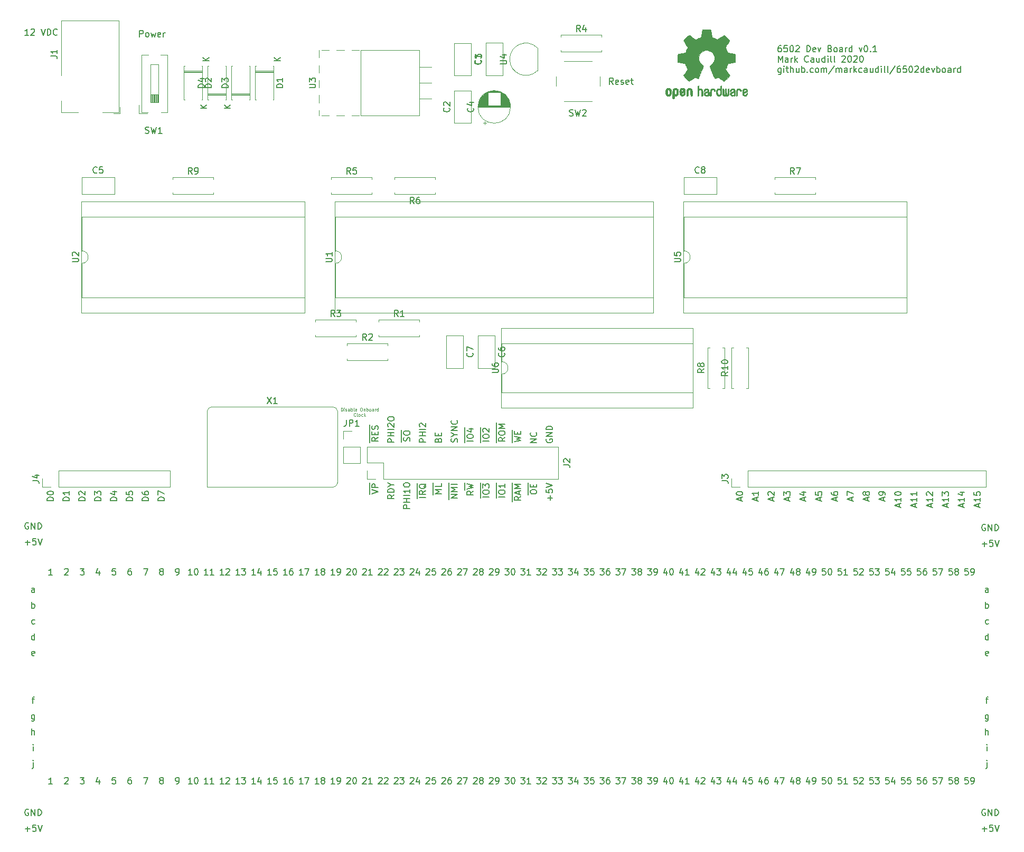
<source format=gbr>
G04 #@! TF.GenerationSoftware,KiCad,Pcbnew,5.1.5+dfsg1-2build2*
G04 #@! TF.CreationDate,2020-09-06T17:22:46-04:00*
G04 #@! TF.ProjectId,6502 Dev Board,36353032-2044-4657-9620-426f6172642e,rev?*
G04 #@! TF.SameCoordinates,Original*
G04 #@! TF.FileFunction,Legend,Top*
G04 #@! TF.FilePolarity,Positive*
%FSLAX46Y46*%
G04 Gerber Fmt 4.6, Leading zero omitted, Abs format (unit mm)*
G04 Created by KiCad (PCBNEW 5.1.5+dfsg1-2build2) date 2020-09-06 17:22:46*
%MOMM*%
%LPD*%
G04 APERTURE LIST*
%ADD10C,0.150000*%
%ADD11C,0.080000*%
%ADD12C,0.010000*%
%ADD13C,0.120000*%
G04 APERTURE END LIST*
D10*
X106711904Y-38298380D02*
X106378571Y-37822190D01*
X106140476Y-38298380D02*
X106140476Y-37298380D01*
X106521428Y-37298380D01*
X106616666Y-37346000D01*
X106664285Y-37393619D01*
X106711904Y-37488857D01*
X106711904Y-37631714D01*
X106664285Y-37726952D01*
X106616666Y-37774571D01*
X106521428Y-37822190D01*
X106140476Y-37822190D01*
X107521428Y-38250761D02*
X107426190Y-38298380D01*
X107235714Y-38298380D01*
X107140476Y-38250761D01*
X107092857Y-38155523D01*
X107092857Y-37774571D01*
X107140476Y-37679333D01*
X107235714Y-37631714D01*
X107426190Y-37631714D01*
X107521428Y-37679333D01*
X107569047Y-37774571D01*
X107569047Y-37869809D01*
X107092857Y-37965047D01*
X107950000Y-38250761D02*
X108045238Y-38298380D01*
X108235714Y-38298380D01*
X108330952Y-38250761D01*
X108378571Y-38155523D01*
X108378571Y-38107904D01*
X108330952Y-38012666D01*
X108235714Y-37965047D01*
X108092857Y-37965047D01*
X107997619Y-37917428D01*
X107950000Y-37822190D01*
X107950000Y-37774571D01*
X107997619Y-37679333D01*
X108092857Y-37631714D01*
X108235714Y-37631714D01*
X108330952Y-37679333D01*
X109188095Y-38250761D02*
X109092857Y-38298380D01*
X108902380Y-38298380D01*
X108807142Y-38250761D01*
X108759523Y-38155523D01*
X108759523Y-37774571D01*
X108807142Y-37679333D01*
X108902380Y-37631714D01*
X109092857Y-37631714D01*
X109188095Y-37679333D01*
X109235714Y-37774571D01*
X109235714Y-37869809D01*
X108759523Y-37965047D01*
X109521428Y-37631714D02*
X109902380Y-37631714D01*
X109664285Y-37298380D02*
X109664285Y-38155523D01*
X109711904Y-38250761D01*
X109807142Y-38298380D01*
X109902380Y-38298380D01*
X30789809Y-30678380D02*
X30789809Y-29678380D01*
X31170761Y-29678380D01*
X31265999Y-29726000D01*
X31313619Y-29773619D01*
X31361238Y-29868857D01*
X31361238Y-30011714D01*
X31313619Y-30106952D01*
X31265999Y-30154571D01*
X31170761Y-30202190D01*
X30789809Y-30202190D01*
X31932666Y-30678380D02*
X31837428Y-30630761D01*
X31789809Y-30583142D01*
X31742190Y-30487904D01*
X31742190Y-30202190D01*
X31789809Y-30106952D01*
X31837428Y-30059333D01*
X31932666Y-30011714D01*
X32075523Y-30011714D01*
X32170761Y-30059333D01*
X32218380Y-30106952D01*
X32265999Y-30202190D01*
X32265999Y-30487904D01*
X32218380Y-30583142D01*
X32170761Y-30630761D01*
X32075523Y-30678380D01*
X31932666Y-30678380D01*
X32599333Y-30011714D02*
X32789809Y-30678380D01*
X32980285Y-30202190D01*
X33170761Y-30678380D01*
X33361238Y-30011714D01*
X34123142Y-30630761D02*
X34027904Y-30678380D01*
X33837428Y-30678380D01*
X33742190Y-30630761D01*
X33694571Y-30535523D01*
X33694571Y-30154571D01*
X33742190Y-30059333D01*
X33837428Y-30011714D01*
X34027904Y-30011714D01*
X34123142Y-30059333D01*
X34170761Y-30154571D01*
X34170761Y-30249809D01*
X33694571Y-30345047D01*
X34599333Y-30678380D02*
X34599333Y-30011714D01*
X34599333Y-30202190D02*
X34646952Y-30106952D01*
X34694571Y-30059333D01*
X34789809Y-30011714D01*
X34885047Y-30011714D01*
X12986000Y-30424380D02*
X12414571Y-30424380D01*
X12700285Y-30424380D02*
X12700285Y-29424380D01*
X12605047Y-29567238D01*
X12509809Y-29662476D01*
X12414571Y-29710095D01*
X13366952Y-29519619D02*
X13414571Y-29472000D01*
X13509809Y-29424380D01*
X13747904Y-29424380D01*
X13843142Y-29472000D01*
X13890761Y-29519619D01*
X13938380Y-29614857D01*
X13938380Y-29710095D01*
X13890761Y-29852952D01*
X13319333Y-30424380D01*
X13938380Y-30424380D01*
X14986000Y-29424380D02*
X15319333Y-30424380D01*
X15652666Y-29424380D01*
X15986000Y-30424380D02*
X15986000Y-29424380D01*
X16224095Y-29424380D01*
X16366952Y-29472000D01*
X16462190Y-29567238D01*
X16509809Y-29662476D01*
X16557428Y-29852952D01*
X16557428Y-29995809D01*
X16509809Y-30186285D01*
X16462190Y-30281523D01*
X16366952Y-30376761D01*
X16224095Y-30424380D01*
X15986000Y-30424380D01*
X17557428Y-30329142D02*
X17509809Y-30376761D01*
X17366952Y-30424380D01*
X17271714Y-30424380D01*
X17128857Y-30376761D01*
X17033619Y-30281523D01*
X16986000Y-30186285D01*
X16938380Y-29995809D01*
X16938380Y-29852952D01*
X16986000Y-29662476D01*
X17033619Y-29567238D01*
X17128857Y-29472000D01*
X17271714Y-29424380D01*
X17366952Y-29424380D01*
X17509809Y-29472000D01*
X17557428Y-29519619D01*
X133606166Y-32092380D02*
X133415690Y-32092380D01*
X133320452Y-32140000D01*
X133272833Y-32187619D01*
X133177595Y-32330476D01*
X133129976Y-32520952D01*
X133129976Y-32901904D01*
X133177595Y-32997142D01*
X133225214Y-33044761D01*
X133320452Y-33092380D01*
X133510928Y-33092380D01*
X133606166Y-33044761D01*
X133653785Y-32997142D01*
X133701404Y-32901904D01*
X133701404Y-32663809D01*
X133653785Y-32568571D01*
X133606166Y-32520952D01*
X133510928Y-32473333D01*
X133320452Y-32473333D01*
X133225214Y-32520952D01*
X133177595Y-32568571D01*
X133129976Y-32663809D01*
X134606166Y-32092380D02*
X134129976Y-32092380D01*
X134082357Y-32568571D01*
X134129976Y-32520952D01*
X134225214Y-32473333D01*
X134463309Y-32473333D01*
X134558547Y-32520952D01*
X134606166Y-32568571D01*
X134653785Y-32663809D01*
X134653785Y-32901904D01*
X134606166Y-32997142D01*
X134558547Y-33044761D01*
X134463309Y-33092380D01*
X134225214Y-33092380D01*
X134129976Y-33044761D01*
X134082357Y-32997142D01*
X135272833Y-32092380D02*
X135368071Y-32092380D01*
X135463309Y-32140000D01*
X135510928Y-32187619D01*
X135558547Y-32282857D01*
X135606166Y-32473333D01*
X135606166Y-32711428D01*
X135558547Y-32901904D01*
X135510928Y-32997142D01*
X135463309Y-33044761D01*
X135368071Y-33092380D01*
X135272833Y-33092380D01*
X135177595Y-33044761D01*
X135129976Y-32997142D01*
X135082357Y-32901904D01*
X135034738Y-32711428D01*
X135034738Y-32473333D01*
X135082357Y-32282857D01*
X135129976Y-32187619D01*
X135177595Y-32140000D01*
X135272833Y-32092380D01*
X135987119Y-32187619D02*
X136034738Y-32140000D01*
X136129976Y-32092380D01*
X136368071Y-32092380D01*
X136463309Y-32140000D01*
X136510928Y-32187619D01*
X136558547Y-32282857D01*
X136558547Y-32378095D01*
X136510928Y-32520952D01*
X135939500Y-33092380D01*
X136558547Y-33092380D01*
X137749023Y-33092380D02*
X137749023Y-32092380D01*
X137987119Y-32092380D01*
X138129976Y-32140000D01*
X138225214Y-32235238D01*
X138272833Y-32330476D01*
X138320452Y-32520952D01*
X138320452Y-32663809D01*
X138272833Y-32854285D01*
X138225214Y-32949523D01*
X138129976Y-33044761D01*
X137987119Y-33092380D01*
X137749023Y-33092380D01*
X139129976Y-33044761D02*
X139034738Y-33092380D01*
X138844261Y-33092380D01*
X138749023Y-33044761D01*
X138701404Y-32949523D01*
X138701404Y-32568571D01*
X138749023Y-32473333D01*
X138844261Y-32425714D01*
X139034738Y-32425714D01*
X139129976Y-32473333D01*
X139177595Y-32568571D01*
X139177595Y-32663809D01*
X138701404Y-32759047D01*
X139510928Y-32425714D02*
X139749023Y-33092380D01*
X139987119Y-32425714D01*
X141463309Y-32568571D02*
X141606166Y-32616190D01*
X141653785Y-32663809D01*
X141701404Y-32759047D01*
X141701404Y-32901904D01*
X141653785Y-32997142D01*
X141606166Y-33044761D01*
X141510928Y-33092380D01*
X141129976Y-33092380D01*
X141129976Y-32092380D01*
X141463309Y-32092380D01*
X141558547Y-32140000D01*
X141606166Y-32187619D01*
X141653785Y-32282857D01*
X141653785Y-32378095D01*
X141606166Y-32473333D01*
X141558547Y-32520952D01*
X141463309Y-32568571D01*
X141129976Y-32568571D01*
X142272833Y-33092380D02*
X142177595Y-33044761D01*
X142129976Y-32997142D01*
X142082357Y-32901904D01*
X142082357Y-32616190D01*
X142129976Y-32520952D01*
X142177595Y-32473333D01*
X142272833Y-32425714D01*
X142415690Y-32425714D01*
X142510928Y-32473333D01*
X142558547Y-32520952D01*
X142606166Y-32616190D01*
X142606166Y-32901904D01*
X142558547Y-32997142D01*
X142510928Y-33044761D01*
X142415690Y-33092380D01*
X142272833Y-33092380D01*
X143463309Y-33092380D02*
X143463309Y-32568571D01*
X143415690Y-32473333D01*
X143320452Y-32425714D01*
X143129976Y-32425714D01*
X143034738Y-32473333D01*
X143463309Y-33044761D02*
X143368071Y-33092380D01*
X143129976Y-33092380D01*
X143034738Y-33044761D01*
X142987119Y-32949523D01*
X142987119Y-32854285D01*
X143034738Y-32759047D01*
X143129976Y-32711428D01*
X143368071Y-32711428D01*
X143463309Y-32663809D01*
X143939500Y-33092380D02*
X143939500Y-32425714D01*
X143939500Y-32616190D02*
X143987119Y-32520952D01*
X144034738Y-32473333D01*
X144129976Y-32425714D01*
X144225214Y-32425714D01*
X144987119Y-33092380D02*
X144987119Y-32092380D01*
X144987119Y-33044761D02*
X144891880Y-33092380D01*
X144701404Y-33092380D01*
X144606166Y-33044761D01*
X144558547Y-32997142D01*
X144510928Y-32901904D01*
X144510928Y-32616190D01*
X144558547Y-32520952D01*
X144606166Y-32473333D01*
X144701404Y-32425714D01*
X144891880Y-32425714D01*
X144987119Y-32473333D01*
X146129976Y-32425714D02*
X146368071Y-33092380D01*
X146606166Y-32425714D01*
X147177595Y-32092380D02*
X147272833Y-32092380D01*
X147368071Y-32140000D01*
X147415690Y-32187619D01*
X147463309Y-32282857D01*
X147510928Y-32473333D01*
X147510928Y-32711428D01*
X147463309Y-32901904D01*
X147415690Y-32997142D01*
X147368071Y-33044761D01*
X147272833Y-33092380D01*
X147177595Y-33092380D01*
X147082357Y-33044761D01*
X147034738Y-32997142D01*
X146987119Y-32901904D01*
X146939500Y-32711428D01*
X146939500Y-32473333D01*
X146987119Y-32282857D01*
X147034738Y-32187619D01*
X147082357Y-32140000D01*
X147177595Y-32092380D01*
X147939500Y-32997142D02*
X147987119Y-33044761D01*
X147939500Y-33092380D01*
X147891880Y-33044761D01*
X147939500Y-32997142D01*
X147939500Y-33092380D01*
X148939500Y-33092380D02*
X148368071Y-33092380D01*
X148653785Y-33092380D02*
X148653785Y-32092380D01*
X148558547Y-32235238D01*
X148463309Y-32330476D01*
X148368071Y-32378095D01*
X133177595Y-34742380D02*
X133177595Y-33742380D01*
X133510928Y-34456666D01*
X133844261Y-33742380D01*
X133844261Y-34742380D01*
X134749023Y-34742380D02*
X134749023Y-34218571D01*
X134701404Y-34123333D01*
X134606166Y-34075714D01*
X134415690Y-34075714D01*
X134320452Y-34123333D01*
X134749023Y-34694761D02*
X134653785Y-34742380D01*
X134415690Y-34742380D01*
X134320452Y-34694761D01*
X134272833Y-34599523D01*
X134272833Y-34504285D01*
X134320452Y-34409047D01*
X134415690Y-34361428D01*
X134653785Y-34361428D01*
X134749023Y-34313809D01*
X135225214Y-34742380D02*
X135225214Y-34075714D01*
X135225214Y-34266190D02*
X135272833Y-34170952D01*
X135320452Y-34123333D01*
X135415690Y-34075714D01*
X135510928Y-34075714D01*
X135844261Y-34742380D02*
X135844261Y-33742380D01*
X135939500Y-34361428D02*
X136225214Y-34742380D01*
X136225214Y-34075714D02*
X135844261Y-34456666D01*
X137987119Y-34647142D02*
X137939500Y-34694761D01*
X137796642Y-34742380D01*
X137701404Y-34742380D01*
X137558547Y-34694761D01*
X137463309Y-34599523D01*
X137415690Y-34504285D01*
X137368071Y-34313809D01*
X137368071Y-34170952D01*
X137415690Y-33980476D01*
X137463309Y-33885238D01*
X137558547Y-33790000D01*
X137701404Y-33742380D01*
X137796642Y-33742380D01*
X137939500Y-33790000D01*
X137987119Y-33837619D01*
X138844261Y-34742380D02*
X138844261Y-34218571D01*
X138796642Y-34123333D01*
X138701404Y-34075714D01*
X138510928Y-34075714D01*
X138415690Y-34123333D01*
X138844261Y-34694761D02*
X138749023Y-34742380D01*
X138510928Y-34742380D01*
X138415690Y-34694761D01*
X138368071Y-34599523D01*
X138368071Y-34504285D01*
X138415690Y-34409047D01*
X138510928Y-34361428D01*
X138749023Y-34361428D01*
X138844261Y-34313809D01*
X139749023Y-34075714D02*
X139749023Y-34742380D01*
X139320452Y-34075714D02*
X139320452Y-34599523D01*
X139368071Y-34694761D01*
X139463309Y-34742380D01*
X139606166Y-34742380D01*
X139701404Y-34694761D01*
X139749023Y-34647142D01*
X140653785Y-34742380D02*
X140653785Y-33742380D01*
X140653785Y-34694761D02*
X140558547Y-34742380D01*
X140368071Y-34742380D01*
X140272833Y-34694761D01*
X140225214Y-34647142D01*
X140177595Y-34551904D01*
X140177595Y-34266190D01*
X140225214Y-34170952D01*
X140272833Y-34123333D01*
X140368071Y-34075714D01*
X140558547Y-34075714D01*
X140653785Y-34123333D01*
X141129976Y-34742380D02*
X141129976Y-34075714D01*
X141129976Y-33742380D02*
X141082357Y-33790000D01*
X141129976Y-33837619D01*
X141177595Y-33790000D01*
X141129976Y-33742380D01*
X141129976Y-33837619D01*
X141749023Y-34742380D02*
X141653785Y-34694761D01*
X141606166Y-34599523D01*
X141606166Y-33742380D01*
X142272833Y-34742380D02*
X142177595Y-34694761D01*
X142129976Y-34599523D01*
X142129976Y-33742380D01*
X143368071Y-33837619D02*
X143415690Y-33790000D01*
X143510928Y-33742380D01*
X143749023Y-33742380D01*
X143844261Y-33790000D01*
X143891880Y-33837619D01*
X143939500Y-33932857D01*
X143939500Y-34028095D01*
X143891880Y-34170952D01*
X143320452Y-34742380D01*
X143939500Y-34742380D01*
X144558547Y-33742380D02*
X144653785Y-33742380D01*
X144749023Y-33790000D01*
X144796642Y-33837619D01*
X144844261Y-33932857D01*
X144891880Y-34123333D01*
X144891880Y-34361428D01*
X144844261Y-34551904D01*
X144796642Y-34647142D01*
X144749023Y-34694761D01*
X144653785Y-34742380D01*
X144558547Y-34742380D01*
X144463309Y-34694761D01*
X144415690Y-34647142D01*
X144368071Y-34551904D01*
X144320452Y-34361428D01*
X144320452Y-34123333D01*
X144368071Y-33932857D01*
X144415690Y-33837619D01*
X144463309Y-33790000D01*
X144558547Y-33742380D01*
X145272833Y-33837619D02*
X145320452Y-33790000D01*
X145415690Y-33742380D01*
X145653785Y-33742380D01*
X145749023Y-33790000D01*
X145796642Y-33837619D01*
X145844261Y-33932857D01*
X145844261Y-34028095D01*
X145796642Y-34170952D01*
X145225214Y-34742380D01*
X145844261Y-34742380D01*
X146463309Y-33742380D02*
X146558547Y-33742380D01*
X146653785Y-33790000D01*
X146701404Y-33837619D01*
X146749023Y-33932857D01*
X146796642Y-34123333D01*
X146796642Y-34361428D01*
X146749023Y-34551904D01*
X146701404Y-34647142D01*
X146653785Y-34694761D01*
X146558547Y-34742380D01*
X146463309Y-34742380D01*
X146368071Y-34694761D01*
X146320452Y-34647142D01*
X146272833Y-34551904D01*
X146225214Y-34361428D01*
X146225214Y-34123333D01*
X146272833Y-33932857D01*
X146320452Y-33837619D01*
X146368071Y-33790000D01*
X146463309Y-33742380D01*
X133606166Y-35725714D02*
X133606166Y-36535238D01*
X133558547Y-36630476D01*
X133510928Y-36678095D01*
X133415690Y-36725714D01*
X133272833Y-36725714D01*
X133177595Y-36678095D01*
X133606166Y-36344761D02*
X133510928Y-36392380D01*
X133320452Y-36392380D01*
X133225214Y-36344761D01*
X133177595Y-36297142D01*
X133129976Y-36201904D01*
X133129976Y-35916190D01*
X133177595Y-35820952D01*
X133225214Y-35773333D01*
X133320452Y-35725714D01*
X133510928Y-35725714D01*
X133606166Y-35773333D01*
X134082357Y-36392380D02*
X134082357Y-35725714D01*
X134082357Y-35392380D02*
X134034738Y-35440000D01*
X134082357Y-35487619D01*
X134129976Y-35440000D01*
X134082357Y-35392380D01*
X134082357Y-35487619D01*
X134415690Y-35725714D02*
X134796642Y-35725714D01*
X134558547Y-35392380D02*
X134558547Y-36249523D01*
X134606166Y-36344761D01*
X134701404Y-36392380D01*
X134796642Y-36392380D01*
X135129976Y-36392380D02*
X135129976Y-35392380D01*
X135558547Y-36392380D02*
X135558547Y-35868571D01*
X135510928Y-35773333D01*
X135415690Y-35725714D01*
X135272833Y-35725714D01*
X135177595Y-35773333D01*
X135129976Y-35820952D01*
X136463309Y-35725714D02*
X136463309Y-36392380D01*
X136034738Y-35725714D02*
X136034738Y-36249523D01*
X136082357Y-36344761D01*
X136177595Y-36392380D01*
X136320452Y-36392380D01*
X136415690Y-36344761D01*
X136463309Y-36297142D01*
X136939500Y-36392380D02*
X136939500Y-35392380D01*
X136939500Y-35773333D02*
X137034738Y-35725714D01*
X137225214Y-35725714D01*
X137320452Y-35773333D01*
X137368071Y-35820952D01*
X137415690Y-35916190D01*
X137415690Y-36201904D01*
X137368071Y-36297142D01*
X137320452Y-36344761D01*
X137225214Y-36392380D01*
X137034738Y-36392380D01*
X136939500Y-36344761D01*
X137844261Y-36297142D02*
X137891880Y-36344761D01*
X137844261Y-36392380D01*
X137796642Y-36344761D01*
X137844261Y-36297142D01*
X137844261Y-36392380D01*
X138749023Y-36344761D02*
X138653785Y-36392380D01*
X138463309Y-36392380D01*
X138368071Y-36344761D01*
X138320452Y-36297142D01*
X138272833Y-36201904D01*
X138272833Y-35916190D01*
X138320452Y-35820952D01*
X138368071Y-35773333D01*
X138463309Y-35725714D01*
X138653785Y-35725714D01*
X138749023Y-35773333D01*
X139320452Y-36392380D02*
X139225214Y-36344761D01*
X139177595Y-36297142D01*
X139129976Y-36201904D01*
X139129976Y-35916190D01*
X139177595Y-35820952D01*
X139225214Y-35773333D01*
X139320452Y-35725714D01*
X139463309Y-35725714D01*
X139558547Y-35773333D01*
X139606166Y-35820952D01*
X139653785Y-35916190D01*
X139653785Y-36201904D01*
X139606166Y-36297142D01*
X139558547Y-36344761D01*
X139463309Y-36392380D01*
X139320452Y-36392380D01*
X140082357Y-36392380D02*
X140082357Y-35725714D01*
X140082357Y-35820952D02*
X140129976Y-35773333D01*
X140225214Y-35725714D01*
X140368071Y-35725714D01*
X140463309Y-35773333D01*
X140510928Y-35868571D01*
X140510928Y-36392380D01*
X140510928Y-35868571D02*
X140558547Y-35773333D01*
X140653785Y-35725714D01*
X140796642Y-35725714D01*
X140891880Y-35773333D01*
X140939500Y-35868571D01*
X140939500Y-36392380D01*
X142129976Y-35344761D02*
X141272833Y-36630476D01*
X142463309Y-36392380D02*
X142463309Y-35725714D01*
X142463309Y-35820952D02*
X142510928Y-35773333D01*
X142606166Y-35725714D01*
X142749023Y-35725714D01*
X142844261Y-35773333D01*
X142891880Y-35868571D01*
X142891880Y-36392380D01*
X142891880Y-35868571D02*
X142939500Y-35773333D01*
X143034738Y-35725714D01*
X143177595Y-35725714D01*
X143272833Y-35773333D01*
X143320452Y-35868571D01*
X143320452Y-36392380D01*
X144225214Y-36392380D02*
X144225214Y-35868571D01*
X144177595Y-35773333D01*
X144082357Y-35725714D01*
X143891880Y-35725714D01*
X143796642Y-35773333D01*
X144225214Y-36344761D02*
X144129976Y-36392380D01*
X143891880Y-36392380D01*
X143796642Y-36344761D01*
X143749023Y-36249523D01*
X143749023Y-36154285D01*
X143796642Y-36059047D01*
X143891880Y-36011428D01*
X144129976Y-36011428D01*
X144225214Y-35963809D01*
X144701404Y-36392380D02*
X144701404Y-35725714D01*
X144701404Y-35916190D02*
X144749023Y-35820952D01*
X144796642Y-35773333D01*
X144891880Y-35725714D01*
X144987119Y-35725714D01*
X145320452Y-36392380D02*
X145320452Y-35392380D01*
X145415690Y-36011428D02*
X145701404Y-36392380D01*
X145701404Y-35725714D02*
X145320452Y-36106666D01*
X146558547Y-36344761D02*
X146463309Y-36392380D01*
X146272833Y-36392380D01*
X146177595Y-36344761D01*
X146129976Y-36297142D01*
X146082357Y-36201904D01*
X146082357Y-35916190D01*
X146129976Y-35820952D01*
X146177595Y-35773333D01*
X146272833Y-35725714D01*
X146463309Y-35725714D01*
X146558547Y-35773333D01*
X147415690Y-36392380D02*
X147415690Y-35868571D01*
X147368071Y-35773333D01*
X147272833Y-35725714D01*
X147082357Y-35725714D01*
X146987119Y-35773333D01*
X147415690Y-36344761D02*
X147320452Y-36392380D01*
X147082357Y-36392380D01*
X146987119Y-36344761D01*
X146939500Y-36249523D01*
X146939500Y-36154285D01*
X146987119Y-36059047D01*
X147082357Y-36011428D01*
X147320452Y-36011428D01*
X147415690Y-35963809D01*
X148320452Y-35725714D02*
X148320452Y-36392380D01*
X147891880Y-35725714D02*
X147891880Y-36249523D01*
X147939500Y-36344761D01*
X148034738Y-36392380D01*
X148177595Y-36392380D01*
X148272833Y-36344761D01*
X148320452Y-36297142D01*
X149225214Y-36392380D02*
X149225214Y-35392380D01*
X149225214Y-36344761D02*
X149129976Y-36392380D01*
X148939500Y-36392380D01*
X148844261Y-36344761D01*
X148796642Y-36297142D01*
X148749023Y-36201904D01*
X148749023Y-35916190D01*
X148796642Y-35820952D01*
X148844261Y-35773333D01*
X148939500Y-35725714D01*
X149129976Y-35725714D01*
X149225214Y-35773333D01*
X149701404Y-36392380D02*
X149701404Y-35725714D01*
X149701404Y-35392380D02*
X149653785Y-35440000D01*
X149701404Y-35487619D01*
X149749023Y-35440000D01*
X149701404Y-35392380D01*
X149701404Y-35487619D01*
X150320452Y-36392380D02*
X150225214Y-36344761D01*
X150177595Y-36249523D01*
X150177595Y-35392380D01*
X150844261Y-36392380D02*
X150749023Y-36344761D01*
X150701404Y-36249523D01*
X150701404Y-35392380D01*
X151939500Y-35344761D02*
X151082357Y-36630476D01*
X152701404Y-35392380D02*
X152510928Y-35392380D01*
X152415690Y-35440000D01*
X152368071Y-35487619D01*
X152272833Y-35630476D01*
X152225214Y-35820952D01*
X152225214Y-36201904D01*
X152272833Y-36297142D01*
X152320452Y-36344761D01*
X152415690Y-36392380D01*
X152606166Y-36392380D01*
X152701404Y-36344761D01*
X152749023Y-36297142D01*
X152796642Y-36201904D01*
X152796642Y-35963809D01*
X152749023Y-35868571D01*
X152701404Y-35820952D01*
X152606166Y-35773333D01*
X152415690Y-35773333D01*
X152320452Y-35820952D01*
X152272833Y-35868571D01*
X152225214Y-35963809D01*
X153701404Y-35392380D02*
X153225214Y-35392380D01*
X153177595Y-35868571D01*
X153225214Y-35820952D01*
X153320452Y-35773333D01*
X153558547Y-35773333D01*
X153653785Y-35820952D01*
X153701404Y-35868571D01*
X153749023Y-35963809D01*
X153749023Y-36201904D01*
X153701404Y-36297142D01*
X153653785Y-36344761D01*
X153558547Y-36392380D01*
X153320452Y-36392380D01*
X153225214Y-36344761D01*
X153177595Y-36297142D01*
X154368071Y-35392380D02*
X154463309Y-35392380D01*
X154558547Y-35440000D01*
X154606166Y-35487619D01*
X154653785Y-35582857D01*
X154701404Y-35773333D01*
X154701404Y-36011428D01*
X154653785Y-36201904D01*
X154606166Y-36297142D01*
X154558547Y-36344761D01*
X154463309Y-36392380D01*
X154368071Y-36392380D01*
X154272833Y-36344761D01*
X154225214Y-36297142D01*
X154177595Y-36201904D01*
X154129976Y-36011428D01*
X154129976Y-35773333D01*
X154177595Y-35582857D01*
X154225214Y-35487619D01*
X154272833Y-35440000D01*
X154368071Y-35392380D01*
X155082357Y-35487619D02*
X155129976Y-35440000D01*
X155225214Y-35392380D01*
X155463309Y-35392380D01*
X155558547Y-35440000D01*
X155606166Y-35487619D01*
X155653785Y-35582857D01*
X155653785Y-35678095D01*
X155606166Y-35820952D01*
X155034738Y-36392380D01*
X155653785Y-36392380D01*
X156510928Y-36392380D02*
X156510928Y-35392380D01*
X156510928Y-36344761D02*
X156415690Y-36392380D01*
X156225214Y-36392380D01*
X156129976Y-36344761D01*
X156082357Y-36297142D01*
X156034738Y-36201904D01*
X156034738Y-35916190D01*
X156082357Y-35820952D01*
X156129976Y-35773333D01*
X156225214Y-35725714D01*
X156415690Y-35725714D01*
X156510928Y-35773333D01*
X157368071Y-36344761D02*
X157272833Y-36392380D01*
X157082357Y-36392380D01*
X156987119Y-36344761D01*
X156939500Y-36249523D01*
X156939500Y-35868571D01*
X156987119Y-35773333D01*
X157082357Y-35725714D01*
X157272833Y-35725714D01*
X157368071Y-35773333D01*
X157415690Y-35868571D01*
X157415690Y-35963809D01*
X156939500Y-36059047D01*
X157749023Y-35725714D02*
X157987119Y-36392380D01*
X158225214Y-35725714D01*
X158606166Y-36392380D02*
X158606166Y-35392380D01*
X158606166Y-35773333D02*
X158701404Y-35725714D01*
X158891880Y-35725714D01*
X158987119Y-35773333D01*
X159034738Y-35820952D01*
X159082357Y-35916190D01*
X159082357Y-36201904D01*
X159034738Y-36297142D01*
X158987119Y-36344761D01*
X158891880Y-36392380D01*
X158701404Y-36392380D01*
X158606166Y-36344761D01*
X159653785Y-36392380D02*
X159558547Y-36344761D01*
X159510928Y-36297142D01*
X159463309Y-36201904D01*
X159463309Y-35916190D01*
X159510928Y-35820952D01*
X159558547Y-35773333D01*
X159653785Y-35725714D01*
X159796642Y-35725714D01*
X159891880Y-35773333D01*
X159939500Y-35820952D01*
X159987119Y-35916190D01*
X159987119Y-36201904D01*
X159939500Y-36297142D01*
X159891880Y-36344761D01*
X159796642Y-36392380D01*
X159653785Y-36392380D01*
X160844261Y-36392380D02*
X160844261Y-35868571D01*
X160796642Y-35773333D01*
X160701404Y-35725714D01*
X160510928Y-35725714D01*
X160415690Y-35773333D01*
X160844261Y-36344761D02*
X160749023Y-36392380D01*
X160510928Y-36392380D01*
X160415690Y-36344761D01*
X160368071Y-36249523D01*
X160368071Y-36154285D01*
X160415690Y-36059047D01*
X160510928Y-36011428D01*
X160749023Y-36011428D01*
X160844261Y-35963809D01*
X161320452Y-36392380D02*
X161320452Y-35725714D01*
X161320452Y-35916190D02*
X161368071Y-35820952D01*
X161415690Y-35773333D01*
X161510928Y-35725714D01*
X161606166Y-35725714D01*
X162368071Y-36392380D02*
X162368071Y-35392380D01*
X162368071Y-36344761D02*
X162272833Y-36392380D01*
X162082357Y-36392380D01*
X161987119Y-36344761D01*
X161939500Y-36297142D01*
X161891880Y-36201904D01*
X161891880Y-35916190D01*
X161939500Y-35820952D01*
X161987119Y-35773333D01*
X162082357Y-35725714D01*
X162272833Y-35725714D01*
X162368071Y-35773333D01*
D11*
X63051904Y-90743190D02*
X63051904Y-90243190D01*
X63170952Y-90243190D01*
X63242380Y-90267000D01*
X63290000Y-90314619D01*
X63313809Y-90362238D01*
X63337619Y-90457476D01*
X63337619Y-90528904D01*
X63313809Y-90624142D01*
X63290000Y-90671761D01*
X63242380Y-90719380D01*
X63170952Y-90743190D01*
X63051904Y-90743190D01*
X63551904Y-90743190D02*
X63551904Y-90409857D01*
X63551904Y-90243190D02*
X63528095Y-90267000D01*
X63551904Y-90290809D01*
X63575714Y-90267000D01*
X63551904Y-90243190D01*
X63551904Y-90290809D01*
X63766190Y-90719380D02*
X63813809Y-90743190D01*
X63909047Y-90743190D01*
X63956666Y-90719380D01*
X63980476Y-90671761D01*
X63980476Y-90647952D01*
X63956666Y-90600333D01*
X63909047Y-90576523D01*
X63837619Y-90576523D01*
X63790000Y-90552714D01*
X63766190Y-90505095D01*
X63766190Y-90481285D01*
X63790000Y-90433666D01*
X63837619Y-90409857D01*
X63909047Y-90409857D01*
X63956666Y-90433666D01*
X64409047Y-90743190D02*
X64409047Y-90481285D01*
X64385238Y-90433666D01*
X64337619Y-90409857D01*
X64242380Y-90409857D01*
X64194761Y-90433666D01*
X64409047Y-90719380D02*
X64361428Y-90743190D01*
X64242380Y-90743190D01*
X64194761Y-90719380D01*
X64170952Y-90671761D01*
X64170952Y-90624142D01*
X64194761Y-90576523D01*
X64242380Y-90552714D01*
X64361428Y-90552714D01*
X64409047Y-90528904D01*
X64647142Y-90743190D02*
X64647142Y-90243190D01*
X64647142Y-90433666D02*
X64694761Y-90409857D01*
X64790000Y-90409857D01*
X64837619Y-90433666D01*
X64861428Y-90457476D01*
X64885238Y-90505095D01*
X64885238Y-90647952D01*
X64861428Y-90695571D01*
X64837619Y-90719380D01*
X64790000Y-90743190D01*
X64694761Y-90743190D01*
X64647142Y-90719380D01*
X65170952Y-90743190D02*
X65123333Y-90719380D01*
X65099523Y-90671761D01*
X65099523Y-90243190D01*
X65551904Y-90719380D02*
X65504285Y-90743190D01*
X65409047Y-90743190D01*
X65361428Y-90719380D01*
X65337619Y-90671761D01*
X65337619Y-90481285D01*
X65361428Y-90433666D01*
X65409047Y-90409857D01*
X65504285Y-90409857D01*
X65551904Y-90433666D01*
X65575714Y-90481285D01*
X65575714Y-90528904D01*
X65337619Y-90576523D01*
X66266190Y-90243190D02*
X66361428Y-90243190D01*
X66409047Y-90267000D01*
X66456666Y-90314619D01*
X66480476Y-90409857D01*
X66480476Y-90576523D01*
X66456666Y-90671761D01*
X66409047Y-90719380D01*
X66361428Y-90743190D01*
X66266190Y-90743190D01*
X66218571Y-90719380D01*
X66170952Y-90671761D01*
X66147142Y-90576523D01*
X66147142Y-90409857D01*
X66170952Y-90314619D01*
X66218571Y-90267000D01*
X66266190Y-90243190D01*
X66694761Y-90409857D02*
X66694761Y-90743190D01*
X66694761Y-90457476D02*
X66718571Y-90433666D01*
X66766190Y-90409857D01*
X66837619Y-90409857D01*
X66885238Y-90433666D01*
X66909047Y-90481285D01*
X66909047Y-90743190D01*
X67147142Y-90743190D02*
X67147142Y-90243190D01*
X67147142Y-90433666D02*
X67194761Y-90409857D01*
X67290000Y-90409857D01*
X67337619Y-90433666D01*
X67361428Y-90457476D01*
X67385238Y-90505095D01*
X67385238Y-90647952D01*
X67361428Y-90695571D01*
X67337619Y-90719380D01*
X67290000Y-90743190D01*
X67194761Y-90743190D01*
X67147142Y-90719380D01*
X67670952Y-90743190D02*
X67623333Y-90719380D01*
X67599523Y-90695571D01*
X67575714Y-90647952D01*
X67575714Y-90505095D01*
X67599523Y-90457476D01*
X67623333Y-90433666D01*
X67670952Y-90409857D01*
X67742380Y-90409857D01*
X67790000Y-90433666D01*
X67813809Y-90457476D01*
X67837619Y-90505095D01*
X67837619Y-90647952D01*
X67813809Y-90695571D01*
X67790000Y-90719380D01*
X67742380Y-90743190D01*
X67670952Y-90743190D01*
X68266190Y-90743190D02*
X68266190Y-90481285D01*
X68242380Y-90433666D01*
X68194761Y-90409857D01*
X68099523Y-90409857D01*
X68051904Y-90433666D01*
X68266190Y-90719380D02*
X68218571Y-90743190D01*
X68099523Y-90743190D01*
X68051904Y-90719380D01*
X68028095Y-90671761D01*
X68028095Y-90624142D01*
X68051904Y-90576523D01*
X68099523Y-90552714D01*
X68218571Y-90552714D01*
X68266190Y-90528904D01*
X68504285Y-90743190D02*
X68504285Y-90409857D01*
X68504285Y-90505095D02*
X68528095Y-90457476D01*
X68551904Y-90433666D01*
X68599523Y-90409857D01*
X68647142Y-90409857D01*
X69028095Y-90743190D02*
X69028095Y-90243190D01*
X69028095Y-90719380D02*
X68980476Y-90743190D01*
X68885238Y-90743190D01*
X68837619Y-90719380D01*
X68813809Y-90695571D01*
X68790000Y-90647952D01*
X68790000Y-90505095D01*
X68813809Y-90457476D01*
X68837619Y-90433666D01*
X68885238Y-90409857D01*
X68980476Y-90409857D01*
X69028095Y-90433666D01*
X65420952Y-91525571D02*
X65397142Y-91549380D01*
X65325714Y-91573190D01*
X65278095Y-91573190D01*
X65206666Y-91549380D01*
X65159047Y-91501761D01*
X65135238Y-91454142D01*
X65111428Y-91358904D01*
X65111428Y-91287476D01*
X65135238Y-91192238D01*
X65159047Y-91144619D01*
X65206666Y-91097000D01*
X65278095Y-91073190D01*
X65325714Y-91073190D01*
X65397142Y-91097000D01*
X65420952Y-91120809D01*
X65706666Y-91573190D02*
X65659047Y-91549380D01*
X65635238Y-91501761D01*
X65635238Y-91073190D01*
X65968571Y-91573190D02*
X65920952Y-91549380D01*
X65897142Y-91525571D01*
X65873333Y-91477952D01*
X65873333Y-91335095D01*
X65897142Y-91287476D01*
X65920952Y-91263666D01*
X65968571Y-91239857D01*
X66040000Y-91239857D01*
X66087619Y-91263666D01*
X66111428Y-91287476D01*
X66135238Y-91335095D01*
X66135238Y-91477952D01*
X66111428Y-91525571D01*
X66087619Y-91549380D01*
X66040000Y-91573190D01*
X65968571Y-91573190D01*
X66563809Y-91549380D02*
X66516190Y-91573190D01*
X66420952Y-91573190D01*
X66373333Y-91549380D01*
X66349523Y-91525571D01*
X66325714Y-91477952D01*
X66325714Y-91335095D01*
X66349523Y-91287476D01*
X66373333Y-91263666D01*
X66420952Y-91239857D01*
X66516190Y-91239857D01*
X66563809Y-91263666D01*
X66778095Y-91573190D02*
X66778095Y-91073190D01*
X66825714Y-91382714D02*
X66968571Y-91573190D01*
X66968571Y-91239857D02*
X66778095Y-91430333D01*
D10*
X96020000Y-95249904D02*
X95972380Y-95345142D01*
X95972380Y-95488000D01*
X96020000Y-95630857D01*
X96115238Y-95726095D01*
X96210476Y-95773714D01*
X96400952Y-95821333D01*
X96543809Y-95821333D01*
X96734285Y-95773714D01*
X96829523Y-95726095D01*
X96924761Y-95630857D01*
X96972380Y-95488000D01*
X96972380Y-95392761D01*
X96924761Y-95249904D01*
X96877142Y-95202285D01*
X96543809Y-95202285D01*
X96543809Y-95392761D01*
X96972380Y-94773714D02*
X95972380Y-94773714D01*
X96972380Y-94202285D01*
X95972380Y-94202285D01*
X96972380Y-93726095D02*
X95972380Y-93726095D01*
X95972380Y-93488000D01*
X96020000Y-93345142D01*
X96115238Y-93249904D01*
X96210476Y-93202285D01*
X96400952Y-93154666D01*
X96543809Y-93154666D01*
X96734285Y-93202285D01*
X96829523Y-93249904D01*
X96924761Y-93345142D01*
X96972380Y-93488000D01*
X96972380Y-93726095D01*
X94432380Y-95807114D02*
X93432380Y-95807114D01*
X94432380Y-95235685D01*
X93432380Y-95235685D01*
X94337142Y-94188066D02*
X94384761Y-94235685D01*
X94432380Y-94378542D01*
X94432380Y-94473780D01*
X94384761Y-94616638D01*
X94289523Y-94711876D01*
X94194285Y-94759495D01*
X94003809Y-94807114D01*
X93860952Y-94807114D01*
X93670476Y-94759495D01*
X93575238Y-94711876D01*
X93480000Y-94616638D01*
X93432380Y-94473780D01*
X93432380Y-94378542D01*
X93480000Y-94235685D01*
X93527619Y-94188066D01*
X90525000Y-95816609D02*
X90525000Y-94673752D01*
X90892380Y-95673752D02*
X91892380Y-95435657D01*
X91178095Y-95245180D01*
X91892380Y-95054704D01*
X90892380Y-94816609D01*
X90525000Y-94673752D02*
X90525000Y-93768990D01*
X91368571Y-94435657D02*
X91368571Y-94102323D01*
X91892380Y-93959466D02*
X91892380Y-94435657D01*
X90892380Y-94435657D01*
X90892380Y-93959466D01*
X87985000Y-95803838D02*
X87985000Y-94803838D01*
X89352380Y-94994314D02*
X88876190Y-95327647D01*
X89352380Y-95565742D02*
X88352380Y-95565742D01*
X88352380Y-95184790D01*
X88400000Y-95089552D01*
X88447619Y-95041933D01*
X88542857Y-94994314D01*
X88685714Y-94994314D01*
X88780952Y-95041933D01*
X88828571Y-95089552D01*
X88876190Y-95184790D01*
X88876190Y-95565742D01*
X87985000Y-94803838D02*
X87985000Y-93756219D01*
X88352380Y-94375266D02*
X88352380Y-94184790D01*
X88400000Y-94089552D01*
X88495238Y-93994314D01*
X88685714Y-93946695D01*
X89019047Y-93946695D01*
X89209523Y-93994314D01*
X89304761Y-94089552D01*
X89352380Y-94184790D01*
X89352380Y-94375266D01*
X89304761Y-94470504D01*
X89209523Y-94565742D01*
X89019047Y-94613361D01*
X88685714Y-94613361D01*
X88495238Y-94565742D01*
X88400000Y-94470504D01*
X88352380Y-94375266D01*
X87985000Y-93756219D02*
X87985000Y-92613361D01*
X89352380Y-93518123D02*
X88352380Y-93518123D01*
X89066666Y-93184790D01*
X88352380Y-92851457D01*
X89352380Y-92851457D01*
X85445000Y-95802295D02*
X85445000Y-95326104D01*
X86812380Y-95564200D02*
X85812380Y-95564200D01*
X85445000Y-95326104D02*
X85445000Y-94278485D01*
X85812380Y-94897533D02*
X85812380Y-94707057D01*
X85860000Y-94611819D01*
X85955238Y-94516580D01*
X86145714Y-94468961D01*
X86479047Y-94468961D01*
X86669523Y-94516580D01*
X86764761Y-94611819D01*
X86812380Y-94707057D01*
X86812380Y-94897533D01*
X86764761Y-94992771D01*
X86669523Y-95088009D01*
X86479047Y-95135628D01*
X86145714Y-95135628D01*
X85955238Y-95088009D01*
X85860000Y-94992771D01*
X85812380Y-94897533D01*
X85445000Y-94278485D02*
X85445000Y-93326104D01*
X85907619Y-94088009D02*
X85860000Y-94040390D01*
X85812380Y-93945152D01*
X85812380Y-93707057D01*
X85860000Y-93611819D01*
X85907619Y-93564200D01*
X86002857Y-93516580D01*
X86098095Y-93516580D01*
X86240952Y-93564200D01*
X86812380Y-94135628D01*
X86812380Y-93516580D01*
X82905000Y-95802295D02*
X82905000Y-95326104D01*
X84272380Y-95564200D02*
X83272380Y-95564200D01*
X82905000Y-95326104D02*
X82905000Y-94278485D01*
X83272380Y-94897533D02*
X83272380Y-94707057D01*
X83320000Y-94611819D01*
X83415238Y-94516580D01*
X83605714Y-94468961D01*
X83939047Y-94468961D01*
X84129523Y-94516580D01*
X84224761Y-94611819D01*
X84272380Y-94707057D01*
X84272380Y-94897533D01*
X84224761Y-94992771D01*
X84129523Y-95088009D01*
X83939047Y-95135628D01*
X83605714Y-95135628D01*
X83415238Y-95088009D01*
X83320000Y-94992771D01*
X83272380Y-94897533D01*
X82905000Y-94278485D02*
X82905000Y-93326104D01*
X83605714Y-93611819D02*
X84272380Y-93611819D01*
X83224761Y-93849914D02*
X83939047Y-94088009D01*
X83939047Y-93468961D01*
X81684761Y-95718095D02*
X81732380Y-95575238D01*
X81732380Y-95337142D01*
X81684761Y-95241904D01*
X81637142Y-95194285D01*
X81541904Y-95146666D01*
X81446666Y-95146666D01*
X81351428Y-95194285D01*
X81303809Y-95241904D01*
X81256190Y-95337142D01*
X81208571Y-95527619D01*
X81160952Y-95622857D01*
X81113333Y-95670476D01*
X81018095Y-95718095D01*
X80922857Y-95718095D01*
X80827619Y-95670476D01*
X80780000Y-95622857D01*
X80732380Y-95527619D01*
X80732380Y-95289523D01*
X80780000Y-95146666D01*
X81256190Y-94527619D02*
X81732380Y-94527619D01*
X80732380Y-94860952D02*
X81256190Y-94527619D01*
X80732380Y-94194285D01*
X81732380Y-93860952D02*
X80732380Y-93860952D01*
X81732380Y-93289523D01*
X80732380Y-93289523D01*
X81637142Y-92241904D02*
X81684761Y-92289523D01*
X81732380Y-92432380D01*
X81732380Y-92527619D01*
X81684761Y-92670476D01*
X81589523Y-92765714D01*
X81494285Y-92813333D01*
X81303809Y-92860952D01*
X81160952Y-92860952D01*
X80970476Y-92813333D01*
X80875238Y-92765714D01*
X80780000Y-92670476D01*
X80732380Y-92527619D01*
X80732380Y-92432380D01*
X80780000Y-92289523D01*
X80827619Y-92241904D01*
X78668571Y-95376952D02*
X78716190Y-95234095D01*
X78763809Y-95186476D01*
X78859047Y-95138857D01*
X79001904Y-95138857D01*
X79097142Y-95186476D01*
X79144761Y-95234095D01*
X79192380Y-95329333D01*
X79192380Y-95710285D01*
X78192380Y-95710285D01*
X78192380Y-95376952D01*
X78240000Y-95281714D01*
X78287619Y-95234095D01*
X78382857Y-95186476D01*
X78478095Y-95186476D01*
X78573333Y-95234095D01*
X78620952Y-95281714D01*
X78668571Y-95376952D01*
X78668571Y-95710285D01*
X78668571Y-94710285D02*
X78668571Y-94376952D01*
X79192380Y-94234095D02*
X79192380Y-94710285D01*
X78192380Y-94710285D01*
X78192380Y-94234095D01*
X76652380Y-95734000D02*
X75652380Y-95734000D01*
X75652380Y-95353047D01*
X75700000Y-95257809D01*
X75747619Y-95210190D01*
X75842857Y-95162571D01*
X75985714Y-95162571D01*
X76080952Y-95210190D01*
X76128571Y-95257809D01*
X76176190Y-95353047D01*
X76176190Y-95734000D01*
X76652380Y-94734000D02*
X75652380Y-94734000D01*
X76128571Y-94734000D02*
X76128571Y-94162571D01*
X76652380Y-94162571D02*
X75652380Y-94162571D01*
X76652380Y-93686380D02*
X75652380Y-93686380D01*
X75747619Y-93257809D02*
X75700000Y-93210190D01*
X75652380Y-93114952D01*
X75652380Y-92876857D01*
X75700000Y-92781619D01*
X75747619Y-92734000D01*
X75842857Y-92686380D01*
X75938095Y-92686380D01*
X76080952Y-92734000D01*
X76652380Y-93305428D01*
X76652380Y-92686380D01*
X72745000Y-95742000D02*
X72745000Y-94789619D01*
X74064761Y-95551523D02*
X74112380Y-95408666D01*
X74112380Y-95170571D01*
X74064761Y-95075333D01*
X74017142Y-95027714D01*
X73921904Y-94980095D01*
X73826666Y-94980095D01*
X73731428Y-95027714D01*
X73683809Y-95075333D01*
X73636190Y-95170571D01*
X73588571Y-95361047D01*
X73540952Y-95456285D01*
X73493333Y-95503904D01*
X73398095Y-95551523D01*
X73302857Y-95551523D01*
X73207619Y-95503904D01*
X73160000Y-95456285D01*
X73112380Y-95361047D01*
X73112380Y-95122952D01*
X73160000Y-94980095D01*
X72745000Y-94789619D02*
X72745000Y-93742000D01*
X73112380Y-94361047D02*
X73112380Y-94170571D01*
X73160000Y-94075333D01*
X73255238Y-93980095D01*
X73445714Y-93932476D01*
X73779047Y-93932476D01*
X73969523Y-93980095D01*
X74064761Y-94075333D01*
X74112380Y-94170571D01*
X74112380Y-94361047D01*
X74064761Y-94456285D01*
X73969523Y-94551523D01*
X73779047Y-94599142D01*
X73445714Y-94599142D01*
X73255238Y-94551523D01*
X73160000Y-94456285D01*
X73112380Y-94361047D01*
X166409714Y-142692380D02*
X166409714Y-141692380D01*
X166838285Y-142692380D02*
X166838285Y-142168571D01*
X166790666Y-142073333D01*
X166695428Y-142025714D01*
X166552571Y-142025714D01*
X166457333Y-142073333D01*
X166409714Y-142120952D01*
X166409714Y-122372380D02*
X166409714Y-121372380D01*
X166409714Y-121753333D02*
X166504952Y-121705714D01*
X166695428Y-121705714D01*
X166790666Y-121753333D01*
X166838285Y-121800952D01*
X166885904Y-121896190D01*
X166885904Y-122181904D01*
X166838285Y-122277142D01*
X166790666Y-122324761D01*
X166695428Y-122372380D01*
X166504952Y-122372380D01*
X166409714Y-122324761D01*
X166433523Y-136945714D02*
X166814476Y-136945714D01*
X166576380Y-137612380D02*
X166576380Y-136755238D01*
X166624000Y-136660000D01*
X166719238Y-136612380D01*
X166814476Y-136612380D01*
X166838285Y-127452380D02*
X166838285Y-126452380D01*
X166838285Y-127404761D02*
X166743047Y-127452380D01*
X166552571Y-127452380D01*
X166457333Y-127404761D01*
X166409714Y-127357142D01*
X166362095Y-127261904D01*
X166362095Y-126976190D01*
X166409714Y-126880952D01*
X166457333Y-126833333D01*
X166552571Y-126785714D01*
X166743047Y-126785714D01*
X166838285Y-126833333D01*
X166838285Y-119832380D02*
X166838285Y-119308571D01*
X166790666Y-119213333D01*
X166695428Y-119165714D01*
X166504952Y-119165714D01*
X166409714Y-119213333D01*
X166838285Y-119784761D02*
X166743047Y-119832380D01*
X166504952Y-119832380D01*
X166409714Y-119784761D01*
X166362095Y-119689523D01*
X166362095Y-119594285D01*
X166409714Y-119499047D01*
X166504952Y-119451428D01*
X166743047Y-119451428D01*
X166838285Y-119403809D01*
X166624000Y-147105714D02*
X166624000Y-147962857D01*
X166576380Y-148058095D01*
X166481142Y-148105714D01*
X166433523Y-148105714D01*
X166624000Y-146772380D02*
X166576380Y-146820000D01*
X166624000Y-146867619D01*
X166671619Y-146820000D01*
X166624000Y-146772380D01*
X166624000Y-146867619D01*
X166624000Y-145232380D02*
X166624000Y-144565714D01*
X166624000Y-144232380D02*
X166576380Y-144280000D01*
X166624000Y-144327619D01*
X166671619Y-144280000D01*
X166624000Y-144232380D01*
X166624000Y-144327619D01*
X166814476Y-129944761D02*
X166719238Y-129992380D01*
X166528761Y-129992380D01*
X166433523Y-129944761D01*
X166385904Y-129849523D01*
X166385904Y-129468571D01*
X166433523Y-129373333D01*
X166528761Y-129325714D01*
X166719238Y-129325714D01*
X166814476Y-129373333D01*
X166862095Y-129468571D01*
X166862095Y-129563809D01*
X166385904Y-129659047D01*
X166838285Y-139485714D02*
X166838285Y-140295238D01*
X166790666Y-140390476D01*
X166743047Y-140438095D01*
X166647809Y-140485714D01*
X166504952Y-140485714D01*
X166409714Y-140438095D01*
X166838285Y-140104761D02*
X166743047Y-140152380D01*
X166552571Y-140152380D01*
X166457333Y-140104761D01*
X166409714Y-140057142D01*
X166362095Y-139961904D01*
X166362095Y-139676190D01*
X166409714Y-139580952D01*
X166457333Y-139533333D01*
X166552571Y-139485714D01*
X166743047Y-139485714D01*
X166838285Y-139533333D01*
X166862095Y-124864761D02*
X166766857Y-124912380D01*
X166576380Y-124912380D01*
X166481142Y-124864761D01*
X166433523Y-124817142D01*
X166385904Y-124721904D01*
X166385904Y-124436190D01*
X166433523Y-124340952D01*
X166481142Y-124293333D01*
X166576380Y-124245714D01*
X166766857Y-124245714D01*
X166862095Y-124293333D01*
X84328095Y-149661619D02*
X84375714Y-149614000D01*
X84470952Y-149566380D01*
X84709047Y-149566380D01*
X84804285Y-149614000D01*
X84851904Y-149661619D01*
X84899523Y-149756857D01*
X84899523Y-149852095D01*
X84851904Y-149994952D01*
X84280476Y-150566380D01*
X84899523Y-150566380D01*
X85470952Y-149994952D02*
X85375714Y-149947333D01*
X85328095Y-149899714D01*
X85280476Y-149804476D01*
X85280476Y-149756857D01*
X85328095Y-149661619D01*
X85375714Y-149614000D01*
X85470952Y-149566380D01*
X85661428Y-149566380D01*
X85756666Y-149614000D01*
X85804285Y-149661619D01*
X85851904Y-149756857D01*
X85851904Y-149804476D01*
X85804285Y-149899714D01*
X85756666Y-149947333D01*
X85661428Y-149994952D01*
X85470952Y-149994952D01*
X85375714Y-150042571D01*
X85328095Y-150090190D01*
X85280476Y-150185428D01*
X85280476Y-150375904D01*
X85328095Y-150471142D01*
X85375714Y-150518761D01*
X85470952Y-150566380D01*
X85661428Y-150566380D01*
X85756666Y-150518761D01*
X85804285Y-150471142D01*
X85851904Y-150375904D01*
X85851904Y-150185428D01*
X85804285Y-150090190D01*
X85756666Y-150042571D01*
X85661428Y-149994952D01*
X34194761Y-149994952D02*
X34099523Y-149947333D01*
X34051904Y-149899714D01*
X34004285Y-149804476D01*
X34004285Y-149756857D01*
X34051904Y-149661619D01*
X34099523Y-149614000D01*
X34194761Y-149566380D01*
X34385238Y-149566380D01*
X34480476Y-149614000D01*
X34528095Y-149661619D01*
X34575714Y-149756857D01*
X34575714Y-149804476D01*
X34528095Y-149899714D01*
X34480476Y-149947333D01*
X34385238Y-149994952D01*
X34194761Y-149994952D01*
X34099523Y-150042571D01*
X34051904Y-150090190D01*
X34004285Y-150185428D01*
X34004285Y-150375904D01*
X34051904Y-150471142D01*
X34099523Y-150518761D01*
X34194761Y-150566380D01*
X34385238Y-150566380D01*
X34480476Y-150518761D01*
X34528095Y-150471142D01*
X34575714Y-150375904D01*
X34575714Y-150185428D01*
X34528095Y-150090190D01*
X34480476Y-150042571D01*
X34385238Y-149994952D01*
X76708095Y-149661619D02*
X76755714Y-149614000D01*
X76850952Y-149566380D01*
X77089047Y-149566380D01*
X77184285Y-149614000D01*
X77231904Y-149661619D01*
X77279523Y-149756857D01*
X77279523Y-149852095D01*
X77231904Y-149994952D01*
X76660476Y-150566380D01*
X77279523Y-150566380D01*
X78184285Y-149566380D02*
X77708095Y-149566380D01*
X77660476Y-150042571D01*
X77708095Y-149994952D01*
X77803333Y-149947333D01*
X78041428Y-149947333D01*
X78136666Y-149994952D01*
X78184285Y-150042571D01*
X78231904Y-150137809D01*
X78231904Y-150375904D01*
X78184285Y-150471142D01*
X78136666Y-150518761D01*
X78041428Y-150566380D01*
X77803333Y-150566380D01*
X77708095Y-150518761D01*
X77660476Y-150471142D01*
X127984285Y-149899714D02*
X127984285Y-150566380D01*
X127746190Y-149518761D02*
X127508095Y-150233047D01*
X128127142Y-150233047D01*
X128984285Y-149566380D02*
X128508095Y-149566380D01*
X128460476Y-150042571D01*
X128508095Y-149994952D01*
X128603333Y-149947333D01*
X128841428Y-149947333D01*
X128936666Y-149994952D01*
X128984285Y-150042571D01*
X129031904Y-150137809D01*
X129031904Y-150375904D01*
X128984285Y-150471142D01*
X128936666Y-150518761D01*
X128841428Y-150566380D01*
X128603333Y-150566380D01*
X128508095Y-150518761D01*
X128460476Y-150471142D01*
X74168095Y-149661619D02*
X74215714Y-149614000D01*
X74310952Y-149566380D01*
X74549047Y-149566380D01*
X74644285Y-149614000D01*
X74691904Y-149661619D01*
X74739523Y-149756857D01*
X74739523Y-149852095D01*
X74691904Y-149994952D01*
X74120476Y-150566380D01*
X74739523Y-150566380D01*
X75596666Y-149899714D02*
X75596666Y-150566380D01*
X75358571Y-149518761D02*
X75120476Y-150233047D01*
X75739523Y-150233047D01*
X51879523Y-150566380D02*
X51308095Y-150566380D01*
X51593809Y-150566380D02*
X51593809Y-149566380D01*
X51498571Y-149709238D01*
X51403333Y-149804476D01*
X51308095Y-149852095D01*
X52784285Y-149566380D02*
X52308095Y-149566380D01*
X52260476Y-150042571D01*
X52308095Y-149994952D01*
X52403333Y-149947333D01*
X52641428Y-149947333D01*
X52736666Y-149994952D01*
X52784285Y-150042571D01*
X52831904Y-150137809D01*
X52831904Y-150375904D01*
X52784285Y-150471142D01*
X52736666Y-150518761D01*
X52641428Y-150566380D01*
X52403333Y-150566380D01*
X52308095Y-150518761D01*
X52260476Y-150471142D01*
X24320476Y-149899714D02*
X24320476Y-150566380D01*
X24082380Y-149518761D02*
X23844285Y-150233047D01*
X24463333Y-150233047D01*
X89360476Y-149566380D02*
X89979523Y-149566380D01*
X89646190Y-149947333D01*
X89789047Y-149947333D01*
X89884285Y-149994952D01*
X89931904Y-150042571D01*
X89979523Y-150137809D01*
X89979523Y-150375904D01*
X89931904Y-150471142D01*
X89884285Y-150518761D01*
X89789047Y-150566380D01*
X89503333Y-150566380D01*
X89408095Y-150518761D01*
X89360476Y-150471142D01*
X90598571Y-149566380D02*
X90693809Y-149566380D01*
X90789047Y-149614000D01*
X90836666Y-149661619D01*
X90884285Y-149756857D01*
X90931904Y-149947333D01*
X90931904Y-150185428D01*
X90884285Y-150375904D01*
X90836666Y-150471142D01*
X90789047Y-150518761D01*
X90693809Y-150566380D01*
X90598571Y-150566380D01*
X90503333Y-150518761D01*
X90455714Y-150471142D01*
X90408095Y-150375904D01*
X90360476Y-150185428D01*
X90360476Y-149947333D01*
X90408095Y-149756857D01*
X90455714Y-149661619D01*
X90503333Y-149614000D01*
X90598571Y-149566380D01*
X41719523Y-150566380D02*
X41148095Y-150566380D01*
X41433809Y-150566380D02*
X41433809Y-149566380D01*
X41338571Y-149709238D01*
X41243333Y-149804476D01*
X41148095Y-149852095D01*
X42671904Y-150566380D02*
X42100476Y-150566380D01*
X42386190Y-150566380D02*
X42386190Y-149566380D01*
X42290952Y-149709238D01*
X42195714Y-149804476D01*
X42100476Y-149852095D01*
X79248095Y-149661619D02*
X79295714Y-149614000D01*
X79390952Y-149566380D01*
X79629047Y-149566380D01*
X79724285Y-149614000D01*
X79771904Y-149661619D01*
X79819523Y-149756857D01*
X79819523Y-149852095D01*
X79771904Y-149994952D01*
X79200476Y-150566380D01*
X79819523Y-150566380D01*
X80676666Y-149566380D02*
X80486190Y-149566380D01*
X80390952Y-149614000D01*
X80343333Y-149661619D01*
X80248095Y-149804476D01*
X80200476Y-149994952D01*
X80200476Y-150375904D01*
X80248095Y-150471142D01*
X80295714Y-150518761D01*
X80390952Y-150566380D01*
X80581428Y-150566380D01*
X80676666Y-150518761D01*
X80724285Y-150471142D01*
X80771904Y-150375904D01*
X80771904Y-150137809D01*
X80724285Y-150042571D01*
X80676666Y-149994952D01*
X80581428Y-149947333D01*
X80390952Y-149947333D01*
X80295714Y-149994952D01*
X80248095Y-150042571D01*
X80200476Y-150137809D01*
X125444285Y-149899714D02*
X125444285Y-150566380D01*
X125206190Y-149518761D02*
X124968095Y-150233047D01*
X125587142Y-150233047D01*
X126396666Y-149899714D02*
X126396666Y-150566380D01*
X126158571Y-149518761D02*
X125920476Y-150233047D01*
X126539523Y-150233047D01*
X117824285Y-149899714D02*
X117824285Y-150566380D01*
X117586190Y-149518761D02*
X117348095Y-150233047D01*
X117967142Y-150233047D01*
X118871904Y-150566380D02*
X118300476Y-150566380D01*
X118586190Y-150566380D02*
X118586190Y-149566380D01*
X118490952Y-149709238D01*
X118395714Y-149804476D01*
X118300476Y-149852095D01*
X31416666Y-149566380D02*
X32083333Y-149566380D01*
X31654761Y-150566380D01*
X81788095Y-149661619D02*
X81835714Y-149614000D01*
X81930952Y-149566380D01*
X82169047Y-149566380D01*
X82264285Y-149614000D01*
X82311904Y-149661619D01*
X82359523Y-149756857D01*
X82359523Y-149852095D01*
X82311904Y-149994952D01*
X81740476Y-150566380D01*
X82359523Y-150566380D01*
X82692857Y-149566380D02*
X83359523Y-149566380D01*
X82930952Y-150566380D01*
X109680476Y-149566380D02*
X110299523Y-149566380D01*
X109966190Y-149947333D01*
X110109047Y-149947333D01*
X110204285Y-149994952D01*
X110251904Y-150042571D01*
X110299523Y-150137809D01*
X110299523Y-150375904D01*
X110251904Y-150471142D01*
X110204285Y-150518761D01*
X110109047Y-150566380D01*
X109823333Y-150566380D01*
X109728095Y-150518761D01*
X109680476Y-150471142D01*
X110870952Y-149994952D02*
X110775714Y-149947333D01*
X110728095Y-149899714D01*
X110680476Y-149804476D01*
X110680476Y-149756857D01*
X110728095Y-149661619D01*
X110775714Y-149614000D01*
X110870952Y-149566380D01*
X111061428Y-149566380D01*
X111156666Y-149614000D01*
X111204285Y-149661619D01*
X111251904Y-149756857D01*
X111251904Y-149804476D01*
X111204285Y-149899714D01*
X111156666Y-149947333D01*
X111061428Y-149994952D01*
X110870952Y-149994952D01*
X110775714Y-150042571D01*
X110728095Y-150090190D01*
X110680476Y-150185428D01*
X110680476Y-150375904D01*
X110728095Y-150471142D01*
X110775714Y-150518761D01*
X110870952Y-150566380D01*
X111061428Y-150566380D01*
X111156666Y-150518761D01*
X111204285Y-150471142D01*
X111251904Y-150375904D01*
X111251904Y-150185428D01*
X111204285Y-150090190D01*
X111156666Y-150042571D01*
X111061428Y-149994952D01*
X102060476Y-149566380D02*
X102679523Y-149566380D01*
X102346190Y-149947333D01*
X102489047Y-149947333D01*
X102584285Y-149994952D01*
X102631904Y-150042571D01*
X102679523Y-150137809D01*
X102679523Y-150375904D01*
X102631904Y-150471142D01*
X102584285Y-150518761D01*
X102489047Y-150566380D01*
X102203333Y-150566380D01*
X102108095Y-150518761D01*
X102060476Y-150471142D01*
X103584285Y-149566380D02*
X103108095Y-149566380D01*
X103060476Y-150042571D01*
X103108095Y-149994952D01*
X103203333Y-149947333D01*
X103441428Y-149947333D01*
X103536666Y-149994952D01*
X103584285Y-150042571D01*
X103631904Y-150137809D01*
X103631904Y-150375904D01*
X103584285Y-150471142D01*
X103536666Y-150518761D01*
X103441428Y-150566380D01*
X103203333Y-150566380D01*
X103108095Y-150518761D01*
X103060476Y-150471142D01*
X49339523Y-150566380D02*
X48768095Y-150566380D01*
X49053809Y-150566380D02*
X49053809Y-149566380D01*
X48958571Y-149709238D01*
X48863333Y-149804476D01*
X48768095Y-149852095D01*
X50196666Y-149899714D02*
X50196666Y-150566380D01*
X49958571Y-149518761D02*
X49720476Y-150233047D01*
X50339523Y-150233047D01*
X71628095Y-149661619D02*
X71675714Y-149614000D01*
X71770952Y-149566380D01*
X72009047Y-149566380D01*
X72104285Y-149614000D01*
X72151904Y-149661619D01*
X72199523Y-149756857D01*
X72199523Y-149852095D01*
X72151904Y-149994952D01*
X71580476Y-150566380D01*
X72199523Y-150566380D01*
X72532857Y-149566380D02*
X73151904Y-149566380D01*
X72818571Y-149947333D01*
X72961428Y-149947333D01*
X73056666Y-149994952D01*
X73104285Y-150042571D01*
X73151904Y-150137809D01*
X73151904Y-150375904D01*
X73104285Y-150471142D01*
X73056666Y-150518761D01*
X72961428Y-150566380D01*
X72675714Y-150566380D01*
X72580476Y-150518761D01*
X72532857Y-150471142D01*
X29400476Y-149566380D02*
X29210000Y-149566380D01*
X29114761Y-149614000D01*
X29067142Y-149661619D01*
X28971904Y-149804476D01*
X28924285Y-149994952D01*
X28924285Y-150375904D01*
X28971904Y-150471142D01*
X29019523Y-150518761D01*
X29114761Y-150566380D01*
X29305238Y-150566380D01*
X29400476Y-150518761D01*
X29448095Y-150471142D01*
X29495714Y-150375904D01*
X29495714Y-150137809D01*
X29448095Y-150042571D01*
X29400476Y-149994952D01*
X29305238Y-149947333D01*
X29114761Y-149947333D01*
X29019523Y-149994952D01*
X28971904Y-150042571D01*
X28924285Y-150137809D01*
X66548095Y-149661619D02*
X66595714Y-149614000D01*
X66690952Y-149566380D01*
X66929047Y-149566380D01*
X67024285Y-149614000D01*
X67071904Y-149661619D01*
X67119523Y-149756857D01*
X67119523Y-149852095D01*
X67071904Y-149994952D01*
X66500476Y-150566380D01*
X67119523Y-150566380D01*
X68071904Y-150566380D02*
X67500476Y-150566380D01*
X67786190Y-150566380D02*
X67786190Y-149566380D01*
X67690952Y-149709238D01*
X67595714Y-149804476D01*
X67500476Y-149852095D01*
X148351904Y-149566380D02*
X147875714Y-149566380D01*
X147828095Y-150042571D01*
X147875714Y-149994952D01*
X147970952Y-149947333D01*
X148209047Y-149947333D01*
X148304285Y-149994952D01*
X148351904Y-150042571D01*
X148399523Y-150137809D01*
X148399523Y-150375904D01*
X148351904Y-150471142D01*
X148304285Y-150518761D01*
X148209047Y-150566380D01*
X147970952Y-150566380D01*
X147875714Y-150518761D01*
X147828095Y-150471142D01*
X148732857Y-149566380D02*
X149351904Y-149566380D01*
X149018571Y-149947333D01*
X149161428Y-149947333D01*
X149256666Y-149994952D01*
X149304285Y-150042571D01*
X149351904Y-150137809D01*
X149351904Y-150375904D01*
X149304285Y-150471142D01*
X149256666Y-150518761D01*
X149161428Y-150566380D01*
X148875714Y-150566380D01*
X148780476Y-150518761D01*
X148732857Y-150471142D01*
X155971904Y-149566380D02*
X155495714Y-149566380D01*
X155448095Y-150042571D01*
X155495714Y-149994952D01*
X155590952Y-149947333D01*
X155829047Y-149947333D01*
X155924285Y-149994952D01*
X155971904Y-150042571D01*
X156019523Y-150137809D01*
X156019523Y-150375904D01*
X155971904Y-150471142D01*
X155924285Y-150518761D01*
X155829047Y-150566380D01*
X155590952Y-150566380D01*
X155495714Y-150518761D01*
X155448095Y-150471142D01*
X156876666Y-149566380D02*
X156686190Y-149566380D01*
X156590952Y-149614000D01*
X156543333Y-149661619D01*
X156448095Y-149804476D01*
X156400476Y-149994952D01*
X156400476Y-150375904D01*
X156448095Y-150471142D01*
X156495714Y-150518761D01*
X156590952Y-150566380D01*
X156781428Y-150566380D01*
X156876666Y-150518761D01*
X156924285Y-150471142D01*
X156971904Y-150375904D01*
X156971904Y-150137809D01*
X156924285Y-150042571D01*
X156876666Y-149994952D01*
X156781428Y-149947333D01*
X156590952Y-149947333D01*
X156495714Y-149994952D01*
X156448095Y-150042571D01*
X156400476Y-150137809D01*
X138144285Y-149899714D02*
X138144285Y-150566380D01*
X137906190Y-149518761D02*
X137668095Y-150233047D01*
X138287142Y-150233047D01*
X138715714Y-150566380D02*
X138906190Y-150566380D01*
X139001428Y-150518761D01*
X139049047Y-150471142D01*
X139144285Y-150328285D01*
X139191904Y-150137809D01*
X139191904Y-149756857D01*
X139144285Y-149661619D01*
X139096666Y-149614000D01*
X139001428Y-149566380D01*
X138810952Y-149566380D01*
X138715714Y-149614000D01*
X138668095Y-149661619D01*
X138620476Y-149756857D01*
X138620476Y-149994952D01*
X138668095Y-150090190D01*
X138715714Y-150137809D01*
X138810952Y-150185428D01*
X139001428Y-150185428D01*
X139096666Y-150137809D01*
X139144285Y-150090190D01*
X139191904Y-149994952D01*
X86868095Y-149661619D02*
X86915714Y-149614000D01*
X87010952Y-149566380D01*
X87249047Y-149566380D01*
X87344285Y-149614000D01*
X87391904Y-149661619D01*
X87439523Y-149756857D01*
X87439523Y-149852095D01*
X87391904Y-149994952D01*
X86820476Y-150566380D01*
X87439523Y-150566380D01*
X87915714Y-150566380D02*
X88106190Y-150566380D01*
X88201428Y-150518761D01*
X88249047Y-150471142D01*
X88344285Y-150328285D01*
X88391904Y-150137809D01*
X88391904Y-149756857D01*
X88344285Y-149661619D01*
X88296666Y-149614000D01*
X88201428Y-149566380D01*
X88010952Y-149566380D01*
X87915714Y-149614000D01*
X87868095Y-149661619D01*
X87820476Y-149756857D01*
X87820476Y-149994952D01*
X87868095Y-150090190D01*
X87915714Y-150137809D01*
X88010952Y-150185428D01*
X88201428Y-150185428D01*
X88296666Y-150137809D01*
X88344285Y-150090190D01*
X88391904Y-149994952D01*
X96980476Y-149566380D02*
X97599523Y-149566380D01*
X97266190Y-149947333D01*
X97409047Y-149947333D01*
X97504285Y-149994952D01*
X97551904Y-150042571D01*
X97599523Y-150137809D01*
X97599523Y-150375904D01*
X97551904Y-150471142D01*
X97504285Y-150518761D01*
X97409047Y-150566380D01*
X97123333Y-150566380D01*
X97028095Y-150518761D01*
X96980476Y-150471142D01*
X97932857Y-149566380D02*
X98551904Y-149566380D01*
X98218571Y-149947333D01*
X98361428Y-149947333D01*
X98456666Y-149994952D01*
X98504285Y-150042571D01*
X98551904Y-150137809D01*
X98551904Y-150375904D01*
X98504285Y-150471142D01*
X98456666Y-150518761D01*
X98361428Y-150566380D01*
X98075714Y-150566380D01*
X97980476Y-150518761D01*
X97932857Y-150471142D01*
X140731904Y-149566380D02*
X140255714Y-149566380D01*
X140208095Y-150042571D01*
X140255714Y-149994952D01*
X140350952Y-149947333D01*
X140589047Y-149947333D01*
X140684285Y-149994952D01*
X140731904Y-150042571D01*
X140779523Y-150137809D01*
X140779523Y-150375904D01*
X140731904Y-150471142D01*
X140684285Y-150518761D01*
X140589047Y-150566380D01*
X140350952Y-150566380D01*
X140255714Y-150518761D01*
X140208095Y-150471142D01*
X141398571Y-149566380D02*
X141493809Y-149566380D01*
X141589047Y-149614000D01*
X141636666Y-149661619D01*
X141684285Y-149756857D01*
X141731904Y-149947333D01*
X141731904Y-150185428D01*
X141684285Y-150375904D01*
X141636666Y-150471142D01*
X141589047Y-150518761D01*
X141493809Y-150566380D01*
X141398571Y-150566380D01*
X141303333Y-150518761D01*
X141255714Y-150471142D01*
X141208095Y-150375904D01*
X141160476Y-150185428D01*
X141160476Y-149947333D01*
X141208095Y-149756857D01*
X141255714Y-149661619D01*
X141303333Y-149614000D01*
X141398571Y-149566380D01*
X99520476Y-149566380D02*
X100139523Y-149566380D01*
X99806190Y-149947333D01*
X99949047Y-149947333D01*
X100044285Y-149994952D01*
X100091904Y-150042571D01*
X100139523Y-150137809D01*
X100139523Y-150375904D01*
X100091904Y-150471142D01*
X100044285Y-150518761D01*
X99949047Y-150566380D01*
X99663333Y-150566380D01*
X99568095Y-150518761D01*
X99520476Y-150471142D01*
X100996666Y-149899714D02*
X100996666Y-150566380D01*
X100758571Y-149518761D02*
X100520476Y-150233047D01*
X101139523Y-150233047D01*
X153431904Y-149566380D02*
X152955714Y-149566380D01*
X152908095Y-150042571D01*
X152955714Y-149994952D01*
X153050952Y-149947333D01*
X153289047Y-149947333D01*
X153384285Y-149994952D01*
X153431904Y-150042571D01*
X153479523Y-150137809D01*
X153479523Y-150375904D01*
X153431904Y-150471142D01*
X153384285Y-150518761D01*
X153289047Y-150566380D01*
X153050952Y-150566380D01*
X152955714Y-150518761D01*
X152908095Y-150471142D01*
X154384285Y-149566380D02*
X153908095Y-149566380D01*
X153860476Y-150042571D01*
X153908095Y-149994952D01*
X154003333Y-149947333D01*
X154241428Y-149947333D01*
X154336666Y-149994952D01*
X154384285Y-150042571D01*
X154431904Y-150137809D01*
X154431904Y-150375904D01*
X154384285Y-150471142D01*
X154336666Y-150518761D01*
X154241428Y-150566380D01*
X154003333Y-150566380D01*
X153908095Y-150518761D01*
X153860476Y-150471142D01*
X36639523Y-150566380D02*
X36830000Y-150566380D01*
X36925238Y-150518761D01*
X36972857Y-150471142D01*
X37068095Y-150328285D01*
X37115714Y-150137809D01*
X37115714Y-149756857D01*
X37068095Y-149661619D01*
X37020476Y-149614000D01*
X36925238Y-149566380D01*
X36734761Y-149566380D01*
X36639523Y-149614000D01*
X36591904Y-149661619D01*
X36544285Y-149756857D01*
X36544285Y-149994952D01*
X36591904Y-150090190D01*
X36639523Y-150137809D01*
X36734761Y-150185428D01*
X36925238Y-150185428D01*
X37020476Y-150137809D01*
X37068095Y-150090190D01*
X37115714Y-149994952D01*
X161051904Y-149566380D02*
X160575714Y-149566380D01*
X160528095Y-150042571D01*
X160575714Y-149994952D01*
X160670952Y-149947333D01*
X160909047Y-149947333D01*
X161004285Y-149994952D01*
X161051904Y-150042571D01*
X161099523Y-150137809D01*
X161099523Y-150375904D01*
X161051904Y-150471142D01*
X161004285Y-150518761D01*
X160909047Y-150566380D01*
X160670952Y-150566380D01*
X160575714Y-150518761D01*
X160528095Y-150471142D01*
X161670952Y-149994952D02*
X161575714Y-149947333D01*
X161528095Y-149899714D01*
X161480476Y-149804476D01*
X161480476Y-149756857D01*
X161528095Y-149661619D01*
X161575714Y-149614000D01*
X161670952Y-149566380D01*
X161861428Y-149566380D01*
X161956666Y-149614000D01*
X162004285Y-149661619D01*
X162051904Y-149756857D01*
X162051904Y-149804476D01*
X162004285Y-149899714D01*
X161956666Y-149947333D01*
X161861428Y-149994952D01*
X161670952Y-149994952D01*
X161575714Y-150042571D01*
X161528095Y-150090190D01*
X161480476Y-150185428D01*
X161480476Y-150375904D01*
X161528095Y-150471142D01*
X161575714Y-150518761D01*
X161670952Y-150566380D01*
X161861428Y-150566380D01*
X161956666Y-150518761D01*
X162004285Y-150471142D01*
X162051904Y-150375904D01*
X162051904Y-150185428D01*
X162004285Y-150090190D01*
X161956666Y-150042571D01*
X161861428Y-149994952D01*
X91900476Y-149566380D02*
X92519523Y-149566380D01*
X92186190Y-149947333D01*
X92329047Y-149947333D01*
X92424285Y-149994952D01*
X92471904Y-150042571D01*
X92519523Y-150137809D01*
X92519523Y-150375904D01*
X92471904Y-150471142D01*
X92424285Y-150518761D01*
X92329047Y-150566380D01*
X92043333Y-150566380D01*
X91948095Y-150518761D01*
X91900476Y-150471142D01*
X93471904Y-150566380D02*
X92900476Y-150566380D01*
X93186190Y-150566380D02*
X93186190Y-149566380D01*
X93090952Y-149709238D01*
X92995714Y-149804476D01*
X92900476Y-149852095D01*
X115284285Y-149899714D02*
X115284285Y-150566380D01*
X115046190Y-149518761D02*
X114808095Y-150233047D01*
X115427142Y-150233047D01*
X115998571Y-149566380D02*
X116093809Y-149566380D01*
X116189047Y-149614000D01*
X116236666Y-149661619D01*
X116284285Y-149756857D01*
X116331904Y-149947333D01*
X116331904Y-150185428D01*
X116284285Y-150375904D01*
X116236666Y-150471142D01*
X116189047Y-150518761D01*
X116093809Y-150566380D01*
X115998571Y-150566380D01*
X115903333Y-150518761D01*
X115855714Y-150471142D01*
X115808095Y-150375904D01*
X115760476Y-150185428D01*
X115760476Y-149947333D01*
X115808095Y-149756857D01*
X115855714Y-149661619D01*
X115903333Y-149614000D01*
X115998571Y-149566380D01*
X46799523Y-150566380D02*
X46228095Y-150566380D01*
X46513809Y-150566380D02*
X46513809Y-149566380D01*
X46418571Y-149709238D01*
X46323333Y-149804476D01*
X46228095Y-149852095D01*
X47132857Y-149566380D02*
X47751904Y-149566380D01*
X47418571Y-149947333D01*
X47561428Y-149947333D01*
X47656666Y-149994952D01*
X47704285Y-150042571D01*
X47751904Y-150137809D01*
X47751904Y-150375904D01*
X47704285Y-150471142D01*
X47656666Y-150518761D01*
X47561428Y-150566380D01*
X47275714Y-150566380D01*
X47180476Y-150518761D01*
X47132857Y-150471142D01*
X145811904Y-149566380D02*
X145335714Y-149566380D01*
X145288095Y-150042571D01*
X145335714Y-149994952D01*
X145430952Y-149947333D01*
X145669047Y-149947333D01*
X145764285Y-149994952D01*
X145811904Y-150042571D01*
X145859523Y-150137809D01*
X145859523Y-150375904D01*
X145811904Y-150471142D01*
X145764285Y-150518761D01*
X145669047Y-150566380D01*
X145430952Y-150566380D01*
X145335714Y-150518761D01*
X145288095Y-150471142D01*
X146240476Y-149661619D02*
X146288095Y-149614000D01*
X146383333Y-149566380D01*
X146621428Y-149566380D01*
X146716666Y-149614000D01*
X146764285Y-149661619D01*
X146811904Y-149756857D01*
X146811904Y-149852095D01*
X146764285Y-149994952D01*
X146192857Y-150566380D01*
X146811904Y-150566380D01*
X107140476Y-149566380D02*
X107759523Y-149566380D01*
X107426190Y-149947333D01*
X107569047Y-149947333D01*
X107664285Y-149994952D01*
X107711904Y-150042571D01*
X107759523Y-150137809D01*
X107759523Y-150375904D01*
X107711904Y-150471142D01*
X107664285Y-150518761D01*
X107569047Y-150566380D01*
X107283333Y-150566380D01*
X107188095Y-150518761D01*
X107140476Y-150471142D01*
X108092857Y-149566380D02*
X108759523Y-149566380D01*
X108330952Y-150566380D01*
X130524285Y-149899714D02*
X130524285Y-150566380D01*
X130286190Y-149518761D02*
X130048095Y-150233047D01*
X130667142Y-150233047D01*
X131476666Y-149566380D02*
X131286190Y-149566380D01*
X131190952Y-149614000D01*
X131143333Y-149661619D01*
X131048095Y-149804476D01*
X131000476Y-149994952D01*
X131000476Y-150375904D01*
X131048095Y-150471142D01*
X131095714Y-150518761D01*
X131190952Y-150566380D01*
X131381428Y-150566380D01*
X131476666Y-150518761D01*
X131524285Y-150471142D01*
X131571904Y-150375904D01*
X131571904Y-150137809D01*
X131524285Y-150042571D01*
X131476666Y-149994952D01*
X131381428Y-149947333D01*
X131190952Y-149947333D01*
X131095714Y-149994952D01*
X131048095Y-150042571D01*
X131000476Y-150137809D01*
X120364285Y-149899714D02*
X120364285Y-150566380D01*
X120126190Y-149518761D02*
X119888095Y-150233047D01*
X120507142Y-150233047D01*
X120840476Y-149661619D02*
X120888095Y-149614000D01*
X120983333Y-149566380D01*
X121221428Y-149566380D01*
X121316666Y-149614000D01*
X121364285Y-149661619D01*
X121411904Y-149756857D01*
X121411904Y-149852095D01*
X121364285Y-149994952D01*
X120792857Y-150566380D01*
X121411904Y-150566380D01*
X150891904Y-149566380D02*
X150415714Y-149566380D01*
X150368095Y-150042571D01*
X150415714Y-149994952D01*
X150510952Y-149947333D01*
X150749047Y-149947333D01*
X150844285Y-149994952D01*
X150891904Y-150042571D01*
X150939523Y-150137809D01*
X150939523Y-150375904D01*
X150891904Y-150471142D01*
X150844285Y-150518761D01*
X150749047Y-150566380D01*
X150510952Y-150566380D01*
X150415714Y-150518761D01*
X150368095Y-150471142D01*
X151796666Y-149899714D02*
X151796666Y-150566380D01*
X151558571Y-149518761D02*
X151320476Y-150233047D01*
X151939523Y-150233047D01*
X39179523Y-150566380D02*
X38608095Y-150566380D01*
X38893809Y-150566380D02*
X38893809Y-149566380D01*
X38798571Y-149709238D01*
X38703333Y-149804476D01*
X38608095Y-149852095D01*
X39798571Y-149566380D02*
X39893809Y-149566380D01*
X39989047Y-149614000D01*
X40036666Y-149661619D01*
X40084285Y-149756857D01*
X40131904Y-149947333D01*
X40131904Y-150185428D01*
X40084285Y-150375904D01*
X40036666Y-150471142D01*
X39989047Y-150518761D01*
X39893809Y-150566380D01*
X39798571Y-150566380D01*
X39703333Y-150518761D01*
X39655714Y-150471142D01*
X39608095Y-150375904D01*
X39560476Y-150185428D01*
X39560476Y-149947333D01*
X39608095Y-149756857D01*
X39655714Y-149661619D01*
X39703333Y-149614000D01*
X39798571Y-149566380D01*
X59499523Y-150566380D02*
X58928095Y-150566380D01*
X59213809Y-150566380D02*
X59213809Y-149566380D01*
X59118571Y-149709238D01*
X59023333Y-149804476D01*
X58928095Y-149852095D01*
X60070952Y-149994952D02*
X59975714Y-149947333D01*
X59928095Y-149899714D01*
X59880476Y-149804476D01*
X59880476Y-149756857D01*
X59928095Y-149661619D01*
X59975714Y-149614000D01*
X60070952Y-149566380D01*
X60261428Y-149566380D01*
X60356666Y-149614000D01*
X60404285Y-149661619D01*
X60451904Y-149756857D01*
X60451904Y-149804476D01*
X60404285Y-149899714D01*
X60356666Y-149947333D01*
X60261428Y-149994952D01*
X60070952Y-149994952D01*
X59975714Y-150042571D01*
X59928095Y-150090190D01*
X59880476Y-150185428D01*
X59880476Y-150375904D01*
X59928095Y-150471142D01*
X59975714Y-150518761D01*
X60070952Y-150566380D01*
X60261428Y-150566380D01*
X60356666Y-150518761D01*
X60404285Y-150471142D01*
X60451904Y-150375904D01*
X60451904Y-150185428D01*
X60404285Y-150090190D01*
X60356666Y-150042571D01*
X60261428Y-149994952D01*
X62039523Y-150566380D02*
X61468095Y-150566380D01*
X61753809Y-150566380D02*
X61753809Y-149566380D01*
X61658571Y-149709238D01*
X61563333Y-149804476D01*
X61468095Y-149852095D01*
X62515714Y-150566380D02*
X62706190Y-150566380D01*
X62801428Y-150518761D01*
X62849047Y-150471142D01*
X62944285Y-150328285D01*
X62991904Y-150137809D01*
X62991904Y-149756857D01*
X62944285Y-149661619D01*
X62896666Y-149614000D01*
X62801428Y-149566380D01*
X62610952Y-149566380D01*
X62515714Y-149614000D01*
X62468095Y-149661619D01*
X62420476Y-149756857D01*
X62420476Y-149994952D01*
X62468095Y-150090190D01*
X62515714Y-150137809D01*
X62610952Y-150185428D01*
X62801428Y-150185428D01*
X62896666Y-150137809D01*
X62944285Y-150090190D01*
X62991904Y-149994952D01*
X133064285Y-149899714D02*
X133064285Y-150566380D01*
X132826190Y-149518761D02*
X132588095Y-150233047D01*
X133207142Y-150233047D01*
X133492857Y-149566380D02*
X134159523Y-149566380D01*
X133730952Y-150566380D01*
X158511904Y-149566380D02*
X158035714Y-149566380D01*
X157988095Y-150042571D01*
X158035714Y-149994952D01*
X158130952Y-149947333D01*
X158369047Y-149947333D01*
X158464285Y-149994952D01*
X158511904Y-150042571D01*
X158559523Y-150137809D01*
X158559523Y-150375904D01*
X158511904Y-150471142D01*
X158464285Y-150518761D01*
X158369047Y-150566380D01*
X158130952Y-150566380D01*
X158035714Y-150518761D01*
X157988095Y-150471142D01*
X158892857Y-149566380D02*
X159559523Y-149566380D01*
X159130952Y-150566380D01*
X112220476Y-149566380D02*
X112839523Y-149566380D01*
X112506190Y-149947333D01*
X112649047Y-149947333D01*
X112744285Y-149994952D01*
X112791904Y-150042571D01*
X112839523Y-150137809D01*
X112839523Y-150375904D01*
X112791904Y-150471142D01*
X112744285Y-150518761D01*
X112649047Y-150566380D01*
X112363333Y-150566380D01*
X112268095Y-150518761D01*
X112220476Y-150471142D01*
X113315714Y-150566380D02*
X113506190Y-150566380D01*
X113601428Y-150518761D01*
X113649047Y-150471142D01*
X113744285Y-150328285D01*
X113791904Y-150137809D01*
X113791904Y-149756857D01*
X113744285Y-149661619D01*
X113696666Y-149614000D01*
X113601428Y-149566380D01*
X113410952Y-149566380D01*
X113315714Y-149614000D01*
X113268095Y-149661619D01*
X113220476Y-149756857D01*
X113220476Y-149994952D01*
X113268095Y-150090190D01*
X113315714Y-150137809D01*
X113410952Y-150185428D01*
X113601428Y-150185428D01*
X113696666Y-150137809D01*
X113744285Y-150090190D01*
X113791904Y-149994952D01*
X69088095Y-149661619D02*
X69135714Y-149614000D01*
X69230952Y-149566380D01*
X69469047Y-149566380D01*
X69564285Y-149614000D01*
X69611904Y-149661619D01*
X69659523Y-149756857D01*
X69659523Y-149852095D01*
X69611904Y-149994952D01*
X69040476Y-150566380D01*
X69659523Y-150566380D01*
X70040476Y-149661619D02*
X70088095Y-149614000D01*
X70183333Y-149566380D01*
X70421428Y-149566380D01*
X70516666Y-149614000D01*
X70564285Y-149661619D01*
X70611904Y-149756857D01*
X70611904Y-149852095D01*
X70564285Y-149994952D01*
X69992857Y-150566380D01*
X70611904Y-150566380D01*
X163591904Y-149566380D02*
X163115714Y-149566380D01*
X163068095Y-150042571D01*
X163115714Y-149994952D01*
X163210952Y-149947333D01*
X163449047Y-149947333D01*
X163544285Y-149994952D01*
X163591904Y-150042571D01*
X163639523Y-150137809D01*
X163639523Y-150375904D01*
X163591904Y-150471142D01*
X163544285Y-150518761D01*
X163449047Y-150566380D01*
X163210952Y-150566380D01*
X163115714Y-150518761D01*
X163068095Y-150471142D01*
X164115714Y-150566380D02*
X164306190Y-150566380D01*
X164401428Y-150518761D01*
X164449047Y-150471142D01*
X164544285Y-150328285D01*
X164591904Y-150137809D01*
X164591904Y-149756857D01*
X164544285Y-149661619D01*
X164496666Y-149614000D01*
X164401428Y-149566380D01*
X164210952Y-149566380D01*
X164115714Y-149614000D01*
X164068095Y-149661619D01*
X164020476Y-149756857D01*
X164020476Y-149994952D01*
X164068095Y-150090190D01*
X164115714Y-150137809D01*
X164210952Y-150185428D01*
X164401428Y-150185428D01*
X164496666Y-150137809D01*
X164544285Y-150090190D01*
X164591904Y-149994952D01*
X21256666Y-149566380D02*
X21875714Y-149566380D01*
X21542380Y-149947333D01*
X21685238Y-149947333D01*
X21780476Y-149994952D01*
X21828095Y-150042571D01*
X21875714Y-150137809D01*
X21875714Y-150375904D01*
X21828095Y-150471142D01*
X21780476Y-150518761D01*
X21685238Y-150566380D01*
X21399523Y-150566380D01*
X21304285Y-150518761D01*
X21256666Y-150471142D01*
X135604285Y-149899714D02*
X135604285Y-150566380D01*
X135366190Y-149518761D02*
X135128095Y-150233047D01*
X135747142Y-150233047D01*
X136270952Y-149994952D02*
X136175714Y-149947333D01*
X136128095Y-149899714D01*
X136080476Y-149804476D01*
X136080476Y-149756857D01*
X136128095Y-149661619D01*
X136175714Y-149614000D01*
X136270952Y-149566380D01*
X136461428Y-149566380D01*
X136556666Y-149614000D01*
X136604285Y-149661619D01*
X136651904Y-149756857D01*
X136651904Y-149804476D01*
X136604285Y-149899714D01*
X136556666Y-149947333D01*
X136461428Y-149994952D01*
X136270952Y-149994952D01*
X136175714Y-150042571D01*
X136128095Y-150090190D01*
X136080476Y-150185428D01*
X136080476Y-150375904D01*
X136128095Y-150471142D01*
X136175714Y-150518761D01*
X136270952Y-150566380D01*
X136461428Y-150566380D01*
X136556666Y-150518761D01*
X136604285Y-150471142D01*
X136651904Y-150375904D01*
X136651904Y-150185428D01*
X136604285Y-150090190D01*
X136556666Y-150042571D01*
X136461428Y-149994952D01*
X94440476Y-149566380D02*
X95059523Y-149566380D01*
X94726190Y-149947333D01*
X94869047Y-149947333D01*
X94964285Y-149994952D01*
X95011904Y-150042571D01*
X95059523Y-150137809D01*
X95059523Y-150375904D01*
X95011904Y-150471142D01*
X94964285Y-150518761D01*
X94869047Y-150566380D01*
X94583333Y-150566380D01*
X94488095Y-150518761D01*
X94440476Y-150471142D01*
X95440476Y-149661619D02*
X95488095Y-149614000D01*
X95583333Y-149566380D01*
X95821428Y-149566380D01*
X95916666Y-149614000D01*
X95964285Y-149661619D01*
X96011904Y-149756857D01*
X96011904Y-149852095D01*
X95964285Y-149994952D01*
X95392857Y-150566380D01*
X96011904Y-150566380D01*
X44259523Y-150566380D02*
X43688095Y-150566380D01*
X43973809Y-150566380D02*
X43973809Y-149566380D01*
X43878571Y-149709238D01*
X43783333Y-149804476D01*
X43688095Y-149852095D01*
X44640476Y-149661619D02*
X44688095Y-149614000D01*
X44783333Y-149566380D01*
X45021428Y-149566380D01*
X45116666Y-149614000D01*
X45164285Y-149661619D01*
X45211904Y-149756857D01*
X45211904Y-149852095D01*
X45164285Y-149994952D01*
X44592857Y-150566380D01*
X45211904Y-150566380D01*
X16795714Y-150566380D02*
X16224285Y-150566380D01*
X16510000Y-150566380D02*
X16510000Y-149566380D01*
X16414761Y-149709238D01*
X16319523Y-149804476D01*
X16224285Y-149852095D01*
X122904285Y-149899714D02*
X122904285Y-150566380D01*
X122666190Y-149518761D02*
X122428095Y-150233047D01*
X123047142Y-150233047D01*
X123332857Y-149566380D02*
X123951904Y-149566380D01*
X123618571Y-149947333D01*
X123761428Y-149947333D01*
X123856666Y-149994952D01*
X123904285Y-150042571D01*
X123951904Y-150137809D01*
X123951904Y-150375904D01*
X123904285Y-150471142D01*
X123856666Y-150518761D01*
X123761428Y-150566380D01*
X123475714Y-150566380D01*
X123380476Y-150518761D01*
X123332857Y-150471142D01*
X26908095Y-149566380D02*
X26431904Y-149566380D01*
X26384285Y-150042571D01*
X26431904Y-149994952D01*
X26527142Y-149947333D01*
X26765238Y-149947333D01*
X26860476Y-149994952D01*
X26908095Y-150042571D01*
X26955714Y-150137809D01*
X26955714Y-150375904D01*
X26908095Y-150471142D01*
X26860476Y-150518761D01*
X26765238Y-150566380D01*
X26527142Y-150566380D01*
X26431904Y-150518761D01*
X26384285Y-150471142D01*
X104600476Y-149566380D02*
X105219523Y-149566380D01*
X104886190Y-149947333D01*
X105029047Y-149947333D01*
X105124285Y-149994952D01*
X105171904Y-150042571D01*
X105219523Y-150137809D01*
X105219523Y-150375904D01*
X105171904Y-150471142D01*
X105124285Y-150518761D01*
X105029047Y-150566380D01*
X104743333Y-150566380D01*
X104648095Y-150518761D01*
X104600476Y-150471142D01*
X106076666Y-149566380D02*
X105886190Y-149566380D01*
X105790952Y-149614000D01*
X105743333Y-149661619D01*
X105648095Y-149804476D01*
X105600476Y-149994952D01*
X105600476Y-150375904D01*
X105648095Y-150471142D01*
X105695714Y-150518761D01*
X105790952Y-150566380D01*
X105981428Y-150566380D01*
X106076666Y-150518761D01*
X106124285Y-150471142D01*
X106171904Y-150375904D01*
X106171904Y-150137809D01*
X106124285Y-150042571D01*
X106076666Y-149994952D01*
X105981428Y-149947333D01*
X105790952Y-149947333D01*
X105695714Y-149994952D01*
X105648095Y-150042571D01*
X105600476Y-150137809D01*
X54419523Y-150566380D02*
X53848095Y-150566380D01*
X54133809Y-150566380D02*
X54133809Y-149566380D01*
X54038571Y-149709238D01*
X53943333Y-149804476D01*
X53848095Y-149852095D01*
X55276666Y-149566380D02*
X55086190Y-149566380D01*
X54990952Y-149614000D01*
X54943333Y-149661619D01*
X54848095Y-149804476D01*
X54800476Y-149994952D01*
X54800476Y-150375904D01*
X54848095Y-150471142D01*
X54895714Y-150518761D01*
X54990952Y-150566380D01*
X55181428Y-150566380D01*
X55276666Y-150518761D01*
X55324285Y-150471142D01*
X55371904Y-150375904D01*
X55371904Y-150137809D01*
X55324285Y-150042571D01*
X55276666Y-149994952D01*
X55181428Y-149947333D01*
X54990952Y-149947333D01*
X54895714Y-149994952D01*
X54848095Y-150042571D01*
X54800476Y-150137809D01*
X143271904Y-149566380D02*
X142795714Y-149566380D01*
X142748095Y-150042571D01*
X142795714Y-149994952D01*
X142890952Y-149947333D01*
X143129047Y-149947333D01*
X143224285Y-149994952D01*
X143271904Y-150042571D01*
X143319523Y-150137809D01*
X143319523Y-150375904D01*
X143271904Y-150471142D01*
X143224285Y-150518761D01*
X143129047Y-150566380D01*
X142890952Y-150566380D01*
X142795714Y-150518761D01*
X142748095Y-150471142D01*
X144271904Y-150566380D02*
X143700476Y-150566380D01*
X143986190Y-150566380D02*
X143986190Y-149566380D01*
X143890952Y-149709238D01*
X143795714Y-149804476D01*
X143700476Y-149852095D01*
X64008095Y-149661619D02*
X64055714Y-149614000D01*
X64150952Y-149566380D01*
X64389047Y-149566380D01*
X64484285Y-149614000D01*
X64531904Y-149661619D01*
X64579523Y-149756857D01*
X64579523Y-149852095D01*
X64531904Y-149994952D01*
X63960476Y-150566380D01*
X64579523Y-150566380D01*
X65198571Y-149566380D02*
X65293809Y-149566380D01*
X65389047Y-149614000D01*
X65436666Y-149661619D01*
X65484285Y-149756857D01*
X65531904Y-149947333D01*
X65531904Y-150185428D01*
X65484285Y-150375904D01*
X65436666Y-150471142D01*
X65389047Y-150518761D01*
X65293809Y-150566380D01*
X65198571Y-150566380D01*
X65103333Y-150518761D01*
X65055714Y-150471142D01*
X65008095Y-150375904D01*
X64960476Y-150185428D01*
X64960476Y-149947333D01*
X65008095Y-149756857D01*
X65055714Y-149661619D01*
X65103333Y-149614000D01*
X65198571Y-149566380D01*
X18764285Y-149661619D02*
X18811904Y-149614000D01*
X18907142Y-149566380D01*
X19145238Y-149566380D01*
X19240476Y-149614000D01*
X19288095Y-149661619D01*
X19335714Y-149756857D01*
X19335714Y-149852095D01*
X19288095Y-149994952D01*
X18716666Y-150566380D01*
X19335714Y-150566380D01*
X56959523Y-150566380D02*
X56388095Y-150566380D01*
X56673809Y-150566380D02*
X56673809Y-149566380D01*
X56578571Y-149709238D01*
X56483333Y-149804476D01*
X56388095Y-149852095D01*
X57292857Y-149566380D02*
X57959523Y-149566380D01*
X57530952Y-150566380D01*
X13716000Y-147105714D02*
X13716000Y-147962857D01*
X13668380Y-148058095D01*
X13573142Y-148105714D01*
X13525523Y-148105714D01*
X13716000Y-146772380D02*
X13668380Y-146820000D01*
X13716000Y-146867619D01*
X13763619Y-146820000D01*
X13716000Y-146772380D01*
X13716000Y-146867619D01*
X13716000Y-145232380D02*
X13716000Y-144565714D01*
X13716000Y-144232380D02*
X13668380Y-144280000D01*
X13716000Y-144327619D01*
X13763619Y-144280000D01*
X13716000Y-144232380D01*
X13716000Y-144327619D01*
X13501714Y-142692380D02*
X13501714Y-141692380D01*
X13930285Y-142692380D02*
X13930285Y-142168571D01*
X13882666Y-142073333D01*
X13787428Y-142025714D01*
X13644571Y-142025714D01*
X13549333Y-142073333D01*
X13501714Y-142120952D01*
X13930285Y-139485714D02*
X13930285Y-140295238D01*
X13882666Y-140390476D01*
X13835047Y-140438095D01*
X13739809Y-140485714D01*
X13596952Y-140485714D01*
X13501714Y-140438095D01*
X13930285Y-140104761D02*
X13835047Y-140152380D01*
X13644571Y-140152380D01*
X13549333Y-140104761D01*
X13501714Y-140057142D01*
X13454095Y-139961904D01*
X13454095Y-139676190D01*
X13501714Y-139580952D01*
X13549333Y-139533333D01*
X13644571Y-139485714D01*
X13835047Y-139485714D01*
X13930285Y-139533333D01*
X13525523Y-136945714D02*
X13906476Y-136945714D01*
X13668380Y-137612380D02*
X13668380Y-136755238D01*
X13716000Y-136660000D01*
X13811238Y-136612380D01*
X13906476Y-136612380D01*
X13906476Y-129944761D02*
X13811238Y-129992380D01*
X13620761Y-129992380D01*
X13525523Y-129944761D01*
X13477904Y-129849523D01*
X13477904Y-129468571D01*
X13525523Y-129373333D01*
X13620761Y-129325714D01*
X13811238Y-129325714D01*
X13906476Y-129373333D01*
X13954095Y-129468571D01*
X13954095Y-129563809D01*
X13477904Y-129659047D01*
X13930285Y-127452380D02*
X13930285Y-126452380D01*
X13930285Y-127404761D02*
X13835047Y-127452380D01*
X13644571Y-127452380D01*
X13549333Y-127404761D01*
X13501714Y-127357142D01*
X13454095Y-127261904D01*
X13454095Y-126976190D01*
X13501714Y-126880952D01*
X13549333Y-126833333D01*
X13644571Y-126785714D01*
X13835047Y-126785714D01*
X13930285Y-126833333D01*
X13954095Y-124864761D02*
X13858857Y-124912380D01*
X13668380Y-124912380D01*
X13573142Y-124864761D01*
X13525523Y-124817142D01*
X13477904Y-124721904D01*
X13477904Y-124436190D01*
X13525523Y-124340952D01*
X13573142Y-124293333D01*
X13668380Y-124245714D01*
X13858857Y-124245714D01*
X13954095Y-124293333D01*
X163591904Y-116038380D02*
X163115714Y-116038380D01*
X163068095Y-116514571D01*
X163115714Y-116466952D01*
X163210952Y-116419333D01*
X163449047Y-116419333D01*
X163544285Y-116466952D01*
X163591904Y-116514571D01*
X163639523Y-116609809D01*
X163639523Y-116847904D01*
X163591904Y-116943142D01*
X163544285Y-116990761D01*
X163449047Y-117038380D01*
X163210952Y-117038380D01*
X163115714Y-116990761D01*
X163068095Y-116943142D01*
X164115714Y-117038380D02*
X164306190Y-117038380D01*
X164401428Y-116990761D01*
X164449047Y-116943142D01*
X164544285Y-116800285D01*
X164591904Y-116609809D01*
X164591904Y-116228857D01*
X164544285Y-116133619D01*
X164496666Y-116086000D01*
X164401428Y-116038380D01*
X164210952Y-116038380D01*
X164115714Y-116086000D01*
X164068095Y-116133619D01*
X164020476Y-116228857D01*
X164020476Y-116466952D01*
X164068095Y-116562190D01*
X164115714Y-116609809D01*
X164210952Y-116657428D01*
X164401428Y-116657428D01*
X164496666Y-116609809D01*
X164544285Y-116562190D01*
X164591904Y-116466952D01*
X161051904Y-116038380D02*
X160575714Y-116038380D01*
X160528095Y-116514571D01*
X160575714Y-116466952D01*
X160670952Y-116419333D01*
X160909047Y-116419333D01*
X161004285Y-116466952D01*
X161051904Y-116514571D01*
X161099523Y-116609809D01*
X161099523Y-116847904D01*
X161051904Y-116943142D01*
X161004285Y-116990761D01*
X160909047Y-117038380D01*
X160670952Y-117038380D01*
X160575714Y-116990761D01*
X160528095Y-116943142D01*
X161670952Y-116466952D02*
X161575714Y-116419333D01*
X161528095Y-116371714D01*
X161480476Y-116276476D01*
X161480476Y-116228857D01*
X161528095Y-116133619D01*
X161575714Y-116086000D01*
X161670952Y-116038380D01*
X161861428Y-116038380D01*
X161956666Y-116086000D01*
X162004285Y-116133619D01*
X162051904Y-116228857D01*
X162051904Y-116276476D01*
X162004285Y-116371714D01*
X161956666Y-116419333D01*
X161861428Y-116466952D01*
X161670952Y-116466952D01*
X161575714Y-116514571D01*
X161528095Y-116562190D01*
X161480476Y-116657428D01*
X161480476Y-116847904D01*
X161528095Y-116943142D01*
X161575714Y-116990761D01*
X161670952Y-117038380D01*
X161861428Y-117038380D01*
X161956666Y-116990761D01*
X162004285Y-116943142D01*
X162051904Y-116847904D01*
X162051904Y-116657428D01*
X162004285Y-116562190D01*
X161956666Y-116514571D01*
X161861428Y-116466952D01*
X158511904Y-116038380D02*
X158035714Y-116038380D01*
X157988095Y-116514571D01*
X158035714Y-116466952D01*
X158130952Y-116419333D01*
X158369047Y-116419333D01*
X158464285Y-116466952D01*
X158511904Y-116514571D01*
X158559523Y-116609809D01*
X158559523Y-116847904D01*
X158511904Y-116943142D01*
X158464285Y-116990761D01*
X158369047Y-117038380D01*
X158130952Y-117038380D01*
X158035714Y-116990761D01*
X157988095Y-116943142D01*
X158892857Y-116038380D02*
X159559523Y-116038380D01*
X159130952Y-117038380D01*
X155971904Y-116038380D02*
X155495714Y-116038380D01*
X155448095Y-116514571D01*
X155495714Y-116466952D01*
X155590952Y-116419333D01*
X155829047Y-116419333D01*
X155924285Y-116466952D01*
X155971904Y-116514571D01*
X156019523Y-116609809D01*
X156019523Y-116847904D01*
X155971904Y-116943142D01*
X155924285Y-116990761D01*
X155829047Y-117038380D01*
X155590952Y-117038380D01*
X155495714Y-116990761D01*
X155448095Y-116943142D01*
X156876666Y-116038380D02*
X156686190Y-116038380D01*
X156590952Y-116086000D01*
X156543333Y-116133619D01*
X156448095Y-116276476D01*
X156400476Y-116466952D01*
X156400476Y-116847904D01*
X156448095Y-116943142D01*
X156495714Y-116990761D01*
X156590952Y-117038380D01*
X156781428Y-117038380D01*
X156876666Y-116990761D01*
X156924285Y-116943142D01*
X156971904Y-116847904D01*
X156971904Y-116609809D01*
X156924285Y-116514571D01*
X156876666Y-116466952D01*
X156781428Y-116419333D01*
X156590952Y-116419333D01*
X156495714Y-116466952D01*
X156448095Y-116514571D01*
X156400476Y-116609809D01*
X153431904Y-116038380D02*
X152955714Y-116038380D01*
X152908095Y-116514571D01*
X152955714Y-116466952D01*
X153050952Y-116419333D01*
X153289047Y-116419333D01*
X153384285Y-116466952D01*
X153431904Y-116514571D01*
X153479523Y-116609809D01*
X153479523Y-116847904D01*
X153431904Y-116943142D01*
X153384285Y-116990761D01*
X153289047Y-117038380D01*
X153050952Y-117038380D01*
X152955714Y-116990761D01*
X152908095Y-116943142D01*
X154384285Y-116038380D02*
X153908095Y-116038380D01*
X153860476Y-116514571D01*
X153908095Y-116466952D01*
X154003333Y-116419333D01*
X154241428Y-116419333D01*
X154336666Y-116466952D01*
X154384285Y-116514571D01*
X154431904Y-116609809D01*
X154431904Y-116847904D01*
X154384285Y-116943142D01*
X154336666Y-116990761D01*
X154241428Y-117038380D01*
X154003333Y-117038380D01*
X153908095Y-116990761D01*
X153860476Y-116943142D01*
X150891904Y-116038380D02*
X150415714Y-116038380D01*
X150368095Y-116514571D01*
X150415714Y-116466952D01*
X150510952Y-116419333D01*
X150749047Y-116419333D01*
X150844285Y-116466952D01*
X150891904Y-116514571D01*
X150939523Y-116609809D01*
X150939523Y-116847904D01*
X150891904Y-116943142D01*
X150844285Y-116990761D01*
X150749047Y-117038380D01*
X150510952Y-117038380D01*
X150415714Y-116990761D01*
X150368095Y-116943142D01*
X151796666Y-116371714D02*
X151796666Y-117038380D01*
X151558571Y-115990761D02*
X151320476Y-116705047D01*
X151939523Y-116705047D01*
X148351904Y-116038380D02*
X147875714Y-116038380D01*
X147828095Y-116514571D01*
X147875714Y-116466952D01*
X147970952Y-116419333D01*
X148209047Y-116419333D01*
X148304285Y-116466952D01*
X148351904Y-116514571D01*
X148399523Y-116609809D01*
X148399523Y-116847904D01*
X148351904Y-116943142D01*
X148304285Y-116990761D01*
X148209047Y-117038380D01*
X147970952Y-117038380D01*
X147875714Y-116990761D01*
X147828095Y-116943142D01*
X148732857Y-116038380D02*
X149351904Y-116038380D01*
X149018571Y-116419333D01*
X149161428Y-116419333D01*
X149256666Y-116466952D01*
X149304285Y-116514571D01*
X149351904Y-116609809D01*
X149351904Y-116847904D01*
X149304285Y-116943142D01*
X149256666Y-116990761D01*
X149161428Y-117038380D01*
X148875714Y-117038380D01*
X148780476Y-116990761D01*
X148732857Y-116943142D01*
X145811904Y-116038380D02*
X145335714Y-116038380D01*
X145288095Y-116514571D01*
X145335714Y-116466952D01*
X145430952Y-116419333D01*
X145669047Y-116419333D01*
X145764285Y-116466952D01*
X145811904Y-116514571D01*
X145859523Y-116609809D01*
X145859523Y-116847904D01*
X145811904Y-116943142D01*
X145764285Y-116990761D01*
X145669047Y-117038380D01*
X145430952Y-117038380D01*
X145335714Y-116990761D01*
X145288095Y-116943142D01*
X146240476Y-116133619D02*
X146288095Y-116086000D01*
X146383333Y-116038380D01*
X146621428Y-116038380D01*
X146716666Y-116086000D01*
X146764285Y-116133619D01*
X146811904Y-116228857D01*
X146811904Y-116324095D01*
X146764285Y-116466952D01*
X146192857Y-117038380D01*
X146811904Y-117038380D01*
X143271904Y-116038380D02*
X142795714Y-116038380D01*
X142748095Y-116514571D01*
X142795714Y-116466952D01*
X142890952Y-116419333D01*
X143129047Y-116419333D01*
X143224285Y-116466952D01*
X143271904Y-116514571D01*
X143319523Y-116609809D01*
X143319523Y-116847904D01*
X143271904Y-116943142D01*
X143224285Y-116990761D01*
X143129047Y-117038380D01*
X142890952Y-117038380D01*
X142795714Y-116990761D01*
X142748095Y-116943142D01*
X144271904Y-117038380D02*
X143700476Y-117038380D01*
X143986190Y-117038380D02*
X143986190Y-116038380D01*
X143890952Y-116181238D01*
X143795714Y-116276476D01*
X143700476Y-116324095D01*
X140731904Y-116038380D02*
X140255714Y-116038380D01*
X140208095Y-116514571D01*
X140255714Y-116466952D01*
X140350952Y-116419333D01*
X140589047Y-116419333D01*
X140684285Y-116466952D01*
X140731904Y-116514571D01*
X140779523Y-116609809D01*
X140779523Y-116847904D01*
X140731904Y-116943142D01*
X140684285Y-116990761D01*
X140589047Y-117038380D01*
X140350952Y-117038380D01*
X140255714Y-116990761D01*
X140208095Y-116943142D01*
X141398571Y-116038380D02*
X141493809Y-116038380D01*
X141589047Y-116086000D01*
X141636666Y-116133619D01*
X141684285Y-116228857D01*
X141731904Y-116419333D01*
X141731904Y-116657428D01*
X141684285Y-116847904D01*
X141636666Y-116943142D01*
X141589047Y-116990761D01*
X141493809Y-117038380D01*
X141398571Y-117038380D01*
X141303333Y-116990761D01*
X141255714Y-116943142D01*
X141208095Y-116847904D01*
X141160476Y-116657428D01*
X141160476Y-116419333D01*
X141208095Y-116228857D01*
X141255714Y-116133619D01*
X141303333Y-116086000D01*
X141398571Y-116038380D01*
X138144285Y-116371714D02*
X138144285Y-117038380D01*
X137906190Y-115990761D02*
X137668095Y-116705047D01*
X138287142Y-116705047D01*
X138715714Y-117038380D02*
X138906190Y-117038380D01*
X139001428Y-116990761D01*
X139049047Y-116943142D01*
X139144285Y-116800285D01*
X139191904Y-116609809D01*
X139191904Y-116228857D01*
X139144285Y-116133619D01*
X139096666Y-116086000D01*
X139001428Y-116038380D01*
X138810952Y-116038380D01*
X138715714Y-116086000D01*
X138668095Y-116133619D01*
X138620476Y-116228857D01*
X138620476Y-116466952D01*
X138668095Y-116562190D01*
X138715714Y-116609809D01*
X138810952Y-116657428D01*
X139001428Y-116657428D01*
X139096666Y-116609809D01*
X139144285Y-116562190D01*
X139191904Y-116466952D01*
X135604285Y-116371714D02*
X135604285Y-117038380D01*
X135366190Y-115990761D02*
X135128095Y-116705047D01*
X135747142Y-116705047D01*
X136270952Y-116466952D02*
X136175714Y-116419333D01*
X136128095Y-116371714D01*
X136080476Y-116276476D01*
X136080476Y-116228857D01*
X136128095Y-116133619D01*
X136175714Y-116086000D01*
X136270952Y-116038380D01*
X136461428Y-116038380D01*
X136556666Y-116086000D01*
X136604285Y-116133619D01*
X136651904Y-116228857D01*
X136651904Y-116276476D01*
X136604285Y-116371714D01*
X136556666Y-116419333D01*
X136461428Y-116466952D01*
X136270952Y-116466952D01*
X136175714Y-116514571D01*
X136128095Y-116562190D01*
X136080476Y-116657428D01*
X136080476Y-116847904D01*
X136128095Y-116943142D01*
X136175714Y-116990761D01*
X136270952Y-117038380D01*
X136461428Y-117038380D01*
X136556666Y-116990761D01*
X136604285Y-116943142D01*
X136651904Y-116847904D01*
X136651904Y-116657428D01*
X136604285Y-116562190D01*
X136556666Y-116514571D01*
X136461428Y-116466952D01*
X133064285Y-116371714D02*
X133064285Y-117038380D01*
X132826190Y-115990761D02*
X132588095Y-116705047D01*
X133207142Y-116705047D01*
X133492857Y-116038380D02*
X134159523Y-116038380D01*
X133730952Y-117038380D01*
X130524285Y-116371714D02*
X130524285Y-117038380D01*
X130286190Y-115990761D02*
X130048095Y-116705047D01*
X130667142Y-116705047D01*
X131476666Y-116038380D02*
X131286190Y-116038380D01*
X131190952Y-116086000D01*
X131143333Y-116133619D01*
X131048095Y-116276476D01*
X131000476Y-116466952D01*
X131000476Y-116847904D01*
X131048095Y-116943142D01*
X131095714Y-116990761D01*
X131190952Y-117038380D01*
X131381428Y-117038380D01*
X131476666Y-116990761D01*
X131524285Y-116943142D01*
X131571904Y-116847904D01*
X131571904Y-116609809D01*
X131524285Y-116514571D01*
X131476666Y-116466952D01*
X131381428Y-116419333D01*
X131190952Y-116419333D01*
X131095714Y-116466952D01*
X131048095Y-116514571D01*
X131000476Y-116609809D01*
X127984285Y-116371714D02*
X127984285Y-117038380D01*
X127746190Y-115990761D02*
X127508095Y-116705047D01*
X128127142Y-116705047D01*
X128984285Y-116038380D02*
X128508095Y-116038380D01*
X128460476Y-116514571D01*
X128508095Y-116466952D01*
X128603333Y-116419333D01*
X128841428Y-116419333D01*
X128936666Y-116466952D01*
X128984285Y-116514571D01*
X129031904Y-116609809D01*
X129031904Y-116847904D01*
X128984285Y-116943142D01*
X128936666Y-116990761D01*
X128841428Y-117038380D01*
X128603333Y-117038380D01*
X128508095Y-116990761D01*
X128460476Y-116943142D01*
X125444285Y-116371714D02*
X125444285Y-117038380D01*
X125206190Y-115990761D02*
X124968095Y-116705047D01*
X125587142Y-116705047D01*
X126396666Y-116371714D02*
X126396666Y-117038380D01*
X126158571Y-115990761D02*
X125920476Y-116705047D01*
X126539523Y-116705047D01*
X122904285Y-116371714D02*
X122904285Y-117038380D01*
X122666190Y-115990761D02*
X122428095Y-116705047D01*
X123047142Y-116705047D01*
X123332857Y-116038380D02*
X123951904Y-116038380D01*
X123618571Y-116419333D01*
X123761428Y-116419333D01*
X123856666Y-116466952D01*
X123904285Y-116514571D01*
X123951904Y-116609809D01*
X123951904Y-116847904D01*
X123904285Y-116943142D01*
X123856666Y-116990761D01*
X123761428Y-117038380D01*
X123475714Y-117038380D01*
X123380476Y-116990761D01*
X123332857Y-116943142D01*
X120364285Y-116371714D02*
X120364285Y-117038380D01*
X120126190Y-115990761D02*
X119888095Y-116705047D01*
X120507142Y-116705047D01*
X120840476Y-116133619D02*
X120888095Y-116086000D01*
X120983333Y-116038380D01*
X121221428Y-116038380D01*
X121316666Y-116086000D01*
X121364285Y-116133619D01*
X121411904Y-116228857D01*
X121411904Y-116324095D01*
X121364285Y-116466952D01*
X120792857Y-117038380D01*
X121411904Y-117038380D01*
X117824285Y-116371714D02*
X117824285Y-117038380D01*
X117586190Y-115990761D02*
X117348095Y-116705047D01*
X117967142Y-116705047D01*
X118871904Y-117038380D02*
X118300476Y-117038380D01*
X118586190Y-117038380D02*
X118586190Y-116038380D01*
X118490952Y-116181238D01*
X118395714Y-116276476D01*
X118300476Y-116324095D01*
X115284285Y-116371714D02*
X115284285Y-117038380D01*
X115046190Y-115990761D02*
X114808095Y-116705047D01*
X115427142Y-116705047D01*
X115998571Y-116038380D02*
X116093809Y-116038380D01*
X116189047Y-116086000D01*
X116236666Y-116133619D01*
X116284285Y-116228857D01*
X116331904Y-116419333D01*
X116331904Y-116657428D01*
X116284285Y-116847904D01*
X116236666Y-116943142D01*
X116189047Y-116990761D01*
X116093809Y-117038380D01*
X115998571Y-117038380D01*
X115903333Y-116990761D01*
X115855714Y-116943142D01*
X115808095Y-116847904D01*
X115760476Y-116657428D01*
X115760476Y-116419333D01*
X115808095Y-116228857D01*
X115855714Y-116133619D01*
X115903333Y-116086000D01*
X115998571Y-116038380D01*
X112220476Y-116038380D02*
X112839523Y-116038380D01*
X112506190Y-116419333D01*
X112649047Y-116419333D01*
X112744285Y-116466952D01*
X112791904Y-116514571D01*
X112839523Y-116609809D01*
X112839523Y-116847904D01*
X112791904Y-116943142D01*
X112744285Y-116990761D01*
X112649047Y-117038380D01*
X112363333Y-117038380D01*
X112268095Y-116990761D01*
X112220476Y-116943142D01*
X113315714Y-117038380D02*
X113506190Y-117038380D01*
X113601428Y-116990761D01*
X113649047Y-116943142D01*
X113744285Y-116800285D01*
X113791904Y-116609809D01*
X113791904Y-116228857D01*
X113744285Y-116133619D01*
X113696666Y-116086000D01*
X113601428Y-116038380D01*
X113410952Y-116038380D01*
X113315714Y-116086000D01*
X113268095Y-116133619D01*
X113220476Y-116228857D01*
X113220476Y-116466952D01*
X113268095Y-116562190D01*
X113315714Y-116609809D01*
X113410952Y-116657428D01*
X113601428Y-116657428D01*
X113696666Y-116609809D01*
X113744285Y-116562190D01*
X113791904Y-116466952D01*
X109680476Y-116038380D02*
X110299523Y-116038380D01*
X109966190Y-116419333D01*
X110109047Y-116419333D01*
X110204285Y-116466952D01*
X110251904Y-116514571D01*
X110299523Y-116609809D01*
X110299523Y-116847904D01*
X110251904Y-116943142D01*
X110204285Y-116990761D01*
X110109047Y-117038380D01*
X109823333Y-117038380D01*
X109728095Y-116990761D01*
X109680476Y-116943142D01*
X110870952Y-116466952D02*
X110775714Y-116419333D01*
X110728095Y-116371714D01*
X110680476Y-116276476D01*
X110680476Y-116228857D01*
X110728095Y-116133619D01*
X110775714Y-116086000D01*
X110870952Y-116038380D01*
X111061428Y-116038380D01*
X111156666Y-116086000D01*
X111204285Y-116133619D01*
X111251904Y-116228857D01*
X111251904Y-116276476D01*
X111204285Y-116371714D01*
X111156666Y-116419333D01*
X111061428Y-116466952D01*
X110870952Y-116466952D01*
X110775714Y-116514571D01*
X110728095Y-116562190D01*
X110680476Y-116657428D01*
X110680476Y-116847904D01*
X110728095Y-116943142D01*
X110775714Y-116990761D01*
X110870952Y-117038380D01*
X111061428Y-117038380D01*
X111156666Y-116990761D01*
X111204285Y-116943142D01*
X111251904Y-116847904D01*
X111251904Y-116657428D01*
X111204285Y-116562190D01*
X111156666Y-116514571D01*
X111061428Y-116466952D01*
X107140476Y-116038380D02*
X107759523Y-116038380D01*
X107426190Y-116419333D01*
X107569047Y-116419333D01*
X107664285Y-116466952D01*
X107711904Y-116514571D01*
X107759523Y-116609809D01*
X107759523Y-116847904D01*
X107711904Y-116943142D01*
X107664285Y-116990761D01*
X107569047Y-117038380D01*
X107283333Y-117038380D01*
X107188095Y-116990761D01*
X107140476Y-116943142D01*
X108092857Y-116038380D02*
X108759523Y-116038380D01*
X108330952Y-117038380D01*
X104600476Y-116038380D02*
X105219523Y-116038380D01*
X104886190Y-116419333D01*
X105029047Y-116419333D01*
X105124285Y-116466952D01*
X105171904Y-116514571D01*
X105219523Y-116609809D01*
X105219523Y-116847904D01*
X105171904Y-116943142D01*
X105124285Y-116990761D01*
X105029047Y-117038380D01*
X104743333Y-117038380D01*
X104648095Y-116990761D01*
X104600476Y-116943142D01*
X106076666Y-116038380D02*
X105886190Y-116038380D01*
X105790952Y-116086000D01*
X105743333Y-116133619D01*
X105648095Y-116276476D01*
X105600476Y-116466952D01*
X105600476Y-116847904D01*
X105648095Y-116943142D01*
X105695714Y-116990761D01*
X105790952Y-117038380D01*
X105981428Y-117038380D01*
X106076666Y-116990761D01*
X106124285Y-116943142D01*
X106171904Y-116847904D01*
X106171904Y-116609809D01*
X106124285Y-116514571D01*
X106076666Y-116466952D01*
X105981428Y-116419333D01*
X105790952Y-116419333D01*
X105695714Y-116466952D01*
X105648095Y-116514571D01*
X105600476Y-116609809D01*
X102060476Y-116038380D02*
X102679523Y-116038380D01*
X102346190Y-116419333D01*
X102489047Y-116419333D01*
X102584285Y-116466952D01*
X102631904Y-116514571D01*
X102679523Y-116609809D01*
X102679523Y-116847904D01*
X102631904Y-116943142D01*
X102584285Y-116990761D01*
X102489047Y-117038380D01*
X102203333Y-117038380D01*
X102108095Y-116990761D01*
X102060476Y-116943142D01*
X103584285Y-116038380D02*
X103108095Y-116038380D01*
X103060476Y-116514571D01*
X103108095Y-116466952D01*
X103203333Y-116419333D01*
X103441428Y-116419333D01*
X103536666Y-116466952D01*
X103584285Y-116514571D01*
X103631904Y-116609809D01*
X103631904Y-116847904D01*
X103584285Y-116943142D01*
X103536666Y-116990761D01*
X103441428Y-117038380D01*
X103203333Y-117038380D01*
X103108095Y-116990761D01*
X103060476Y-116943142D01*
X99520476Y-116038380D02*
X100139523Y-116038380D01*
X99806190Y-116419333D01*
X99949047Y-116419333D01*
X100044285Y-116466952D01*
X100091904Y-116514571D01*
X100139523Y-116609809D01*
X100139523Y-116847904D01*
X100091904Y-116943142D01*
X100044285Y-116990761D01*
X99949047Y-117038380D01*
X99663333Y-117038380D01*
X99568095Y-116990761D01*
X99520476Y-116943142D01*
X100996666Y-116371714D02*
X100996666Y-117038380D01*
X100758571Y-115990761D02*
X100520476Y-116705047D01*
X101139523Y-116705047D01*
X96980476Y-116038380D02*
X97599523Y-116038380D01*
X97266190Y-116419333D01*
X97409047Y-116419333D01*
X97504285Y-116466952D01*
X97551904Y-116514571D01*
X97599523Y-116609809D01*
X97599523Y-116847904D01*
X97551904Y-116943142D01*
X97504285Y-116990761D01*
X97409047Y-117038380D01*
X97123333Y-117038380D01*
X97028095Y-116990761D01*
X96980476Y-116943142D01*
X97932857Y-116038380D02*
X98551904Y-116038380D01*
X98218571Y-116419333D01*
X98361428Y-116419333D01*
X98456666Y-116466952D01*
X98504285Y-116514571D01*
X98551904Y-116609809D01*
X98551904Y-116847904D01*
X98504285Y-116943142D01*
X98456666Y-116990761D01*
X98361428Y-117038380D01*
X98075714Y-117038380D01*
X97980476Y-116990761D01*
X97932857Y-116943142D01*
X94440476Y-116038380D02*
X95059523Y-116038380D01*
X94726190Y-116419333D01*
X94869047Y-116419333D01*
X94964285Y-116466952D01*
X95011904Y-116514571D01*
X95059523Y-116609809D01*
X95059523Y-116847904D01*
X95011904Y-116943142D01*
X94964285Y-116990761D01*
X94869047Y-117038380D01*
X94583333Y-117038380D01*
X94488095Y-116990761D01*
X94440476Y-116943142D01*
X95440476Y-116133619D02*
X95488095Y-116086000D01*
X95583333Y-116038380D01*
X95821428Y-116038380D01*
X95916666Y-116086000D01*
X95964285Y-116133619D01*
X96011904Y-116228857D01*
X96011904Y-116324095D01*
X95964285Y-116466952D01*
X95392857Y-117038380D01*
X96011904Y-117038380D01*
X91900476Y-116038380D02*
X92519523Y-116038380D01*
X92186190Y-116419333D01*
X92329047Y-116419333D01*
X92424285Y-116466952D01*
X92471904Y-116514571D01*
X92519523Y-116609809D01*
X92519523Y-116847904D01*
X92471904Y-116943142D01*
X92424285Y-116990761D01*
X92329047Y-117038380D01*
X92043333Y-117038380D01*
X91948095Y-116990761D01*
X91900476Y-116943142D01*
X93471904Y-117038380D02*
X92900476Y-117038380D01*
X93186190Y-117038380D02*
X93186190Y-116038380D01*
X93090952Y-116181238D01*
X92995714Y-116276476D01*
X92900476Y-116324095D01*
X89360476Y-116038380D02*
X89979523Y-116038380D01*
X89646190Y-116419333D01*
X89789047Y-116419333D01*
X89884285Y-116466952D01*
X89931904Y-116514571D01*
X89979523Y-116609809D01*
X89979523Y-116847904D01*
X89931904Y-116943142D01*
X89884285Y-116990761D01*
X89789047Y-117038380D01*
X89503333Y-117038380D01*
X89408095Y-116990761D01*
X89360476Y-116943142D01*
X90598571Y-116038380D02*
X90693809Y-116038380D01*
X90789047Y-116086000D01*
X90836666Y-116133619D01*
X90884285Y-116228857D01*
X90931904Y-116419333D01*
X90931904Y-116657428D01*
X90884285Y-116847904D01*
X90836666Y-116943142D01*
X90789047Y-116990761D01*
X90693809Y-117038380D01*
X90598571Y-117038380D01*
X90503333Y-116990761D01*
X90455714Y-116943142D01*
X90408095Y-116847904D01*
X90360476Y-116657428D01*
X90360476Y-116419333D01*
X90408095Y-116228857D01*
X90455714Y-116133619D01*
X90503333Y-116086000D01*
X90598571Y-116038380D01*
X86868095Y-116133619D02*
X86915714Y-116086000D01*
X87010952Y-116038380D01*
X87249047Y-116038380D01*
X87344285Y-116086000D01*
X87391904Y-116133619D01*
X87439523Y-116228857D01*
X87439523Y-116324095D01*
X87391904Y-116466952D01*
X86820476Y-117038380D01*
X87439523Y-117038380D01*
X87915714Y-117038380D02*
X88106190Y-117038380D01*
X88201428Y-116990761D01*
X88249047Y-116943142D01*
X88344285Y-116800285D01*
X88391904Y-116609809D01*
X88391904Y-116228857D01*
X88344285Y-116133619D01*
X88296666Y-116086000D01*
X88201428Y-116038380D01*
X88010952Y-116038380D01*
X87915714Y-116086000D01*
X87868095Y-116133619D01*
X87820476Y-116228857D01*
X87820476Y-116466952D01*
X87868095Y-116562190D01*
X87915714Y-116609809D01*
X88010952Y-116657428D01*
X88201428Y-116657428D01*
X88296666Y-116609809D01*
X88344285Y-116562190D01*
X88391904Y-116466952D01*
X84328095Y-116133619D02*
X84375714Y-116086000D01*
X84470952Y-116038380D01*
X84709047Y-116038380D01*
X84804285Y-116086000D01*
X84851904Y-116133619D01*
X84899523Y-116228857D01*
X84899523Y-116324095D01*
X84851904Y-116466952D01*
X84280476Y-117038380D01*
X84899523Y-117038380D01*
X85470952Y-116466952D02*
X85375714Y-116419333D01*
X85328095Y-116371714D01*
X85280476Y-116276476D01*
X85280476Y-116228857D01*
X85328095Y-116133619D01*
X85375714Y-116086000D01*
X85470952Y-116038380D01*
X85661428Y-116038380D01*
X85756666Y-116086000D01*
X85804285Y-116133619D01*
X85851904Y-116228857D01*
X85851904Y-116276476D01*
X85804285Y-116371714D01*
X85756666Y-116419333D01*
X85661428Y-116466952D01*
X85470952Y-116466952D01*
X85375714Y-116514571D01*
X85328095Y-116562190D01*
X85280476Y-116657428D01*
X85280476Y-116847904D01*
X85328095Y-116943142D01*
X85375714Y-116990761D01*
X85470952Y-117038380D01*
X85661428Y-117038380D01*
X85756666Y-116990761D01*
X85804285Y-116943142D01*
X85851904Y-116847904D01*
X85851904Y-116657428D01*
X85804285Y-116562190D01*
X85756666Y-116514571D01*
X85661428Y-116466952D01*
X81788095Y-116133619D02*
X81835714Y-116086000D01*
X81930952Y-116038380D01*
X82169047Y-116038380D01*
X82264285Y-116086000D01*
X82311904Y-116133619D01*
X82359523Y-116228857D01*
X82359523Y-116324095D01*
X82311904Y-116466952D01*
X81740476Y-117038380D01*
X82359523Y-117038380D01*
X82692857Y-116038380D02*
X83359523Y-116038380D01*
X82930952Y-117038380D01*
X79248095Y-116133619D02*
X79295714Y-116086000D01*
X79390952Y-116038380D01*
X79629047Y-116038380D01*
X79724285Y-116086000D01*
X79771904Y-116133619D01*
X79819523Y-116228857D01*
X79819523Y-116324095D01*
X79771904Y-116466952D01*
X79200476Y-117038380D01*
X79819523Y-117038380D01*
X80676666Y-116038380D02*
X80486190Y-116038380D01*
X80390952Y-116086000D01*
X80343333Y-116133619D01*
X80248095Y-116276476D01*
X80200476Y-116466952D01*
X80200476Y-116847904D01*
X80248095Y-116943142D01*
X80295714Y-116990761D01*
X80390952Y-117038380D01*
X80581428Y-117038380D01*
X80676666Y-116990761D01*
X80724285Y-116943142D01*
X80771904Y-116847904D01*
X80771904Y-116609809D01*
X80724285Y-116514571D01*
X80676666Y-116466952D01*
X80581428Y-116419333D01*
X80390952Y-116419333D01*
X80295714Y-116466952D01*
X80248095Y-116514571D01*
X80200476Y-116609809D01*
X76708095Y-116133619D02*
X76755714Y-116086000D01*
X76850952Y-116038380D01*
X77089047Y-116038380D01*
X77184285Y-116086000D01*
X77231904Y-116133619D01*
X77279523Y-116228857D01*
X77279523Y-116324095D01*
X77231904Y-116466952D01*
X76660476Y-117038380D01*
X77279523Y-117038380D01*
X78184285Y-116038380D02*
X77708095Y-116038380D01*
X77660476Y-116514571D01*
X77708095Y-116466952D01*
X77803333Y-116419333D01*
X78041428Y-116419333D01*
X78136666Y-116466952D01*
X78184285Y-116514571D01*
X78231904Y-116609809D01*
X78231904Y-116847904D01*
X78184285Y-116943142D01*
X78136666Y-116990761D01*
X78041428Y-117038380D01*
X77803333Y-117038380D01*
X77708095Y-116990761D01*
X77660476Y-116943142D01*
X74168095Y-116133619D02*
X74215714Y-116086000D01*
X74310952Y-116038380D01*
X74549047Y-116038380D01*
X74644285Y-116086000D01*
X74691904Y-116133619D01*
X74739523Y-116228857D01*
X74739523Y-116324095D01*
X74691904Y-116466952D01*
X74120476Y-117038380D01*
X74739523Y-117038380D01*
X75596666Y-116371714D02*
X75596666Y-117038380D01*
X75358571Y-115990761D02*
X75120476Y-116705047D01*
X75739523Y-116705047D01*
X71628095Y-116133619D02*
X71675714Y-116086000D01*
X71770952Y-116038380D01*
X72009047Y-116038380D01*
X72104285Y-116086000D01*
X72151904Y-116133619D01*
X72199523Y-116228857D01*
X72199523Y-116324095D01*
X72151904Y-116466952D01*
X71580476Y-117038380D01*
X72199523Y-117038380D01*
X72532857Y-116038380D02*
X73151904Y-116038380D01*
X72818571Y-116419333D01*
X72961428Y-116419333D01*
X73056666Y-116466952D01*
X73104285Y-116514571D01*
X73151904Y-116609809D01*
X73151904Y-116847904D01*
X73104285Y-116943142D01*
X73056666Y-116990761D01*
X72961428Y-117038380D01*
X72675714Y-117038380D01*
X72580476Y-116990761D01*
X72532857Y-116943142D01*
X69088095Y-116133619D02*
X69135714Y-116086000D01*
X69230952Y-116038380D01*
X69469047Y-116038380D01*
X69564285Y-116086000D01*
X69611904Y-116133619D01*
X69659523Y-116228857D01*
X69659523Y-116324095D01*
X69611904Y-116466952D01*
X69040476Y-117038380D01*
X69659523Y-117038380D01*
X70040476Y-116133619D02*
X70088095Y-116086000D01*
X70183333Y-116038380D01*
X70421428Y-116038380D01*
X70516666Y-116086000D01*
X70564285Y-116133619D01*
X70611904Y-116228857D01*
X70611904Y-116324095D01*
X70564285Y-116466952D01*
X69992857Y-117038380D01*
X70611904Y-117038380D01*
X66548095Y-116133619D02*
X66595714Y-116086000D01*
X66690952Y-116038380D01*
X66929047Y-116038380D01*
X67024285Y-116086000D01*
X67071904Y-116133619D01*
X67119523Y-116228857D01*
X67119523Y-116324095D01*
X67071904Y-116466952D01*
X66500476Y-117038380D01*
X67119523Y-117038380D01*
X68071904Y-117038380D02*
X67500476Y-117038380D01*
X67786190Y-117038380D02*
X67786190Y-116038380D01*
X67690952Y-116181238D01*
X67595714Y-116276476D01*
X67500476Y-116324095D01*
X64008095Y-116133619D02*
X64055714Y-116086000D01*
X64150952Y-116038380D01*
X64389047Y-116038380D01*
X64484285Y-116086000D01*
X64531904Y-116133619D01*
X64579523Y-116228857D01*
X64579523Y-116324095D01*
X64531904Y-116466952D01*
X63960476Y-117038380D01*
X64579523Y-117038380D01*
X65198571Y-116038380D02*
X65293809Y-116038380D01*
X65389047Y-116086000D01*
X65436666Y-116133619D01*
X65484285Y-116228857D01*
X65531904Y-116419333D01*
X65531904Y-116657428D01*
X65484285Y-116847904D01*
X65436666Y-116943142D01*
X65389047Y-116990761D01*
X65293809Y-117038380D01*
X65198571Y-117038380D01*
X65103333Y-116990761D01*
X65055714Y-116943142D01*
X65008095Y-116847904D01*
X64960476Y-116657428D01*
X64960476Y-116419333D01*
X65008095Y-116228857D01*
X65055714Y-116133619D01*
X65103333Y-116086000D01*
X65198571Y-116038380D01*
X62039523Y-117038380D02*
X61468095Y-117038380D01*
X61753809Y-117038380D02*
X61753809Y-116038380D01*
X61658571Y-116181238D01*
X61563333Y-116276476D01*
X61468095Y-116324095D01*
X62515714Y-117038380D02*
X62706190Y-117038380D01*
X62801428Y-116990761D01*
X62849047Y-116943142D01*
X62944285Y-116800285D01*
X62991904Y-116609809D01*
X62991904Y-116228857D01*
X62944285Y-116133619D01*
X62896666Y-116086000D01*
X62801428Y-116038380D01*
X62610952Y-116038380D01*
X62515714Y-116086000D01*
X62468095Y-116133619D01*
X62420476Y-116228857D01*
X62420476Y-116466952D01*
X62468095Y-116562190D01*
X62515714Y-116609809D01*
X62610952Y-116657428D01*
X62801428Y-116657428D01*
X62896666Y-116609809D01*
X62944285Y-116562190D01*
X62991904Y-116466952D01*
X59499523Y-117038380D02*
X58928095Y-117038380D01*
X59213809Y-117038380D02*
X59213809Y-116038380D01*
X59118571Y-116181238D01*
X59023333Y-116276476D01*
X58928095Y-116324095D01*
X60070952Y-116466952D02*
X59975714Y-116419333D01*
X59928095Y-116371714D01*
X59880476Y-116276476D01*
X59880476Y-116228857D01*
X59928095Y-116133619D01*
X59975714Y-116086000D01*
X60070952Y-116038380D01*
X60261428Y-116038380D01*
X60356666Y-116086000D01*
X60404285Y-116133619D01*
X60451904Y-116228857D01*
X60451904Y-116276476D01*
X60404285Y-116371714D01*
X60356666Y-116419333D01*
X60261428Y-116466952D01*
X60070952Y-116466952D01*
X59975714Y-116514571D01*
X59928095Y-116562190D01*
X59880476Y-116657428D01*
X59880476Y-116847904D01*
X59928095Y-116943142D01*
X59975714Y-116990761D01*
X60070952Y-117038380D01*
X60261428Y-117038380D01*
X60356666Y-116990761D01*
X60404285Y-116943142D01*
X60451904Y-116847904D01*
X60451904Y-116657428D01*
X60404285Y-116562190D01*
X60356666Y-116514571D01*
X60261428Y-116466952D01*
X56959523Y-117038380D02*
X56388095Y-117038380D01*
X56673809Y-117038380D02*
X56673809Y-116038380D01*
X56578571Y-116181238D01*
X56483333Y-116276476D01*
X56388095Y-116324095D01*
X57292857Y-116038380D02*
X57959523Y-116038380D01*
X57530952Y-117038380D01*
X54419523Y-117038380D02*
X53848095Y-117038380D01*
X54133809Y-117038380D02*
X54133809Y-116038380D01*
X54038571Y-116181238D01*
X53943333Y-116276476D01*
X53848095Y-116324095D01*
X55276666Y-116038380D02*
X55086190Y-116038380D01*
X54990952Y-116086000D01*
X54943333Y-116133619D01*
X54848095Y-116276476D01*
X54800476Y-116466952D01*
X54800476Y-116847904D01*
X54848095Y-116943142D01*
X54895714Y-116990761D01*
X54990952Y-117038380D01*
X55181428Y-117038380D01*
X55276666Y-116990761D01*
X55324285Y-116943142D01*
X55371904Y-116847904D01*
X55371904Y-116609809D01*
X55324285Y-116514571D01*
X55276666Y-116466952D01*
X55181428Y-116419333D01*
X54990952Y-116419333D01*
X54895714Y-116466952D01*
X54848095Y-116514571D01*
X54800476Y-116609809D01*
X51879523Y-117038380D02*
X51308095Y-117038380D01*
X51593809Y-117038380D02*
X51593809Y-116038380D01*
X51498571Y-116181238D01*
X51403333Y-116276476D01*
X51308095Y-116324095D01*
X52784285Y-116038380D02*
X52308095Y-116038380D01*
X52260476Y-116514571D01*
X52308095Y-116466952D01*
X52403333Y-116419333D01*
X52641428Y-116419333D01*
X52736666Y-116466952D01*
X52784285Y-116514571D01*
X52831904Y-116609809D01*
X52831904Y-116847904D01*
X52784285Y-116943142D01*
X52736666Y-116990761D01*
X52641428Y-117038380D01*
X52403333Y-117038380D01*
X52308095Y-116990761D01*
X52260476Y-116943142D01*
X49339523Y-117038380D02*
X48768095Y-117038380D01*
X49053809Y-117038380D02*
X49053809Y-116038380D01*
X48958571Y-116181238D01*
X48863333Y-116276476D01*
X48768095Y-116324095D01*
X50196666Y-116371714D02*
X50196666Y-117038380D01*
X49958571Y-115990761D02*
X49720476Y-116705047D01*
X50339523Y-116705047D01*
X46799523Y-117038380D02*
X46228095Y-117038380D01*
X46513809Y-117038380D02*
X46513809Y-116038380D01*
X46418571Y-116181238D01*
X46323333Y-116276476D01*
X46228095Y-116324095D01*
X47132857Y-116038380D02*
X47751904Y-116038380D01*
X47418571Y-116419333D01*
X47561428Y-116419333D01*
X47656666Y-116466952D01*
X47704285Y-116514571D01*
X47751904Y-116609809D01*
X47751904Y-116847904D01*
X47704285Y-116943142D01*
X47656666Y-116990761D01*
X47561428Y-117038380D01*
X47275714Y-117038380D01*
X47180476Y-116990761D01*
X47132857Y-116943142D01*
X44259523Y-117038380D02*
X43688095Y-117038380D01*
X43973809Y-117038380D02*
X43973809Y-116038380D01*
X43878571Y-116181238D01*
X43783333Y-116276476D01*
X43688095Y-116324095D01*
X44640476Y-116133619D02*
X44688095Y-116086000D01*
X44783333Y-116038380D01*
X45021428Y-116038380D01*
X45116666Y-116086000D01*
X45164285Y-116133619D01*
X45211904Y-116228857D01*
X45211904Y-116324095D01*
X45164285Y-116466952D01*
X44592857Y-117038380D01*
X45211904Y-117038380D01*
X41719523Y-117038380D02*
X41148095Y-117038380D01*
X41433809Y-117038380D02*
X41433809Y-116038380D01*
X41338571Y-116181238D01*
X41243333Y-116276476D01*
X41148095Y-116324095D01*
X42671904Y-117038380D02*
X42100476Y-117038380D01*
X42386190Y-117038380D02*
X42386190Y-116038380D01*
X42290952Y-116181238D01*
X42195714Y-116276476D01*
X42100476Y-116324095D01*
X39179523Y-117038380D02*
X38608095Y-117038380D01*
X38893809Y-117038380D02*
X38893809Y-116038380D01*
X38798571Y-116181238D01*
X38703333Y-116276476D01*
X38608095Y-116324095D01*
X39798571Y-116038380D02*
X39893809Y-116038380D01*
X39989047Y-116086000D01*
X40036666Y-116133619D01*
X40084285Y-116228857D01*
X40131904Y-116419333D01*
X40131904Y-116657428D01*
X40084285Y-116847904D01*
X40036666Y-116943142D01*
X39989047Y-116990761D01*
X39893809Y-117038380D01*
X39798571Y-117038380D01*
X39703333Y-116990761D01*
X39655714Y-116943142D01*
X39608095Y-116847904D01*
X39560476Y-116657428D01*
X39560476Y-116419333D01*
X39608095Y-116228857D01*
X39655714Y-116133619D01*
X39703333Y-116086000D01*
X39798571Y-116038380D01*
X36639523Y-117038380D02*
X36830000Y-117038380D01*
X36925238Y-116990761D01*
X36972857Y-116943142D01*
X37068095Y-116800285D01*
X37115714Y-116609809D01*
X37115714Y-116228857D01*
X37068095Y-116133619D01*
X37020476Y-116086000D01*
X36925238Y-116038380D01*
X36734761Y-116038380D01*
X36639523Y-116086000D01*
X36591904Y-116133619D01*
X36544285Y-116228857D01*
X36544285Y-116466952D01*
X36591904Y-116562190D01*
X36639523Y-116609809D01*
X36734761Y-116657428D01*
X36925238Y-116657428D01*
X37020476Y-116609809D01*
X37068095Y-116562190D01*
X37115714Y-116466952D01*
X34194761Y-116466952D02*
X34099523Y-116419333D01*
X34051904Y-116371714D01*
X34004285Y-116276476D01*
X34004285Y-116228857D01*
X34051904Y-116133619D01*
X34099523Y-116086000D01*
X34194761Y-116038380D01*
X34385238Y-116038380D01*
X34480476Y-116086000D01*
X34528095Y-116133619D01*
X34575714Y-116228857D01*
X34575714Y-116276476D01*
X34528095Y-116371714D01*
X34480476Y-116419333D01*
X34385238Y-116466952D01*
X34194761Y-116466952D01*
X34099523Y-116514571D01*
X34051904Y-116562190D01*
X34004285Y-116657428D01*
X34004285Y-116847904D01*
X34051904Y-116943142D01*
X34099523Y-116990761D01*
X34194761Y-117038380D01*
X34385238Y-117038380D01*
X34480476Y-116990761D01*
X34528095Y-116943142D01*
X34575714Y-116847904D01*
X34575714Y-116657428D01*
X34528095Y-116562190D01*
X34480476Y-116514571D01*
X34385238Y-116466952D01*
X31416666Y-116038380D02*
X32083333Y-116038380D01*
X31654761Y-117038380D01*
X29400476Y-116038380D02*
X29210000Y-116038380D01*
X29114761Y-116086000D01*
X29067142Y-116133619D01*
X28971904Y-116276476D01*
X28924285Y-116466952D01*
X28924285Y-116847904D01*
X28971904Y-116943142D01*
X29019523Y-116990761D01*
X29114761Y-117038380D01*
X29305238Y-117038380D01*
X29400476Y-116990761D01*
X29448095Y-116943142D01*
X29495714Y-116847904D01*
X29495714Y-116609809D01*
X29448095Y-116514571D01*
X29400476Y-116466952D01*
X29305238Y-116419333D01*
X29114761Y-116419333D01*
X29019523Y-116466952D01*
X28971904Y-116514571D01*
X28924285Y-116609809D01*
X26908095Y-116038380D02*
X26431904Y-116038380D01*
X26384285Y-116514571D01*
X26431904Y-116466952D01*
X26527142Y-116419333D01*
X26765238Y-116419333D01*
X26860476Y-116466952D01*
X26908095Y-116514571D01*
X26955714Y-116609809D01*
X26955714Y-116847904D01*
X26908095Y-116943142D01*
X26860476Y-116990761D01*
X26765238Y-117038380D01*
X26527142Y-117038380D01*
X26431904Y-116990761D01*
X26384285Y-116943142D01*
X24320476Y-116371714D02*
X24320476Y-117038380D01*
X24082380Y-115990761D02*
X23844285Y-116705047D01*
X24463333Y-116705047D01*
X21256666Y-116038380D02*
X21875714Y-116038380D01*
X21542380Y-116419333D01*
X21685238Y-116419333D01*
X21780476Y-116466952D01*
X21828095Y-116514571D01*
X21875714Y-116609809D01*
X21875714Y-116847904D01*
X21828095Y-116943142D01*
X21780476Y-116990761D01*
X21685238Y-117038380D01*
X21399523Y-117038380D01*
X21304285Y-116990761D01*
X21256666Y-116943142D01*
X152566666Y-106092476D02*
X152566666Y-105616285D01*
X152852380Y-106187714D02*
X151852380Y-105854380D01*
X152852380Y-105521047D01*
X152852380Y-104663904D02*
X152852380Y-105235333D01*
X152852380Y-104949619D02*
X151852380Y-104949619D01*
X151995238Y-105044857D01*
X152090476Y-105140095D01*
X152138095Y-105235333D01*
X151852380Y-104044857D02*
X151852380Y-103949619D01*
X151900000Y-103854380D01*
X151947619Y-103806761D01*
X152042857Y-103759142D01*
X152233333Y-103711523D01*
X152471428Y-103711523D01*
X152661904Y-103759142D01*
X152757142Y-103806761D01*
X152804761Y-103854380D01*
X152852380Y-103949619D01*
X152852380Y-104044857D01*
X152804761Y-104140095D01*
X152757142Y-104187714D01*
X152661904Y-104235333D01*
X152471428Y-104282952D01*
X152233333Y-104282952D01*
X152042857Y-104235333D01*
X151947619Y-104187714D01*
X151900000Y-104140095D01*
X151852380Y-104044857D01*
X160186666Y-106092476D02*
X160186666Y-105616285D01*
X160472380Y-106187714D02*
X159472380Y-105854380D01*
X160472380Y-105521047D01*
X160472380Y-104663904D02*
X160472380Y-105235333D01*
X160472380Y-104949619D02*
X159472380Y-104949619D01*
X159615238Y-105044857D01*
X159710476Y-105140095D01*
X159758095Y-105235333D01*
X159472380Y-104330571D02*
X159472380Y-103711523D01*
X159853333Y-104044857D01*
X159853333Y-103902000D01*
X159900952Y-103806761D01*
X159948571Y-103759142D01*
X160043809Y-103711523D01*
X160281904Y-103711523D01*
X160377142Y-103759142D01*
X160424761Y-103806761D01*
X160472380Y-103902000D01*
X160472380Y-104187714D01*
X160424761Y-104282952D01*
X160377142Y-104330571D01*
X162726666Y-106092476D02*
X162726666Y-105616285D01*
X163012380Y-106187714D02*
X162012380Y-105854380D01*
X163012380Y-105521047D01*
X163012380Y-104663904D02*
X163012380Y-105235333D01*
X163012380Y-104949619D02*
X162012380Y-104949619D01*
X162155238Y-105044857D01*
X162250476Y-105140095D01*
X162298095Y-105235333D01*
X162345714Y-103806761D02*
X163012380Y-103806761D01*
X161964761Y-104044857D02*
X162679047Y-104282952D01*
X162679047Y-103663904D01*
X165266666Y-106092476D02*
X165266666Y-105616285D01*
X165552380Y-106187714D02*
X164552380Y-105854380D01*
X165552380Y-105521047D01*
X165552380Y-104663904D02*
X165552380Y-105235333D01*
X165552380Y-104949619D02*
X164552380Y-104949619D01*
X164695238Y-105044857D01*
X164790476Y-105140095D01*
X164838095Y-105235333D01*
X164552380Y-103759142D02*
X164552380Y-104235333D01*
X165028571Y-104282952D01*
X164980952Y-104235333D01*
X164933333Y-104140095D01*
X164933333Y-103902000D01*
X164980952Y-103806761D01*
X165028571Y-103759142D01*
X165123809Y-103711523D01*
X165361904Y-103711523D01*
X165457142Y-103759142D01*
X165504761Y-103806761D01*
X165552380Y-103902000D01*
X165552380Y-104140095D01*
X165504761Y-104235333D01*
X165457142Y-104282952D01*
X150026666Y-105108285D02*
X150026666Y-104632095D01*
X150312380Y-105203523D02*
X149312380Y-104870190D01*
X150312380Y-104536857D01*
X150312380Y-104155904D02*
X150312380Y-103965428D01*
X150264761Y-103870190D01*
X150217142Y-103822571D01*
X150074285Y-103727333D01*
X149883809Y-103679714D01*
X149502857Y-103679714D01*
X149407619Y-103727333D01*
X149360000Y-103774952D01*
X149312380Y-103870190D01*
X149312380Y-104060666D01*
X149360000Y-104155904D01*
X149407619Y-104203523D01*
X149502857Y-104251142D01*
X149740952Y-104251142D01*
X149836190Y-104203523D01*
X149883809Y-104155904D01*
X149931428Y-104060666D01*
X149931428Y-103870190D01*
X149883809Y-103774952D01*
X149836190Y-103727333D01*
X149740952Y-103679714D01*
X155106666Y-106092476D02*
X155106666Y-105616285D01*
X155392380Y-106187714D02*
X154392380Y-105854380D01*
X155392380Y-105521047D01*
X155392380Y-104663904D02*
X155392380Y-105235333D01*
X155392380Y-104949619D02*
X154392380Y-104949619D01*
X154535238Y-105044857D01*
X154630476Y-105140095D01*
X154678095Y-105235333D01*
X155392380Y-103711523D02*
X155392380Y-104282952D01*
X155392380Y-103997238D02*
X154392380Y-103997238D01*
X154535238Y-104092476D01*
X154630476Y-104187714D01*
X154678095Y-104282952D01*
X157646666Y-106092476D02*
X157646666Y-105616285D01*
X157932380Y-106187714D02*
X156932380Y-105854380D01*
X157932380Y-105521047D01*
X157932380Y-104663904D02*
X157932380Y-105235333D01*
X157932380Y-104949619D02*
X156932380Y-104949619D01*
X157075238Y-105044857D01*
X157170476Y-105140095D01*
X157218095Y-105235333D01*
X157027619Y-104282952D02*
X156980000Y-104235333D01*
X156932380Y-104140095D01*
X156932380Y-103902000D01*
X156980000Y-103806761D01*
X157027619Y-103759142D01*
X157122857Y-103711523D01*
X157218095Y-103711523D01*
X157360952Y-103759142D01*
X157932380Y-104330571D01*
X157932380Y-103711523D01*
X137326666Y-105108285D02*
X137326666Y-104632095D01*
X137612380Y-105203523D02*
X136612380Y-104870190D01*
X137612380Y-104536857D01*
X136945714Y-103774952D02*
X137612380Y-103774952D01*
X136564761Y-104013047D02*
X137279047Y-104251142D01*
X137279047Y-103632095D01*
X132246666Y-105108285D02*
X132246666Y-104632095D01*
X132532380Y-105203523D02*
X131532380Y-104870190D01*
X132532380Y-104536857D01*
X131627619Y-104251142D02*
X131580000Y-104203523D01*
X131532380Y-104108285D01*
X131532380Y-103870190D01*
X131580000Y-103774952D01*
X131627619Y-103727333D01*
X131722857Y-103679714D01*
X131818095Y-103679714D01*
X131960952Y-103727333D01*
X132532380Y-104298761D01*
X132532380Y-103679714D01*
X134786666Y-105108285D02*
X134786666Y-104632095D01*
X135072380Y-105203523D02*
X134072380Y-104870190D01*
X135072380Y-104536857D01*
X134072380Y-104298761D02*
X134072380Y-103679714D01*
X134453333Y-104013047D01*
X134453333Y-103870190D01*
X134500952Y-103774952D01*
X134548571Y-103727333D01*
X134643809Y-103679714D01*
X134881904Y-103679714D01*
X134977142Y-103727333D01*
X135024761Y-103774952D01*
X135072380Y-103870190D01*
X135072380Y-104155904D01*
X135024761Y-104251142D01*
X134977142Y-104298761D01*
X144946666Y-105108285D02*
X144946666Y-104632095D01*
X145232380Y-105203523D02*
X144232380Y-104870190D01*
X145232380Y-104536857D01*
X144232380Y-104298761D02*
X144232380Y-103632095D01*
X145232380Y-104060666D01*
X129706666Y-105108285D02*
X129706666Y-104632095D01*
X129992380Y-105203523D02*
X128992380Y-104870190D01*
X129992380Y-104536857D01*
X129992380Y-103679714D02*
X129992380Y-104251142D01*
X129992380Y-103965428D02*
X128992380Y-103965428D01*
X129135238Y-104060666D01*
X129230476Y-104155904D01*
X129278095Y-104251142D01*
X147486666Y-105108285D02*
X147486666Y-104632095D01*
X147772380Y-105203523D02*
X146772380Y-104870190D01*
X147772380Y-104536857D01*
X147200952Y-104060666D02*
X147153333Y-104155904D01*
X147105714Y-104203523D01*
X147010476Y-104251142D01*
X146962857Y-104251142D01*
X146867619Y-104203523D01*
X146820000Y-104155904D01*
X146772380Y-104060666D01*
X146772380Y-103870190D01*
X146820000Y-103774952D01*
X146867619Y-103727333D01*
X146962857Y-103679714D01*
X147010476Y-103679714D01*
X147105714Y-103727333D01*
X147153333Y-103774952D01*
X147200952Y-103870190D01*
X147200952Y-104060666D01*
X147248571Y-104155904D01*
X147296190Y-104203523D01*
X147391428Y-104251142D01*
X147581904Y-104251142D01*
X147677142Y-104203523D01*
X147724761Y-104155904D01*
X147772380Y-104060666D01*
X147772380Y-103870190D01*
X147724761Y-103774952D01*
X147677142Y-103727333D01*
X147581904Y-103679714D01*
X147391428Y-103679714D01*
X147296190Y-103727333D01*
X147248571Y-103774952D01*
X147200952Y-103870190D01*
X139866666Y-105108285D02*
X139866666Y-104632095D01*
X140152380Y-105203523D02*
X139152380Y-104870190D01*
X140152380Y-104536857D01*
X139152380Y-103727333D02*
X139152380Y-104203523D01*
X139628571Y-104251142D01*
X139580952Y-104203523D01*
X139533333Y-104108285D01*
X139533333Y-103870190D01*
X139580952Y-103774952D01*
X139628571Y-103727333D01*
X139723809Y-103679714D01*
X139961904Y-103679714D01*
X140057142Y-103727333D01*
X140104761Y-103774952D01*
X140152380Y-103870190D01*
X140152380Y-104108285D01*
X140104761Y-104203523D01*
X140057142Y-104251142D01*
X142406666Y-105108285D02*
X142406666Y-104632095D01*
X142692380Y-105203523D02*
X141692380Y-104870190D01*
X142692380Y-104536857D01*
X141692380Y-103774952D02*
X141692380Y-103965428D01*
X141740000Y-104060666D01*
X141787619Y-104108285D01*
X141930476Y-104203523D01*
X142120952Y-104251142D01*
X142501904Y-104251142D01*
X142597142Y-104203523D01*
X142644761Y-104155904D01*
X142692380Y-104060666D01*
X142692380Y-103870190D01*
X142644761Y-103774952D01*
X142597142Y-103727333D01*
X142501904Y-103679714D01*
X142263809Y-103679714D01*
X142168571Y-103727333D01*
X142120952Y-103774952D01*
X142073333Y-103870190D01*
X142073333Y-104060666D01*
X142120952Y-104155904D01*
X142168571Y-104203523D01*
X142263809Y-104251142D01*
X34742380Y-105132095D02*
X33742380Y-105132095D01*
X33742380Y-104894000D01*
X33790000Y-104751142D01*
X33885238Y-104655904D01*
X33980476Y-104608285D01*
X34170952Y-104560666D01*
X34313809Y-104560666D01*
X34504285Y-104608285D01*
X34599523Y-104655904D01*
X34694761Y-104751142D01*
X34742380Y-104894000D01*
X34742380Y-105132095D01*
X33742380Y-104227333D02*
X33742380Y-103560666D01*
X34742380Y-103989238D01*
X29662380Y-105132095D02*
X28662380Y-105132095D01*
X28662380Y-104894000D01*
X28710000Y-104751142D01*
X28805238Y-104655904D01*
X28900476Y-104608285D01*
X29090952Y-104560666D01*
X29233809Y-104560666D01*
X29424285Y-104608285D01*
X29519523Y-104655904D01*
X29614761Y-104751142D01*
X29662380Y-104894000D01*
X29662380Y-105132095D01*
X28662380Y-103655904D02*
X28662380Y-104132095D01*
X29138571Y-104179714D01*
X29090952Y-104132095D01*
X29043333Y-104036857D01*
X29043333Y-103798761D01*
X29090952Y-103703523D01*
X29138571Y-103655904D01*
X29233809Y-103608285D01*
X29471904Y-103608285D01*
X29567142Y-103655904D01*
X29614761Y-103703523D01*
X29662380Y-103798761D01*
X29662380Y-104036857D01*
X29614761Y-104132095D01*
X29567142Y-104179714D01*
X32202380Y-105132095D02*
X31202380Y-105132095D01*
X31202380Y-104894000D01*
X31250000Y-104751142D01*
X31345238Y-104655904D01*
X31440476Y-104608285D01*
X31630952Y-104560666D01*
X31773809Y-104560666D01*
X31964285Y-104608285D01*
X32059523Y-104655904D01*
X32154761Y-104751142D01*
X32202380Y-104894000D01*
X32202380Y-105132095D01*
X31202380Y-103703523D02*
X31202380Y-103894000D01*
X31250000Y-103989238D01*
X31297619Y-104036857D01*
X31440476Y-104132095D01*
X31630952Y-104179714D01*
X32011904Y-104179714D01*
X32107142Y-104132095D01*
X32154761Y-104084476D01*
X32202380Y-103989238D01*
X32202380Y-103798761D01*
X32154761Y-103703523D01*
X32107142Y-103655904D01*
X32011904Y-103608285D01*
X31773809Y-103608285D01*
X31678571Y-103655904D01*
X31630952Y-103703523D01*
X31583333Y-103798761D01*
X31583333Y-103989238D01*
X31630952Y-104084476D01*
X31678571Y-104132095D01*
X31773809Y-104179714D01*
X27122380Y-105132095D02*
X26122380Y-105132095D01*
X26122380Y-104894000D01*
X26170000Y-104751142D01*
X26265238Y-104655904D01*
X26360476Y-104608285D01*
X26550952Y-104560666D01*
X26693809Y-104560666D01*
X26884285Y-104608285D01*
X26979523Y-104655904D01*
X27074761Y-104751142D01*
X27122380Y-104894000D01*
X27122380Y-105132095D01*
X26455714Y-103703523D02*
X27122380Y-103703523D01*
X26074761Y-103941619D02*
X26789047Y-104179714D01*
X26789047Y-103560666D01*
X24582380Y-105132095D02*
X23582380Y-105132095D01*
X23582380Y-104894000D01*
X23630000Y-104751142D01*
X23725238Y-104655904D01*
X23820476Y-104608285D01*
X24010952Y-104560666D01*
X24153809Y-104560666D01*
X24344285Y-104608285D01*
X24439523Y-104655904D01*
X24534761Y-104751142D01*
X24582380Y-104894000D01*
X24582380Y-105132095D01*
X23582380Y-104227333D02*
X23582380Y-103608285D01*
X23963333Y-103941619D01*
X23963333Y-103798761D01*
X24010952Y-103703523D01*
X24058571Y-103655904D01*
X24153809Y-103608285D01*
X24391904Y-103608285D01*
X24487142Y-103655904D01*
X24534761Y-103703523D01*
X24582380Y-103798761D01*
X24582380Y-104084476D01*
X24534761Y-104179714D01*
X24487142Y-104227333D01*
X22042380Y-105132095D02*
X21042380Y-105132095D01*
X21042380Y-104894000D01*
X21090000Y-104751142D01*
X21185238Y-104655904D01*
X21280476Y-104608285D01*
X21470952Y-104560666D01*
X21613809Y-104560666D01*
X21804285Y-104608285D01*
X21899523Y-104655904D01*
X21994761Y-104751142D01*
X22042380Y-104894000D01*
X22042380Y-105132095D01*
X21137619Y-104179714D02*
X21090000Y-104132095D01*
X21042380Y-104036857D01*
X21042380Y-103798761D01*
X21090000Y-103703523D01*
X21137619Y-103655904D01*
X21232857Y-103608285D01*
X21328095Y-103608285D01*
X21470952Y-103655904D01*
X22042380Y-104227333D01*
X22042380Y-103608285D01*
X19502380Y-105132095D02*
X18502380Y-105132095D01*
X18502380Y-104894000D01*
X18550000Y-104751142D01*
X18645238Y-104655904D01*
X18740476Y-104608285D01*
X18930952Y-104560666D01*
X19073809Y-104560666D01*
X19264285Y-104608285D01*
X19359523Y-104655904D01*
X19454761Y-104751142D01*
X19502380Y-104894000D01*
X19502380Y-105132095D01*
X19502380Y-103608285D02*
X19502380Y-104179714D01*
X19502380Y-103894000D02*
X18502380Y-103894000D01*
X18645238Y-103989238D01*
X18740476Y-104084476D01*
X18788095Y-104179714D01*
X71572380Y-104200247D02*
X71096190Y-104533580D01*
X71572380Y-104771676D02*
X70572380Y-104771676D01*
X70572380Y-104390723D01*
X70620000Y-104295485D01*
X70667619Y-104247866D01*
X70762857Y-104200247D01*
X70905714Y-104200247D01*
X71000952Y-104247866D01*
X71048571Y-104295485D01*
X71096190Y-104390723D01*
X71096190Y-104771676D01*
X71572380Y-103771676D02*
X70572380Y-103771676D01*
X70572380Y-103533580D01*
X70620000Y-103390723D01*
X70715238Y-103295485D01*
X70810476Y-103247866D01*
X71000952Y-103200247D01*
X71143809Y-103200247D01*
X71334285Y-103247866D01*
X71429523Y-103295485D01*
X71524761Y-103390723D01*
X71572380Y-103533580D01*
X71572380Y-103771676D01*
X71096190Y-102581200D02*
X71572380Y-102581200D01*
X70572380Y-102914533D02*
X71096190Y-102581200D01*
X70572380Y-102247866D01*
X87985000Y-104743095D02*
X87985000Y-104266904D01*
X89352380Y-104505000D02*
X88352380Y-104505000D01*
X87985000Y-104266904D02*
X87985000Y-103219285D01*
X88352380Y-103838333D02*
X88352380Y-103647857D01*
X88400000Y-103552619D01*
X88495238Y-103457380D01*
X88685714Y-103409761D01*
X89019047Y-103409761D01*
X89209523Y-103457380D01*
X89304761Y-103552619D01*
X89352380Y-103647857D01*
X89352380Y-103838333D01*
X89304761Y-103933571D01*
X89209523Y-104028809D01*
X89019047Y-104076428D01*
X88685714Y-104076428D01*
X88495238Y-104028809D01*
X88400000Y-103933571D01*
X88352380Y-103838333D01*
X87985000Y-103219285D02*
X87985000Y-102266904D01*
X89352380Y-102457380D02*
X89352380Y-103028809D01*
X89352380Y-102743095D02*
X88352380Y-102743095D01*
X88495238Y-102838333D01*
X88590476Y-102933571D01*
X88638095Y-103028809D01*
X80339600Y-104939933D02*
X80339600Y-103892314D01*
X81706980Y-104701838D02*
X80706980Y-104701838D01*
X81706980Y-104130409D01*
X80706980Y-104130409D01*
X80339600Y-103892314D02*
X80339600Y-102749457D01*
X81706980Y-103654219D02*
X80706980Y-103654219D01*
X81421266Y-103320885D01*
X80706980Y-102987552D01*
X81706980Y-102987552D01*
X80339600Y-102749457D02*
X80339600Y-102273266D01*
X81706980Y-102511361D02*
X80706980Y-102511361D01*
X85445000Y-104743095D02*
X85445000Y-104266904D01*
X86812380Y-104505000D02*
X85812380Y-104505000D01*
X85445000Y-104266904D02*
X85445000Y-103219285D01*
X85812380Y-103838333D02*
X85812380Y-103647857D01*
X85860000Y-103552619D01*
X85955238Y-103457380D01*
X86145714Y-103409761D01*
X86479047Y-103409761D01*
X86669523Y-103457380D01*
X86764761Y-103552619D01*
X86812380Y-103647857D01*
X86812380Y-103838333D01*
X86764761Y-103933571D01*
X86669523Y-104028809D01*
X86479047Y-104076428D01*
X86145714Y-104076428D01*
X85955238Y-104028809D01*
X85860000Y-103933571D01*
X85812380Y-103838333D01*
X85445000Y-103219285D02*
X85445000Y-102266904D01*
X85812380Y-103076428D02*
X85812380Y-102457380D01*
X86193333Y-102790714D01*
X86193333Y-102647857D01*
X86240952Y-102552619D01*
X86288571Y-102505000D01*
X86383809Y-102457380D01*
X86621904Y-102457380D01*
X86717142Y-102505000D01*
X86764761Y-102552619D01*
X86812380Y-102647857D01*
X86812380Y-102933571D01*
X86764761Y-103028809D01*
X86717142Y-103076428D01*
X67639600Y-104128771D02*
X67639600Y-103271628D01*
X68006980Y-104033533D02*
X69006980Y-103700200D01*
X68006980Y-103366866D01*
X67639600Y-103271628D02*
X67639600Y-102271628D01*
X69006980Y-103033533D02*
X68006980Y-103033533D01*
X68006980Y-102652580D01*
X68054600Y-102557342D01*
X68102219Y-102509723D01*
X68197457Y-102462104D01*
X68340314Y-102462104D01*
X68435552Y-102509723D01*
X68483171Y-102557342D01*
X68530790Y-102652580D01*
X68530790Y-103033533D01*
X74086980Y-106367009D02*
X73086980Y-106367009D01*
X73086980Y-105986057D01*
X73134600Y-105890819D01*
X73182219Y-105843200D01*
X73277457Y-105795580D01*
X73420314Y-105795580D01*
X73515552Y-105843200D01*
X73563171Y-105890819D01*
X73610790Y-105986057D01*
X73610790Y-106367009D01*
X74086980Y-105367009D02*
X73086980Y-105367009D01*
X73563171Y-105367009D02*
X73563171Y-104795580D01*
X74086980Y-104795580D02*
X73086980Y-104795580D01*
X74086980Y-104319390D02*
X73086980Y-104319390D01*
X74086980Y-103319390D02*
X74086980Y-103890819D01*
X74086980Y-103605104D02*
X73086980Y-103605104D01*
X73229838Y-103700342D01*
X73325076Y-103795580D01*
X73372695Y-103890819D01*
X73086980Y-102700342D02*
X73086980Y-102509866D01*
X73134600Y-102414628D01*
X73229838Y-102319390D01*
X73420314Y-102271771D01*
X73753647Y-102271771D01*
X73944123Y-102319390D01*
X74039361Y-102414628D01*
X74086980Y-102509866D01*
X74086980Y-102700342D01*
X74039361Y-102795580D01*
X73944123Y-102890819D01*
X73753647Y-102938438D01*
X73420314Y-102938438D01*
X73229838Y-102890819D01*
X73134600Y-102795580D01*
X73086980Y-102700342D01*
X96591428Y-105044714D02*
X96591428Y-104282809D01*
X96972380Y-104663761D02*
X96210476Y-104663761D01*
X95972380Y-103330428D02*
X95972380Y-103806619D01*
X96448571Y-103854238D01*
X96400952Y-103806619D01*
X96353333Y-103711380D01*
X96353333Y-103473285D01*
X96400952Y-103378047D01*
X96448571Y-103330428D01*
X96543809Y-103282809D01*
X96781904Y-103282809D01*
X96877142Y-103330428D01*
X96924761Y-103378047D01*
X96972380Y-103473285D01*
X96972380Y-103711380D01*
X96924761Y-103806619D01*
X96877142Y-103854238D01*
X95972380Y-102997095D02*
X96972380Y-102663761D01*
X95972380Y-102330428D01*
X90525000Y-105259000D02*
X90525000Y-104259000D01*
X91892380Y-104449476D02*
X91416190Y-104782809D01*
X91892380Y-105020904D02*
X90892380Y-105020904D01*
X90892380Y-104639952D01*
X90940000Y-104544714D01*
X90987619Y-104497095D01*
X91082857Y-104449476D01*
X91225714Y-104449476D01*
X91320952Y-104497095D01*
X91368571Y-104544714D01*
X91416190Y-104639952D01*
X91416190Y-105020904D01*
X90525000Y-104259000D02*
X90525000Y-103401857D01*
X91606666Y-104068523D02*
X91606666Y-103592333D01*
X91892380Y-104163761D02*
X90892380Y-103830428D01*
X91892380Y-103497095D01*
X90525000Y-103401857D02*
X90525000Y-102259000D01*
X91892380Y-103163761D02*
X90892380Y-103163761D01*
X91606666Y-102830428D01*
X90892380Y-102497095D01*
X91892380Y-102497095D01*
X77799600Y-104227190D02*
X77799600Y-103084333D01*
X79166980Y-103989095D02*
X78166980Y-103989095D01*
X78881266Y-103655761D01*
X78166980Y-103322428D01*
X79166980Y-103322428D01*
X77799600Y-103084333D02*
X77799600Y-102274809D01*
X79166980Y-102370047D02*
X79166980Y-102846238D01*
X78166980Y-102846238D01*
X84272380Y-103589104D02*
X83796190Y-103922438D01*
X84272380Y-104160533D02*
X83272380Y-104160533D01*
X83272380Y-103779580D01*
X83320000Y-103684342D01*
X83367619Y-103636723D01*
X83462857Y-103589104D01*
X83605714Y-103589104D01*
X83700952Y-103636723D01*
X83748571Y-103684342D01*
X83796190Y-103779580D01*
X83796190Y-104160533D01*
X82905000Y-103398628D02*
X82905000Y-102255771D01*
X83272380Y-103255771D02*
X84272380Y-103017676D01*
X83558095Y-102827200D01*
X84272380Y-102636723D01*
X83272380Y-102398628D01*
X93065000Y-104227190D02*
X93065000Y-103179571D01*
X93432380Y-103798619D02*
X93432380Y-103608142D01*
X93480000Y-103512904D01*
X93575238Y-103417666D01*
X93765714Y-103370047D01*
X94099047Y-103370047D01*
X94289523Y-103417666D01*
X94384761Y-103512904D01*
X94432380Y-103608142D01*
X94432380Y-103798619D01*
X94384761Y-103893857D01*
X94289523Y-103989095D01*
X94099047Y-104036714D01*
X93765714Y-104036714D01*
X93575238Y-103989095D01*
X93480000Y-103893857D01*
X93432380Y-103798619D01*
X93065000Y-103179571D02*
X93065000Y-102274809D01*
X93908571Y-102941476D02*
X93908571Y-102608142D01*
X94432380Y-102465285D02*
X94432380Y-102941476D01*
X93432380Y-102941476D01*
X93432380Y-102465285D01*
X75259600Y-104817704D02*
X75259600Y-104341514D01*
X76626980Y-104579609D02*
X75626980Y-104579609D01*
X75259600Y-104341514D02*
X75259600Y-103341514D01*
X76626980Y-103531990D02*
X76150790Y-103865323D01*
X76626980Y-104103419D02*
X75626980Y-104103419D01*
X75626980Y-103722466D01*
X75674600Y-103627228D01*
X75722219Y-103579609D01*
X75817457Y-103531990D01*
X75960314Y-103531990D01*
X76055552Y-103579609D01*
X76103171Y-103627228D01*
X76150790Y-103722466D01*
X76150790Y-104103419D01*
X75259600Y-103341514D02*
X75259600Y-102293895D01*
X76722219Y-102436752D02*
X76674600Y-102531990D01*
X76579361Y-102627228D01*
X76436504Y-102770085D01*
X76388885Y-102865323D01*
X76388885Y-102960561D01*
X76626980Y-102912942D02*
X76579361Y-103008180D01*
X76484123Y-103103419D01*
X76293647Y-103151038D01*
X75960314Y-103151038D01*
X75769838Y-103103419D01*
X75674600Y-103008180D01*
X75626980Y-102912942D01*
X75626980Y-102722466D01*
X75674600Y-102627228D01*
X75769838Y-102531990D01*
X75960314Y-102484371D01*
X76293647Y-102484371D01*
X76484123Y-102531990D01*
X76579361Y-102627228D01*
X76626980Y-102722466D01*
X76626980Y-102912942D01*
X18764285Y-116133619D02*
X18811904Y-116086000D01*
X18907142Y-116038380D01*
X19145238Y-116038380D01*
X19240476Y-116086000D01*
X19288095Y-116133619D01*
X19335714Y-116228857D01*
X19335714Y-116324095D01*
X19288095Y-116466952D01*
X18716666Y-117038380D01*
X19335714Y-117038380D01*
X16795714Y-117038380D02*
X16224285Y-117038380D01*
X16510000Y-117038380D02*
X16510000Y-116038380D01*
X16414761Y-116181238D01*
X16319523Y-116276476D01*
X16224285Y-116324095D01*
X13501714Y-122372380D02*
X13501714Y-121372380D01*
X13501714Y-121753333D02*
X13596952Y-121705714D01*
X13787428Y-121705714D01*
X13882666Y-121753333D01*
X13930285Y-121800952D01*
X13977904Y-121896190D01*
X13977904Y-122181904D01*
X13930285Y-122277142D01*
X13882666Y-122324761D01*
X13787428Y-122372380D01*
X13596952Y-122372380D01*
X13501714Y-122324761D01*
X13930285Y-119832380D02*
X13930285Y-119308571D01*
X13882666Y-119213333D01*
X13787428Y-119165714D01*
X13596952Y-119165714D01*
X13501714Y-119213333D01*
X13930285Y-119784761D02*
X13835047Y-119832380D01*
X13596952Y-119832380D01*
X13501714Y-119784761D01*
X13454095Y-119689523D01*
X13454095Y-119594285D01*
X13501714Y-119499047D01*
X13596952Y-119451428D01*
X13835047Y-119451428D01*
X13930285Y-119403809D01*
X12954095Y-154694000D02*
X12858857Y-154646380D01*
X12716000Y-154646380D01*
X12573142Y-154694000D01*
X12477904Y-154789238D01*
X12430285Y-154884476D01*
X12382666Y-155074952D01*
X12382666Y-155217809D01*
X12430285Y-155408285D01*
X12477904Y-155503523D01*
X12573142Y-155598761D01*
X12716000Y-155646380D01*
X12811238Y-155646380D01*
X12954095Y-155598761D01*
X13001714Y-155551142D01*
X13001714Y-155217809D01*
X12811238Y-155217809D01*
X13430285Y-155646380D02*
X13430285Y-154646380D01*
X14001714Y-155646380D01*
X14001714Y-154646380D01*
X14477904Y-155646380D02*
X14477904Y-154646380D01*
X14716000Y-154646380D01*
X14858857Y-154694000D01*
X14954095Y-154789238D01*
X15001714Y-154884476D01*
X15049333Y-155074952D01*
X15049333Y-155217809D01*
X15001714Y-155408285D01*
X14954095Y-155503523D01*
X14858857Y-155598761D01*
X14716000Y-155646380D01*
X14477904Y-155646380D01*
X12430285Y-157805428D02*
X13192190Y-157805428D01*
X12811238Y-158186380D02*
X12811238Y-157424476D01*
X14144571Y-157186380D02*
X13668380Y-157186380D01*
X13620761Y-157662571D01*
X13668380Y-157614952D01*
X13763619Y-157567333D01*
X14001714Y-157567333D01*
X14096952Y-157614952D01*
X14144571Y-157662571D01*
X14192190Y-157757809D01*
X14192190Y-157995904D01*
X14144571Y-158091142D01*
X14096952Y-158138761D01*
X14001714Y-158186380D01*
X13763619Y-158186380D01*
X13668380Y-158138761D01*
X13620761Y-158091142D01*
X14477904Y-157186380D02*
X14811238Y-158186380D01*
X15144571Y-157186380D01*
X166370095Y-154694000D02*
X166274857Y-154646380D01*
X166132000Y-154646380D01*
X165989142Y-154694000D01*
X165893904Y-154789238D01*
X165846285Y-154884476D01*
X165798666Y-155074952D01*
X165798666Y-155217809D01*
X165846285Y-155408285D01*
X165893904Y-155503523D01*
X165989142Y-155598761D01*
X166132000Y-155646380D01*
X166227238Y-155646380D01*
X166370095Y-155598761D01*
X166417714Y-155551142D01*
X166417714Y-155217809D01*
X166227238Y-155217809D01*
X166846285Y-155646380D02*
X166846285Y-154646380D01*
X167417714Y-155646380D01*
X167417714Y-154646380D01*
X167893904Y-155646380D02*
X167893904Y-154646380D01*
X168132000Y-154646380D01*
X168274857Y-154694000D01*
X168370095Y-154789238D01*
X168417714Y-154884476D01*
X168465333Y-155074952D01*
X168465333Y-155217809D01*
X168417714Y-155408285D01*
X168370095Y-155503523D01*
X168274857Y-155598761D01*
X168132000Y-155646380D01*
X167893904Y-155646380D01*
X165846285Y-157805428D02*
X166608190Y-157805428D01*
X166227238Y-158186380D02*
X166227238Y-157424476D01*
X167560571Y-157186380D02*
X167084380Y-157186380D01*
X167036761Y-157662571D01*
X167084380Y-157614952D01*
X167179619Y-157567333D01*
X167417714Y-157567333D01*
X167512952Y-157614952D01*
X167560571Y-157662571D01*
X167608190Y-157757809D01*
X167608190Y-157995904D01*
X167560571Y-158091142D01*
X167512952Y-158138761D01*
X167417714Y-158186380D01*
X167179619Y-158186380D01*
X167084380Y-158138761D01*
X167036761Y-158091142D01*
X167893904Y-157186380D02*
X168227238Y-158186380D01*
X168560571Y-157186380D01*
X166370095Y-108974000D02*
X166274857Y-108926380D01*
X166132000Y-108926380D01*
X165989142Y-108974000D01*
X165893904Y-109069238D01*
X165846285Y-109164476D01*
X165798666Y-109354952D01*
X165798666Y-109497809D01*
X165846285Y-109688285D01*
X165893904Y-109783523D01*
X165989142Y-109878761D01*
X166132000Y-109926380D01*
X166227238Y-109926380D01*
X166370095Y-109878761D01*
X166417714Y-109831142D01*
X166417714Y-109497809D01*
X166227238Y-109497809D01*
X166846285Y-109926380D02*
X166846285Y-108926380D01*
X167417714Y-109926380D01*
X167417714Y-108926380D01*
X167893904Y-109926380D02*
X167893904Y-108926380D01*
X168132000Y-108926380D01*
X168274857Y-108974000D01*
X168370095Y-109069238D01*
X168417714Y-109164476D01*
X168465333Y-109354952D01*
X168465333Y-109497809D01*
X168417714Y-109688285D01*
X168370095Y-109783523D01*
X168274857Y-109878761D01*
X168132000Y-109926380D01*
X167893904Y-109926380D01*
X165846285Y-112085428D02*
X166608190Y-112085428D01*
X166227238Y-112466380D02*
X166227238Y-111704476D01*
X167560571Y-111466380D02*
X167084380Y-111466380D01*
X167036761Y-111942571D01*
X167084380Y-111894952D01*
X167179619Y-111847333D01*
X167417714Y-111847333D01*
X167512952Y-111894952D01*
X167560571Y-111942571D01*
X167608190Y-112037809D01*
X167608190Y-112275904D01*
X167560571Y-112371142D01*
X167512952Y-112418761D01*
X167417714Y-112466380D01*
X167179619Y-112466380D01*
X167084380Y-112418761D01*
X167036761Y-112371142D01*
X167893904Y-111466380D02*
X168227238Y-112466380D01*
X168560571Y-111466380D01*
X12430285Y-111831428D02*
X13192190Y-111831428D01*
X12811238Y-112212380D02*
X12811238Y-111450476D01*
X14144571Y-111212380D02*
X13668380Y-111212380D01*
X13620761Y-111688571D01*
X13668380Y-111640952D01*
X13763619Y-111593333D01*
X14001714Y-111593333D01*
X14096952Y-111640952D01*
X14144571Y-111688571D01*
X14192190Y-111783809D01*
X14192190Y-112021904D01*
X14144571Y-112117142D01*
X14096952Y-112164761D01*
X14001714Y-112212380D01*
X13763619Y-112212380D01*
X13668380Y-112164761D01*
X13620761Y-112117142D01*
X14477904Y-111212380D02*
X14811238Y-112212380D01*
X15144571Y-111212380D01*
X12954095Y-108720000D02*
X12858857Y-108672380D01*
X12716000Y-108672380D01*
X12573142Y-108720000D01*
X12477904Y-108815238D01*
X12430285Y-108910476D01*
X12382666Y-109100952D01*
X12382666Y-109243809D01*
X12430285Y-109434285D01*
X12477904Y-109529523D01*
X12573142Y-109624761D01*
X12716000Y-109672380D01*
X12811238Y-109672380D01*
X12954095Y-109624761D01*
X13001714Y-109577142D01*
X13001714Y-109243809D01*
X12811238Y-109243809D01*
X13430285Y-109672380D02*
X13430285Y-108672380D01*
X14001714Y-109672380D01*
X14001714Y-108672380D01*
X14477904Y-109672380D02*
X14477904Y-108672380D01*
X14716000Y-108672380D01*
X14858857Y-108720000D01*
X14954095Y-108815238D01*
X15001714Y-108910476D01*
X15049333Y-109100952D01*
X15049333Y-109243809D01*
X15001714Y-109434285D01*
X14954095Y-109529523D01*
X14858857Y-109624761D01*
X14716000Y-109672380D01*
X14477904Y-109672380D01*
X127166666Y-105108285D02*
X127166666Y-104632095D01*
X127452380Y-105203523D02*
X126452380Y-104870190D01*
X127452380Y-104536857D01*
X126452380Y-104013047D02*
X126452380Y-103917809D01*
X126500000Y-103822571D01*
X126547619Y-103774952D01*
X126642857Y-103727333D01*
X126833333Y-103679714D01*
X127071428Y-103679714D01*
X127261904Y-103727333D01*
X127357142Y-103774952D01*
X127404761Y-103822571D01*
X127452380Y-103917809D01*
X127452380Y-104013047D01*
X127404761Y-104108285D01*
X127357142Y-104155904D01*
X127261904Y-104203523D01*
X127071428Y-104251142D01*
X126833333Y-104251142D01*
X126642857Y-104203523D01*
X126547619Y-104155904D01*
X126500000Y-104108285D01*
X126452380Y-104013047D01*
X16962380Y-105132095D02*
X15962380Y-105132095D01*
X15962380Y-104894000D01*
X16010000Y-104751142D01*
X16105238Y-104655904D01*
X16200476Y-104608285D01*
X16390952Y-104560666D01*
X16533809Y-104560666D01*
X16724285Y-104608285D01*
X16819523Y-104655904D01*
X16914761Y-104751142D01*
X16962380Y-104894000D01*
X16962380Y-105132095D01*
X15962380Y-103941619D02*
X15962380Y-103846380D01*
X16010000Y-103751142D01*
X16057619Y-103703523D01*
X16152857Y-103655904D01*
X16343333Y-103608285D01*
X16581428Y-103608285D01*
X16771904Y-103655904D01*
X16867142Y-103703523D01*
X16914761Y-103751142D01*
X16962380Y-103846380D01*
X16962380Y-103941619D01*
X16914761Y-104036857D01*
X16867142Y-104084476D01*
X16771904Y-104132095D01*
X16581428Y-104179714D01*
X16343333Y-104179714D01*
X16152857Y-104132095D01*
X16057619Y-104084476D01*
X16010000Y-104036857D01*
X15962380Y-103941619D01*
X71572380Y-95749809D02*
X70572380Y-95749809D01*
X70572380Y-95368857D01*
X70620000Y-95273619D01*
X70667619Y-95226000D01*
X70762857Y-95178380D01*
X70905714Y-95178380D01*
X71000952Y-95226000D01*
X71048571Y-95273619D01*
X71096190Y-95368857D01*
X71096190Y-95749809D01*
X71572380Y-94749809D02*
X70572380Y-94749809D01*
X71048571Y-94749809D02*
X71048571Y-94178380D01*
X71572380Y-94178380D02*
X70572380Y-94178380D01*
X71572380Y-93702190D02*
X70572380Y-93702190D01*
X70667619Y-93273619D02*
X70620000Y-93226000D01*
X70572380Y-93130761D01*
X70572380Y-92892666D01*
X70620000Y-92797428D01*
X70667619Y-92749809D01*
X70762857Y-92702190D01*
X70858095Y-92702190D01*
X71000952Y-92749809D01*
X71572380Y-93321238D01*
X71572380Y-92702190D01*
X70572380Y-92083142D02*
X70572380Y-91892666D01*
X70620000Y-91797428D01*
X70715238Y-91702190D01*
X70905714Y-91654571D01*
X71239047Y-91654571D01*
X71429523Y-91702190D01*
X71524761Y-91797428D01*
X71572380Y-91892666D01*
X71572380Y-92083142D01*
X71524761Y-92178380D01*
X71429523Y-92273619D01*
X71239047Y-92321238D01*
X70905714Y-92321238D01*
X70715238Y-92273619D01*
X70620000Y-92178380D01*
X70572380Y-92083142D01*
X67639600Y-95789571D02*
X67639600Y-94789571D01*
X69006980Y-94980047D02*
X68530790Y-95313380D01*
X69006980Y-95551476D02*
X68006980Y-95551476D01*
X68006980Y-95170523D01*
X68054600Y-95075285D01*
X68102219Y-95027666D01*
X68197457Y-94980047D01*
X68340314Y-94980047D01*
X68435552Y-95027666D01*
X68483171Y-95075285D01*
X68530790Y-95170523D01*
X68530790Y-95551476D01*
X67639600Y-94789571D02*
X67639600Y-93884809D01*
X68483171Y-94551476D02*
X68483171Y-94218142D01*
X69006980Y-94075285D02*
X69006980Y-94551476D01*
X68006980Y-94551476D01*
X68006980Y-94075285D01*
X67639600Y-93884809D02*
X67639600Y-92932428D01*
X68959361Y-93694333D02*
X69006980Y-93551476D01*
X69006980Y-93313380D01*
X68959361Y-93218142D01*
X68911742Y-93170523D01*
X68816504Y-93122904D01*
X68721266Y-93122904D01*
X68626028Y-93170523D01*
X68578409Y-93218142D01*
X68530790Y-93313380D01*
X68483171Y-93503857D01*
X68435552Y-93599095D01*
X68387933Y-93646714D01*
X68292695Y-93694333D01*
X68197457Y-93694333D01*
X68102219Y-93646714D01*
X68054600Y-93599095D01*
X68006980Y-93503857D01*
X68006980Y-93265761D01*
X68054600Y-93122904D01*
D12*
G36*
X121875014Y-29504998D02*
G01*
X122033006Y-29505863D01*
X122147347Y-29508205D01*
X122225407Y-29512762D01*
X122274554Y-29520270D01*
X122302159Y-29531466D01*
X122315592Y-29547088D01*
X122322221Y-29567873D01*
X122322865Y-29570563D01*
X122332935Y-29619113D01*
X122351575Y-29714905D01*
X122376845Y-29847743D01*
X122406807Y-30007431D01*
X122439522Y-30183774D01*
X122440664Y-30189967D01*
X122473433Y-30362782D01*
X122504093Y-30515469D01*
X122530664Y-30638871D01*
X122551167Y-30723831D01*
X122563626Y-30761190D01*
X122564220Y-30761852D01*
X122600919Y-30780095D01*
X122676586Y-30810497D01*
X122774878Y-30846493D01*
X122775425Y-30846685D01*
X122899233Y-30893222D01*
X123045196Y-30952504D01*
X123182781Y-31012109D01*
X123189293Y-31015056D01*
X123413390Y-31116765D01*
X123909619Y-30777897D01*
X124061846Y-30674592D01*
X124199741Y-30582237D01*
X124315315Y-30506084D01*
X124400579Y-30451385D01*
X124447544Y-30423393D01*
X124452004Y-30421317D01*
X124486134Y-30430560D01*
X124549881Y-30475156D01*
X124645731Y-30557209D01*
X124776169Y-30678821D01*
X124909328Y-30808205D01*
X125037694Y-30935702D01*
X125152581Y-31052046D01*
X125247073Y-31150052D01*
X125314253Y-31222536D01*
X125347206Y-31262313D01*
X125348432Y-31264361D01*
X125352074Y-31291656D01*
X125338350Y-31336234D01*
X125303869Y-31404112D01*
X125245239Y-31501311D01*
X125159070Y-31633851D01*
X125044200Y-31804476D01*
X124942254Y-31954655D01*
X124851123Y-32089350D01*
X124776073Y-32200740D01*
X124722369Y-32281005D01*
X124695280Y-32322325D01*
X124693574Y-32325130D01*
X124696882Y-32364721D01*
X124721953Y-32441669D01*
X124763798Y-32541432D01*
X124778712Y-32573291D01*
X124843786Y-32715226D01*
X124913212Y-32876273D01*
X124969609Y-33015621D01*
X125010247Y-33119044D01*
X125042526Y-33197642D01*
X125061178Y-33238720D01*
X125063497Y-33241885D01*
X125097803Y-33247128D01*
X125178669Y-33261494D01*
X125295343Y-33282937D01*
X125437075Y-33309413D01*
X125593110Y-33338877D01*
X125752698Y-33369283D01*
X125905085Y-33398588D01*
X126039521Y-33424745D01*
X126145252Y-33445710D01*
X126211526Y-33459439D01*
X126227782Y-33463320D01*
X126244573Y-33472900D01*
X126257249Y-33494536D01*
X126266378Y-33535531D01*
X126272531Y-33603189D01*
X126276280Y-33704812D01*
X126278192Y-33847703D01*
X126278840Y-34039165D01*
X126278874Y-34117645D01*
X126278874Y-34755906D01*
X126125598Y-34786160D01*
X126040322Y-34802564D01*
X125913070Y-34826509D01*
X125759315Y-34855107D01*
X125594534Y-34885467D01*
X125548989Y-34893806D01*
X125396932Y-34923370D01*
X125264468Y-34952442D01*
X125162714Y-34978329D01*
X125102788Y-34998337D01*
X125092805Y-35004301D01*
X125068293Y-35046534D01*
X125033148Y-35128370D01*
X124994173Y-35233683D01*
X124986442Y-35256368D01*
X124935360Y-35397018D01*
X124871954Y-35555714D01*
X124809904Y-35698225D01*
X124809598Y-35698886D01*
X124706267Y-35922440D01*
X125385961Y-36922232D01*
X124949621Y-37359300D01*
X124817649Y-37489381D01*
X124697279Y-37604048D01*
X124595273Y-37697181D01*
X124518391Y-37762658D01*
X124473393Y-37794357D01*
X124466938Y-37796368D01*
X124429040Y-37780529D01*
X124351708Y-37736496D01*
X124243389Y-37669490D01*
X124112532Y-37584734D01*
X123971052Y-37489816D01*
X123827461Y-37392998D01*
X123699435Y-37308751D01*
X123595105Y-37242258D01*
X123522600Y-37198702D01*
X123490158Y-37183264D01*
X123450576Y-37196328D01*
X123375519Y-37230750D01*
X123280468Y-37279380D01*
X123270392Y-37284785D01*
X123142391Y-37348980D01*
X123054618Y-37380463D01*
X123000028Y-37380798D01*
X122971575Y-37351548D01*
X122971410Y-37351138D01*
X122957188Y-37316498D01*
X122923269Y-37234269D01*
X122872284Y-37110814D01*
X122806862Y-36952498D01*
X122729634Y-36765686D01*
X122643229Y-36556742D01*
X122559551Y-36354446D01*
X122467588Y-36131200D01*
X122383150Y-35924392D01*
X122308769Y-35740362D01*
X122246974Y-35585451D01*
X122200297Y-35465996D01*
X122171268Y-35388339D01*
X122162322Y-35359356D01*
X122184756Y-35326110D01*
X122243439Y-35273123D01*
X122321689Y-35214704D01*
X122544534Y-35029952D01*
X122718718Y-34818182D01*
X122842154Y-34583856D01*
X122912754Y-34331434D01*
X122928431Y-34065377D01*
X122917036Y-33942575D01*
X122854950Y-33687793D01*
X122748023Y-33462801D01*
X122602889Y-33269817D01*
X122426178Y-33111061D01*
X122224522Y-32988750D01*
X122004554Y-32905105D01*
X121772906Y-32862344D01*
X121536209Y-32862687D01*
X121301095Y-32908352D01*
X121074196Y-33001559D01*
X120862144Y-33144527D01*
X120773636Y-33225383D01*
X120603889Y-33433007D01*
X120485699Y-33659895D01*
X120418278Y-33899433D01*
X120400840Y-34145007D01*
X120432598Y-34390003D01*
X120512765Y-34627808D01*
X120640555Y-34851807D01*
X120815180Y-35055387D01*
X121010312Y-35214704D01*
X121091591Y-35275602D01*
X121149009Y-35328015D01*
X121169678Y-35359406D01*
X121158856Y-35393639D01*
X121128077Y-35475419D01*
X121079874Y-35598407D01*
X121016778Y-35756263D01*
X120941322Y-35942649D01*
X120856038Y-36151226D01*
X120772219Y-36354496D01*
X120679745Y-36577933D01*
X120594089Y-36784984D01*
X120517882Y-36969286D01*
X120453753Y-37124475D01*
X120404332Y-37244188D01*
X120372248Y-37322061D01*
X120360359Y-37351138D01*
X120332274Y-37380677D01*
X120277949Y-37380591D01*
X120190395Y-37349326D01*
X120062619Y-37285329D01*
X120061608Y-37284785D01*
X119965402Y-37235121D01*
X119887631Y-37198945D01*
X119843777Y-37183408D01*
X119841842Y-37183264D01*
X119808829Y-37199024D01*
X119735946Y-37242850D01*
X119631322Y-37309557D01*
X119503090Y-37393964D01*
X119360948Y-37489816D01*
X119216233Y-37586867D01*
X119085804Y-37671270D01*
X118978110Y-37737801D01*
X118901598Y-37781238D01*
X118865062Y-37796368D01*
X118831418Y-37776482D01*
X118763776Y-37720903D01*
X118668893Y-37635754D01*
X118553530Y-37527153D01*
X118424445Y-37401221D01*
X118382229Y-37359149D01*
X117945739Y-36921931D01*
X118277977Y-36434340D01*
X118378946Y-36284605D01*
X118467562Y-36150220D01*
X118538854Y-36038969D01*
X118587850Y-35958639D01*
X118609578Y-35917014D01*
X118610215Y-35914053D01*
X118598760Y-35874818D01*
X118567949Y-35795895D01*
X118523116Y-35690509D01*
X118491647Y-35619954D01*
X118432808Y-35484876D01*
X118377396Y-35348409D01*
X118334436Y-35233103D01*
X118322766Y-35197977D01*
X118289611Y-35104174D01*
X118257201Y-35031694D01*
X118239399Y-35004301D01*
X118200114Y-34987536D01*
X118114374Y-34963770D01*
X117993303Y-34935697D01*
X117848027Y-34906009D01*
X117783012Y-34893806D01*
X117617913Y-34863468D01*
X117459552Y-34834093D01*
X117323404Y-34808569D01*
X117224943Y-34789785D01*
X117206402Y-34786160D01*
X117053127Y-34755906D01*
X117053127Y-34117645D01*
X117053471Y-33907770D01*
X117054884Y-33748980D01*
X117057936Y-33633973D01*
X117063197Y-33555446D01*
X117071237Y-33506096D01*
X117082627Y-33478619D01*
X117097937Y-33465713D01*
X117104218Y-33463320D01*
X117142104Y-33454833D01*
X117225805Y-33437900D01*
X117344567Y-33414566D01*
X117487639Y-33386875D01*
X117644268Y-33356873D01*
X117803703Y-33326604D01*
X117955191Y-33298115D01*
X118087981Y-33273449D01*
X118191319Y-33254651D01*
X118254455Y-33243767D01*
X118268503Y-33241885D01*
X118281230Y-33216704D01*
X118309400Y-33149622D01*
X118347748Y-33053333D01*
X118362391Y-33015621D01*
X118421452Y-32869921D01*
X118491000Y-32708951D01*
X118553288Y-32573291D01*
X118599121Y-32469561D01*
X118629613Y-32384326D01*
X118639792Y-32332126D01*
X118638169Y-32325130D01*
X118616657Y-32292102D01*
X118567535Y-32218643D01*
X118496077Y-32112577D01*
X118407555Y-31981726D01*
X118307241Y-31833912D01*
X118287406Y-31804734D01*
X118171012Y-31631863D01*
X118085452Y-31500226D01*
X118027316Y-31403761D01*
X117993192Y-31336408D01*
X117979669Y-31292106D01*
X117983336Y-31264794D01*
X117983430Y-31264620D01*
X118012293Y-31228746D01*
X118076133Y-31159391D01*
X118168031Y-31063745D01*
X118281067Y-30948999D01*
X118408321Y-30822341D01*
X118422672Y-30808205D01*
X118583043Y-30652903D01*
X118706805Y-30538870D01*
X118796445Y-30464002D01*
X118854448Y-30426196D01*
X118879996Y-30421317D01*
X118917282Y-30442603D01*
X118994657Y-30491773D01*
X119104133Y-30563575D01*
X119237720Y-30652755D01*
X119387430Y-30754063D01*
X119422382Y-30777897D01*
X119918610Y-31116765D01*
X120142707Y-31015056D01*
X120278989Y-30955783D01*
X120425276Y-30896170D01*
X120551035Y-30848640D01*
X120556575Y-30846685D01*
X120654943Y-30810677D01*
X120730771Y-30780229D01*
X120767718Y-30761905D01*
X120767780Y-30761852D01*
X120779504Y-30728729D01*
X120799432Y-30647267D01*
X120825587Y-30526625D01*
X120855990Y-30375959D01*
X120888663Y-30204428D01*
X120891336Y-30189967D01*
X120924110Y-30013235D01*
X120954198Y-29852810D01*
X120979661Y-29718888D01*
X120998559Y-29621663D01*
X121008953Y-29571332D01*
X121009135Y-29570563D01*
X121015461Y-29549153D01*
X121027761Y-29532988D01*
X121053406Y-29521331D01*
X121099765Y-29513445D01*
X121174208Y-29508593D01*
X121284105Y-29506039D01*
X121436825Y-29505045D01*
X121639738Y-29504874D01*
X121666000Y-29504874D01*
X121875014Y-29504998D01*
G37*
X121875014Y-29504998D02*
X122033006Y-29505863D01*
X122147347Y-29508205D01*
X122225407Y-29512762D01*
X122274554Y-29520270D01*
X122302159Y-29531466D01*
X122315592Y-29547088D01*
X122322221Y-29567873D01*
X122322865Y-29570563D01*
X122332935Y-29619113D01*
X122351575Y-29714905D01*
X122376845Y-29847743D01*
X122406807Y-30007431D01*
X122439522Y-30183774D01*
X122440664Y-30189967D01*
X122473433Y-30362782D01*
X122504093Y-30515469D01*
X122530664Y-30638871D01*
X122551167Y-30723831D01*
X122563626Y-30761190D01*
X122564220Y-30761852D01*
X122600919Y-30780095D01*
X122676586Y-30810497D01*
X122774878Y-30846493D01*
X122775425Y-30846685D01*
X122899233Y-30893222D01*
X123045196Y-30952504D01*
X123182781Y-31012109D01*
X123189293Y-31015056D01*
X123413390Y-31116765D01*
X123909619Y-30777897D01*
X124061846Y-30674592D01*
X124199741Y-30582237D01*
X124315315Y-30506084D01*
X124400579Y-30451385D01*
X124447544Y-30423393D01*
X124452004Y-30421317D01*
X124486134Y-30430560D01*
X124549881Y-30475156D01*
X124645731Y-30557209D01*
X124776169Y-30678821D01*
X124909328Y-30808205D01*
X125037694Y-30935702D01*
X125152581Y-31052046D01*
X125247073Y-31150052D01*
X125314253Y-31222536D01*
X125347206Y-31262313D01*
X125348432Y-31264361D01*
X125352074Y-31291656D01*
X125338350Y-31336234D01*
X125303869Y-31404112D01*
X125245239Y-31501311D01*
X125159070Y-31633851D01*
X125044200Y-31804476D01*
X124942254Y-31954655D01*
X124851123Y-32089350D01*
X124776073Y-32200740D01*
X124722369Y-32281005D01*
X124695280Y-32322325D01*
X124693574Y-32325130D01*
X124696882Y-32364721D01*
X124721953Y-32441669D01*
X124763798Y-32541432D01*
X124778712Y-32573291D01*
X124843786Y-32715226D01*
X124913212Y-32876273D01*
X124969609Y-33015621D01*
X125010247Y-33119044D01*
X125042526Y-33197642D01*
X125061178Y-33238720D01*
X125063497Y-33241885D01*
X125097803Y-33247128D01*
X125178669Y-33261494D01*
X125295343Y-33282937D01*
X125437075Y-33309413D01*
X125593110Y-33338877D01*
X125752698Y-33369283D01*
X125905085Y-33398588D01*
X126039521Y-33424745D01*
X126145252Y-33445710D01*
X126211526Y-33459439D01*
X126227782Y-33463320D01*
X126244573Y-33472900D01*
X126257249Y-33494536D01*
X126266378Y-33535531D01*
X126272531Y-33603189D01*
X126276280Y-33704812D01*
X126278192Y-33847703D01*
X126278840Y-34039165D01*
X126278874Y-34117645D01*
X126278874Y-34755906D01*
X126125598Y-34786160D01*
X126040322Y-34802564D01*
X125913070Y-34826509D01*
X125759315Y-34855107D01*
X125594534Y-34885467D01*
X125548989Y-34893806D01*
X125396932Y-34923370D01*
X125264468Y-34952442D01*
X125162714Y-34978329D01*
X125102788Y-34998337D01*
X125092805Y-35004301D01*
X125068293Y-35046534D01*
X125033148Y-35128370D01*
X124994173Y-35233683D01*
X124986442Y-35256368D01*
X124935360Y-35397018D01*
X124871954Y-35555714D01*
X124809904Y-35698225D01*
X124809598Y-35698886D01*
X124706267Y-35922440D01*
X125385961Y-36922232D01*
X124949621Y-37359300D01*
X124817649Y-37489381D01*
X124697279Y-37604048D01*
X124595273Y-37697181D01*
X124518391Y-37762658D01*
X124473393Y-37794357D01*
X124466938Y-37796368D01*
X124429040Y-37780529D01*
X124351708Y-37736496D01*
X124243389Y-37669490D01*
X124112532Y-37584734D01*
X123971052Y-37489816D01*
X123827461Y-37392998D01*
X123699435Y-37308751D01*
X123595105Y-37242258D01*
X123522600Y-37198702D01*
X123490158Y-37183264D01*
X123450576Y-37196328D01*
X123375519Y-37230750D01*
X123280468Y-37279380D01*
X123270392Y-37284785D01*
X123142391Y-37348980D01*
X123054618Y-37380463D01*
X123000028Y-37380798D01*
X122971575Y-37351548D01*
X122971410Y-37351138D01*
X122957188Y-37316498D01*
X122923269Y-37234269D01*
X122872284Y-37110814D01*
X122806862Y-36952498D01*
X122729634Y-36765686D01*
X122643229Y-36556742D01*
X122559551Y-36354446D01*
X122467588Y-36131200D01*
X122383150Y-35924392D01*
X122308769Y-35740362D01*
X122246974Y-35585451D01*
X122200297Y-35465996D01*
X122171268Y-35388339D01*
X122162322Y-35359356D01*
X122184756Y-35326110D01*
X122243439Y-35273123D01*
X122321689Y-35214704D01*
X122544534Y-35029952D01*
X122718718Y-34818182D01*
X122842154Y-34583856D01*
X122912754Y-34331434D01*
X122928431Y-34065377D01*
X122917036Y-33942575D01*
X122854950Y-33687793D01*
X122748023Y-33462801D01*
X122602889Y-33269817D01*
X122426178Y-33111061D01*
X122224522Y-32988750D01*
X122004554Y-32905105D01*
X121772906Y-32862344D01*
X121536209Y-32862687D01*
X121301095Y-32908352D01*
X121074196Y-33001559D01*
X120862144Y-33144527D01*
X120773636Y-33225383D01*
X120603889Y-33433007D01*
X120485699Y-33659895D01*
X120418278Y-33899433D01*
X120400840Y-34145007D01*
X120432598Y-34390003D01*
X120512765Y-34627808D01*
X120640555Y-34851807D01*
X120815180Y-35055387D01*
X121010312Y-35214704D01*
X121091591Y-35275602D01*
X121149009Y-35328015D01*
X121169678Y-35359406D01*
X121158856Y-35393639D01*
X121128077Y-35475419D01*
X121079874Y-35598407D01*
X121016778Y-35756263D01*
X120941322Y-35942649D01*
X120856038Y-36151226D01*
X120772219Y-36354496D01*
X120679745Y-36577933D01*
X120594089Y-36784984D01*
X120517882Y-36969286D01*
X120453753Y-37124475D01*
X120404332Y-37244188D01*
X120372248Y-37322061D01*
X120360359Y-37351138D01*
X120332274Y-37380677D01*
X120277949Y-37380591D01*
X120190395Y-37349326D01*
X120062619Y-37285329D01*
X120061608Y-37284785D01*
X119965402Y-37235121D01*
X119887631Y-37198945D01*
X119843777Y-37183408D01*
X119841842Y-37183264D01*
X119808829Y-37199024D01*
X119735946Y-37242850D01*
X119631322Y-37309557D01*
X119503090Y-37393964D01*
X119360948Y-37489816D01*
X119216233Y-37586867D01*
X119085804Y-37671270D01*
X118978110Y-37737801D01*
X118901598Y-37781238D01*
X118865062Y-37796368D01*
X118831418Y-37776482D01*
X118763776Y-37720903D01*
X118668893Y-37635754D01*
X118553530Y-37527153D01*
X118424445Y-37401221D01*
X118382229Y-37359149D01*
X117945739Y-36921931D01*
X118277977Y-36434340D01*
X118378946Y-36284605D01*
X118467562Y-36150220D01*
X118538854Y-36038969D01*
X118587850Y-35958639D01*
X118609578Y-35917014D01*
X118610215Y-35914053D01*
X118598760Y-35874818D01*
X118567949Y-35795895D01*
X118523116Y-35690509D01*
X118491647Y-35619954D01*
X118432808Y-35484876D01*
X118377396Y-35348409D01*
X118334436Y-35233103D01*
X118322766Y-35197977D01*
X118289611Y-35104174D01*
X118257201Y-35031694D01*
X118239399Y-35004301D01*
X118200114Y-34987536D01*
X118114374Y-34963770D01*
X117993303Y-34935697D01*
X117848027Y-34906009D01*
X117783012Y-34893806D01*
X117617913Y-34863468D01*
X117459552Y-34834093D01*
X117323404Y-34808569D01*
X117224943Y-34789785D01*
X117206402Y-34786160D01*
X117053127Y-34755906D01*
X117053127Y-34117645D01*
X117053471Y-33907770D01*
X117054884Y-33748980D01*
X117057936Y-33633973D01*
X117063197Y-33555446D01*
X117071237Y-33506096D01*
X117082627Y-33478619D01*
X117097937Y-33465713D01*
X117104218Y-33463320D01*
X117142104Y-33454833D01*
X117225805Y-33437900D01*
X117344567Y-33414566D01*
X117487639Y-33386875D01*
X117644268Y-33356873D01*
X117803703Y-33326604D01*
X117955191Y-33298115D01*
X118087981Y-33273449D01*
X118191319Y-33254651D01*
X118254455Y-33243767D01*
X118268503Y-33241885D01*
X118281230Y-33216704D01*
X118309400Y-33149622D01*
X118347748Y-33053333D01*
X118362391Y-33015621D01*
X118421452Y-32869921D01*
X118491000Y-32708951D01*
X118553288Y-32573291D01*
X118599121Y-32469561D01*
X118629613Y-32384326D01*
X118639792Y-32332126D01*
X118638169Y-32325130D01*
X118616657Y-32292102D01*
X118567535Y-32218643D01*
X118496077Y-32112577D01*
X118407555Y-31981726D01*
X118307241Y-31833912D01*
X118287406Y-31804734D01*
X118171012Y-31631863D01*
X118085452Y-31500226D01*
X118027316Y-31403761D01*
X117993192Y-31336408D01*
X117979669Y-31292106D01*
X117983336Y-31264794D01*
X117983430Y-31264620D01*
X118012293Y-31228746D01*
X118076133Y-31159391D01*
X118168031Y-31063745D01*
X118281067Y-30948999D01*
X118408321Y-30822341D01*
X118422672Y-30808205D01*
X118583043Y-30652903D01*
X118706805Y-30538870D01*
X118796445Y-30464002D01*
X118854448Y-30426196D01*
X118879996Y-30421317D01*
X118917282Y-30442603D01*
X118994657Y-30491773D01*
X119104133Y-30563575D01*
X119237720Y-30652755D01*
X119387430Y-30754063D01*
X119422382Y-30777897D01*
X119918610Y-31116765D01*
X120142707Y-31015056D01*
X120278989Y-30955783D01*
X120425276Y-30896170D01*
X120551035Y-30848640D01*
X120556575Y-30846685D01*
X120654943Y-30810677D01*
X120730771Y-30780229D01*
X120767718Y-30761905D01*
X120767780Y-30761852D01*
X120779504Y-30728729D01*
X120799432Y-30647267D01*
X120825587Y-30526625D01*
X120855990Y-30375959D01*
X120888663Y-30204428D01*
X120891336Y-30189967D01*
X120924110Y-30013235D01*
X120954198Y-29852810D01*
X120979661Y-29718888D01*
X120998559Y-29621663D01*
X121008953Y-29571332D01*
X121009135Y-29570563D01*
X121015461Y-29549153D01*
X121027761Y-29532988D01*
X121053406Y-29521331D01*
X121099765Y-29513445D01*
X121174208Y-29508593D01*
X121284105Y-29506039D01*
X121436825Y-29505045D01*
X121639738Y-29504874D01*
X121666000Y-29504874D01*
X121875014Y-29504998D01*
G36*
X128009439Y-39008540D02*
G01*
X128124950Y-39084034D01*
X128180664Y-39151617D01*
X128224804Y-39274255D01*
X128228309Y-39371298D01*
X128220368Y-39501056D01*
X127921115Y-39632039D01*
X127775611Y-39698958D01*
X127680537Y-39752790D01*
X127631101Y-39799416D01*
X127622511Y-39844720D01*
X127649972Y-39894582D01*
X127680253Y-39927632D01*
X127768363Y-39980633D01*
X127864196Y-39984347D01*
X127952212Y-39943041D01*
X128016869Y-39860983D01*
X128028433Y-39832008D01*
X128083825Y-39741509D01*
X128147553Y-39702940D01*
X128234966Y-39669946D01*
X128234966Y-39795034D01*
X128227238Y-39880156D01*
X128196966Y-39951938D01*
X128133518Y-40034356D01*
X128124088Y-40045066D01*
X128053513Y-40118391D01*
X127992847Y-40157742D01*
X127916950Y-40175845D01*
X127854030Y-40181774D01*
X127741487Y-40183251D01*
X127661370Y-40164535D01*
X127611390Y-40136747D01*
X127532838Y-40075641D01*
X127478463Y-40009554D01*
X127444052Y-39926441D01*
X127425388Y-39814254D01*
X127418256Y-39660946D01*
X127417687Y-39583136D01*
X127419622Y-39489853D01*
X127595899Y-39489853D01*
X127597944Y-39539896D01*
X127603039Y-39548092D01*
X127636666Y-39536958D01*
X127709030Y-39507493D01*
X127805747Y-39465601D01*
X127825973Y-39456597D01*
X127948203Y-39394442D01*
X128015547Y-39339815D01*
X128030348Y-39288649D01*
X127994947Y-39236876D01*
X127965711Y-39214000D01*
X127860216Y-39168250D01*
X127761476Y-39175808D01*
X127678812Y-39231651D01*
X127621548Y-39330753D01*
X127603188Y-39409414D01*
X127595899Y-39489853D01*
X127419622Y-39489853D01*
X127421459Y-39401351D01*
X127435359Y-39266853D01*
X127462894Y-39168916D01*
X127507572Y-39096811D01*
X127572901Y-39039813D01*
X127601383Y-39021393D01*
X127730763Y-38973422D01*
X127872412Y-38970403D01*
X128009439Y-39008540D01*
G37*
X128009439Y-39008540D02*
X128124950Y-39084034D01*
X128180664Y-39151617D01*
X128224804Y-39274255D01*
X128228309Y-39371298D01*
X128220368Y-39501056D01*
X127921115Y-39632039D01*
X127775611Y-39698958D01*
X127680537Y-39752790D01*
X127631101Y-39799416D01*
X127622511Y-39844720D01*
X127649972Y-39894582D01*
X127680253Y-39927632D01*
X127768363Y-39980633D01*
X127864196Y-39984347D01*
X127952212Y-39943041D01*
X128016869Y-39860983D01*
X128028433Y-39832008D01*
X128083825Y-39741509D01*
X128147553Y-39702940D01*
X128234966Y-39669946D01*
X128234966Y-39795034D01*
X128227238Y-39880156D01*
X128196966Y-39951938D01*
X128133518Y-40034356D01*
X128124088Y-40045066D01*
X128053513Y-40118391D01*
X127992847Y-40157742D01*
X127916950Y-40175845D01*
X127854030Y-40181774D01*
X127741487Y-40183251D01*
X127661370Y-40164535D01*
X127611390Y-40136747D01*
X127532838Y-40075641D01*
X127478463Y-40009554D01*
X127444052Y-39926441D01*
X127425388Y-39814254D01*
X127418256Y-39660946D01*
X127417687Y-39583136D01*
X127419622Y-39489853D01*
X127595899Y-39489853D01*
X127597944Y-39539896D01*
X127603039Y-39548092D01*
X127636666Y-39536958D01*
X127709030Y-39507493D01*
X127805747Y-39465601D01*
X127825973Y-39456597D01*
X127948203Y-39394442D01*
X128015547Y-39339815D01*
X128030348Y-39288649D01*
X127994947Y-39236876D01*
X127965711Y-39214000D01*
X127860216Y-39168250D01*
X127761476Y-39175808D01*
X127678812Y-39231651D01*
X127621548Y-39330753D01*
X127603188Y-39409414D01*
X127595899Y-39489853D01*
X127419622Y-39489853D01*
X127421459Y-39401351D01*
X127435359Y-39266853D01*
X127462894Y-39168916D01*
X127507572Y-39096811D01*
X127572901Y-39039813D01*
X127601383Y-39021393D01*
X127730763Y-38973422D01*
X127872412Y-38970403D01*
X128009439Y-39008540D01*
G36*
X127001690Y-38992018D02*
G01*
X127036585Y-39007269D01*
X127119877Y-39073235D01*
X127191103Y-39168618D01*
X127235153Y-39270406D01*
X127242322Y-39320587D01*
X127218285Y-39390647D01*
X127165561Y-39427717D01*
X127109031Y-39450164D01*
X127083146Y-39454300D01*
X127070542Y-39424283D01*
X127045654Y-39358961D01*
X127034735Y-39329445D01*
X126973508Y-39227348D01*
X126884861Y-39176423D01*
X126771193Y-39177989D01*
X126762774Y-39179994D01*
X126702088Y-39208767D01*
X126657474Y-39264859D01*
X126627002Y-39355163D01*
X126608744Y-39486571D01*
X126600771Y-39665974D01*
X126600023Y-39761433D01*
X126599652Y-39911913D01*
X126597223Y-40014495D01*
X126590760Y-40079672D01*
X126578288Y-40117938D01*
X126557833Y-40139785D01*
X126527419Y-40155707D01*
X126525661Y-40156509D01*
X126467091Y-40181272D01*
X126438075Y-40190391D01*
X126433616Y-40162822D01*
X126429799Y-40086620D01*
X126426899Y-39971541D01*
X126425191Y-39827341D01*
X126424851Y-39721814D01*
X126426588Y-39517613D01*
X126433382Y-39362697D01*
X126447607Y-39248024D01*
X126471638Y-39164551D01*
X126507848Y-39103236D01*
X126558612Y-39055034D01*
X126608739Y-39021393D01*
X126729275Y-38976619D01*
X126869557Y-38966521D01*
X127001690Y-38992018D01*
G37*
X127001690Y-38992018D02*
X127036585Y-39007269D01*
X127119877Y-39073235D01*
X127191103Y-39168618D01*
X127235153Y-39270406D01*
X127242322Y-39320587D01*
X127218285Y-39390647D01*
X127165561Y-39427717D01*
X127109031Y-39450164D01*
X127083146Y-39454300D01*
X127070542Y-39424283D01*
X127045654Y-39358961D01*
X127034735Y-39329445D01*
X126973508Y-39227348D01*
X126884861Y-39176423D01*
X126771193Y-39177989D01*
X126762774Y-39179994D01*
X126702088Y-39208767D01*
X126657474Y-39264859D01*
X126627002Y-39355163D01*
X126608744Y-39486571D01*
X126600771Y-39665974D01*
X126600023Y-39761433D01*
X126599652Y-39911913D01*
X126597223Y-40014495D01*
X126590760Y-40079672D01*
X126578288Y-40117938D01*
X126557833Y-40139785D01*
X126527419Y-40155707D01*
X126525661Y-40156509D01*
X126467091Y-40181272D01*
X126438075Y-40190391D01*
X126433616Y-40162822D01*
X126429799Y-40086620D01*
X126426899Y-39971541D01*
X126425191Y-39827341D01*
X126424851Y-39721814D01*
X126426588Y-39517613D01*
X126433382Y-39362697D01*
X126447607Y-39248024D01*
X126471638Y-39164551D01*
X126507848Y-39103236D01*
X126558612Y-39055034D01*
X126608739Y-39021393D01*
X126729275Y-38976619D01*
X126869557Y-38966521D01*
X127001690Y-38992018D01*
G36*
X125980406Y-38987156D02*
G01*
X126064469Y-39025393D01*
X126130450Y-39071726D01*
X126178794Y-39123532D01*
X126212172Y-39190363D01*
X126233253Y-39281769D01*
X126244707Y-39407301D01*
X126249203Y-39576508D01*
X126249678Y-39687933D01*
X126249678Y-40122627D01*
X126175316Y-40156509D01*
X126116746Y-40181272D01*
X126087730Y-40190391D01*
X126082179Y-40163257D01*
X126077775Y-40090094D01*
X126075078Y-39983263D01*
X126074506Y-39898437D01*
X126072046Y-39775887D01*
X126065412Y-39678668D01*
X126055726Y-39619134D01*
X126048032Y-39606483D01*
X125996311Y-39619402D01*
X125915117Y-39652539D01*
X125821102Y-39697461D01*
X125730917Y-39745735D01*
X125661215Y-39788928D01*
X125628648Y-39818608D01*
X125628519Y-39818929D01*
X125631320Y-39873857D01*
X125656439Y-39926292D01*
X125700541Y-39968881D01*
X125764909Y-39983126D01*
X125819921Y-39981466D01*
X125897835Y-39980245D01*
X125938732Y-39998498D01*
X125963295Y-40046726D01*
X125966392Y-40055820D01*
X125977040Y-40124598D01*
X125948565Y-40166360D01*
X125874344Y-40186263D01*
X125794168Y-40189944D01*
X125649890Y-40162658D01*
X125575203Y-40123690D01*
X125482963Y-40032148D01*
X125434043Y-39919782D01*
X125429654Y-39801051D01*
X125471001Y-39690411D01*
X125533197Y-39621080D01*
X125595294Y-39582265D01*
X125692895Y-39533125D01*
X125806632Y-39483292D01*
X125825590Y-39475677D01*
X125950521Y-39420545D01*
X126022539Y-39371954D01*
X126045700Y-39323647D01*
X126024064Y-39269370D01*
X125986920Y-39226943D01*
X125899127Y-39174702D01*
X125802530Y-39170784D01*
X125713944Y-39211041D01*
X125650186Y-39291326D01*
X125641817Y-39312040D01*
X125593096Y-39388225D01*
X125521965Y-39444785D01*
X125432207Y-39491201D01*
X125432207Y-39359584D01*
X125437490Y-39279168D01*
X125460142Y-39215786D01*
X125510367Y-39148163D01*
X125558582Y-39096076D01*
X125633554Y-39022322D01*
X125691806Y-38982702D01*
X125754372Y-38966810D01*
X125825193Y-38964184D01*
X125980406Y-38987156D01*
G37*
X125980406Y-38987156D02*
X126064469Y-39025393D01*
X126130450Y-39071726D01*
X126178794Y-39123532D01*
X126212172Y-39190363D01*
X126233253Y-39281769D01*
X126244707Y-39407301D01*
X126249203Y-39576508D01*
X126249678Y-39687933D01*
X126249678Y-40122627D01*
X126175316Y-40156509D01*
X126116746Y-40181272D01*
X126087730Y-40190391D01*
X126082179Y-40163257D01*
X126077775Y-40090094D01*
X126075078Y-39983263D01*
X126074506Y-39898437D01*
X126072046Y-39775887D01*
X126065412Y-39678668D01*
X126055726Y-39619134D01*
X126048032Y-39606483D01*
X125996311Y-39619402D01*
X125915117Y-39652539D01*
X125821102Y-39697461D01*
X125730917Y-39745735D01*
X125661215Y-39788928D01*
X125628648Y-39818608D01*
X125628519Y-39818929D01*
X125631320Y-39873857D01*
X125656439Y-39926292D01*
X125700541Y-39968881D01*
X125764909Y-39983126D01*
X125819921Y-39981466D01*
X125897835Y-39980245D01*
X125938732Y-39998498D01*
X125963295Y-40046726D01*
X125966392Y-40055820D01*
X125977040Y-40124598D01*
X125948565Y-40166360D01*
X125874344Y-40186263D01*
X125794168Y-40189944D01*
X125649890Y-40162658D01*
X125575203Y-40123690D01*
X125482963Y-40032148D01*
X125434043Y-39919782D01*
X125429654Y-39801051D01*
X125471001Y-39690411D01*
X125533197Y-39621080D01*
X125595294Y-39582265D01*
X125692895Y-39533125D01*
X125806632Y-39483292D01*
X125825590Y-39475677D01*
X125950521Y-39420545D01*
X126022539Y-39371954D01*
X126045700Y-39323647D01*
X126024064Y-39269370D01*
X125986920Y-39226943D01*
X125899127Y-39174702D01*
X125802530Y-39170784D01*
X125713944Y-39211041D01*
X125650186Y-39291326D01*
X125641817Y-39312040D01*
X125593096Y-39388225D01*
X125521965Y-39444785D01*
X125432207Y-39491201D01*
X125432207Y-39359584D01*
X125437490Y-39279168D01*
X125460142Y-39215786D01*
X125510367Y-39148163D01*
X125558582Y-39096076D01*
X125633554Y-39022322D01*
X125691806Y-38982702D01*
X125754372Y-38966810D01*
X125825193Y-38964184D01*
X125980406Y-38987156D01*
G36*
X125246124Y-38991840D02*
G01*
X125250579Y-39068653D01*
X125254071Y-39185391D01*
X125256315Y-39332821D01*
X125257035Y-39487455D01*
X125257035Y-40010727D01*
X125164645Y-40103117D01*
X125100978Y-40160047D01*
X125045089Y-40183107D01*
X124968702Y-40181647D01*
X124938380Y-40177934D01*
X124843610Y-40167126D01*
X124765222Y-40160933D01*
X124746115Y-40160361D01*
X124681699Y-40164102D01*
X124589571Y-40173494D01*
X124553850Y-40177934D01*
X124466114Y-40184801D01*
X124407153Y-40169885D01*
X124348690Y-40123835D01*
X124327585Y-40103117D01*
X124235195Y-40010727D01*
X124235195Y-39031947D01*
X124309558Y-38998066D01*
X124373590Y-38972970D01*
X124411052Y-38964184D01*
X124420657Y-38991950D01*
X124429635Y-39069530D01*
X124437386Y-39188348D01*
X124443314Y-39339828D01*
X124446173Y-39467805D01*
X124454161Y-39971425D01*
X124523848Y-39981278D01*
X124587229Y-39974389D01*
X124618286Y-39952083D01*
X124626967Y-39910379D01*
X124634378Y-39821544D01*
X124639931Y-39696834D01*
X124643036Y-39547507D01*
X124643484Y-39470661D01*
X124643931Y-39028287D01*
X124735874Y-38996235D01*
X124800949Y-38974443D01*
X124836347Y-38964281D01*
X124837368Y-38964184D01*
X124840920Y-38991809D01*
X124844823Y-39068411D01*
X124848751Y-39184579D01*
X124852376Y-39330904D01*
X124854908Y-39467805D01*
X124862897Y-39971425D01*
X125038069Y-39971425D01*
X125046107Y-39511965D01*
X125054146Y-39052505D01*
X125139543Y-39008344D01*
X125202593Y-38978019D01*
X125239910Y-38964258D01*
X125240987Y-38964184D01*
X125246124Y-38991840D01*
G37*
X125246124Y-38991840D02*
X125250579Y-39068653D01*
X125254071Y-39185391D01*
X125256315Y-39332821D01*
X125257035Y-39487455D01*
X125257035Y-40010727D01*
X125164645Y-40103117D01*
X125100978Y-40160047D01*
X125045089Y-40183107D01*
X124968702Y-40181647D01*
X124938380Y-40177934D01*
X124843610Y-40167126D01*
X124765222Y-40160933D01*
X124746115Y-40160361D01*
X124681699Y-40164102D01*
X124589571Y-40173494D01*
X124553850Y-40177934D01*
X124466114Y-40184801D01*
X124407153Y-40169885D01*
X124348690Y-40123835D01*
X124327585Y-40103117D01*
X124235195Y-40010727D01*
X124235195Y-39031947D01*
X124309558Y-38998066D01*
X124373590Y-38972970D01*
X124411052Y-38964184D01*
X124420657Y-38991950D01*
X124429635Y-39069530D01*
X124437386Y-39188348D01*
X124443314Y-39339828D01*
X124446173Y-39467805D01*
X124454161Y-39971425D01*
X124523848Y-39981278D01*
X124587229Y-39974389D01*
X124618286Y-39952083D01*
X124626967Y-39910379D01*
X124634378Y-39821544D01*
X124639931Y-39696834D01*
X124643036Y-39547507D01*
X124643484Y-39470661D01*
X124643931Y-39028287D01*
X124735874Y-38996235D01*
X124800949Y-38974443D01*
X124836347Y-38964281D01*
X124837368Y-38964184D01*
X124840920Y-38991809D01*
X124844823Y-39068411D01*
X124848751Y-39184579D01*
X124852376Y-39330904D01*
X124854908Y-39467805D01*
X124862897Y-39971425D01*
X125038069Y-39971425D01*
X125046107Y-39511965D01*
X125054146Y-39052505D01*
X125139543Y-39008344D01*
X125202593Y-38978019D01*
X125239910Y-38964258D01*
X125240987Y-38964184D01*
X125246124Y-38991840D01*
G36*
X124059914Y-39206455D02*
G01*
X124059543Y-39424661D01*
X124058108Y-39592519D01*
X124055002Y-39718070D01*
X124049622Y-39809355D01*
X124041362Y-39874415D01*
X124029616Y-39921291D01*
X124013781Y-39958024D01*
X124001790Y-39978991D01*
X123902490Y-40092694D01*
X123776588Y-40163965D01*
X123637291Y-40189538D01*
X123497805Y-40166150D01*
X123414743Y-40124119D01*
X123327545Y-40051411D01*
X123268117Y-39962612D01*
X123232261Y-39846320D01*
X123215781Y-39691135D01*
X123213447Y-39577287D01*
X123213761Y-39569106D01*
X123417724Y-39569106D01*
X123418970Y-39699657D01*
X123424678Y-39786080D01*
X123437804Y-39842618D01*
X123461306Y-39883514D01*
X123489386Y-39914362D01*
X123583688Y-39973905D01*
X123684940Y-39978992D01*
X123780636Y-39929279D01*
X123788084Y-39922543D01*
X123819874Y-39887502D01*
X123839808Y-39845811D01*
X123850600Y-39783762D01*
X123854965Y-39687644D01*
X123855655Y-39581379D01*
X123854159Y-39447880D01*
X123847964Y-39358822D01*
X123834514Y-39300293D01*
X123811251Y-39258382D01*
X123792175Y-39236123D01*
X123703563Y-39179985D01*
X123601508Y-39173235D01*
X123504095Y-39216114D01*
X123485296Y-39232032D01*
X123453293Y-39267382D01*
X123433318Y-39309502D01*
X123422593Y-39372251D01*
X123418339Y-39469487D01*
X123417724Y-39569106D01*
X123213761Y-39569106D01*
X123220504Y-39393947D01*
X123244472Y-39256195D01*
X123289548Y-39152632D01*
X123359928Y-39071856D01*
X123414743Y-39030455D01*
X123514376Y-38985728D01*
X123629855Y-38964967D01*
X123737199Y-38970525D01*
X123797264Y-38992943D01*
X123820835Y-38999323D01*
X123836477Y-38975535D01*
X123847395Y-38911788D01*
X123855655Y-38814687D01*
X123864699Y-38706541D01*
X123877261Y-38641475D01*
X123900119Y-38604268D01*
X123940051Y-38579699D01*
X123965138Y-38568819D01*
X124060023Y-38529072D01*
X124059914Y-39206455D01*
G37*
X124059914Y-39206455D02*
X124059543Y-39424661D01*
X124058108Y-39592519D01*
X124055002Y-39718070D01*
X124049622Y-39809355D01*
X124041362Y-39874415D01*
X124029616Y-39921291D01*
X124013781Y-39958024D01*
X124001790Y-39978991D01*
X123902490Y-40092694D01*
X123776588Y-40163965D01*
X123637291Y-40189538D01*
X123497805Y-40166150D01*
X123414743Y-40124119D01*
X123327545Y-40051411D01*
X123268117Y-39962612D01*
X123232261Y-39846320D01*
X123215781Y-39691135D01*
X123213447Y-39577287D01*
X123213761Y-39569106D01*
X123417724Y-39569106D01*
X123418970Y-39699657D01*
X123424678Y-39786080D01*
X123437804Y-39842618D01*
X123461306Y-39883514D01*
X123489386Y-39914362D01*
X123583688Y-39973905D01*
X123684940Y-39978992D01*
X123780636Y-39929279D01*
X123788084Y-39922543D01*
X123819874Y-39887502D01*
X123839808Y-39845811D01*
X123850600Y-39783762D01*
X123854965Y-39687644D01*
X123855655Y-39581379D01*
X123854159Y-39447880D01*
X123847964Y-39358822D01*
X123834514Y-39300293D01*
X123811251Y-39258382D01*
X123792175Y-39236123D01*
X123703563Y-39179985D01*
X123601508Y-39173235D01*
X123504095Y-39216114D01*
X123485296Y-39232032D01*
X123453293Y-39267382D01*
X123433318Y-39309502D01*
X123422593Y-39372251D01*
X123418339Y-39469487D01*
X123417724Y-39569106D01*
X123213761Y-39569106D01*
X123220504Y-39393947D01*
X123244472Y-39256195D01*
X123289548Y-39152632D01*
X123359928Y-39071856D01*
X123414743Y-39030455D01*
X123514376Y-38985728D01*
X123629855Y-38964967D01*
X123737199Y-38970525D01*
X123797264Y-38992943D01*
X123820835Y-38999323D01*
X123836477Y-38975535D01*
X123847395Y-38911788D01*
X123855655Y-38814687D01*
X123864699Y-38706541D01*
X123877261Y-38641475D01*
X123900119Y-38604268D01*
X123940051Y-38579699D01*
X123965138Y-38568819D01*
X124060023Y-38529072D01*
X124059914Y-39206455D01*
G36*
X122731943Y-38973920D02*
G01*
X122864565Y-39022859D01*
X122972010Y-39109419D01*
X123014032Y-39170352D01*
X123059843Y-39282161D01*
X123058891Y-39363006D01*
X123010808Y-39417378D01*
X122993017Y-39426624D01*
X122916204Y-39455450D01*
X122876976Y-39448065D01*
X122863689Y-39399658D01*
X122863012Y-39372920D01*
X122838686Y-39274548D01*
X122775281Y-39205734D01*
X122687154Y-39172498D01*
X122588663Y-39180861D01*
X122508602Y-39224296D01*
X122481561Y-39249072D01*
X122462394Y-39279129D01*
X122449446Y-39324565D01*
X122441064Y-39395476D01*
X122435593Y-39501960D01*
X122431378Y-39654112D01*
X122430287Y-39702287D01*
X122426307Y-39867095D01*
X122421781Y-39983088D01*
X122414995Y-40059833D01*
X122404231Y-40106893D01*
X122387773Y-40133835D01*
X122363906Y-40150223D01*
X122348626Y-40157463D01*
X122283733Y-40182220D01*
X122245534Y-40190391D01*
X122232912Y-40163103D01*
X122225208Y-40080603D01*
X122222380Y-39941941D01*
X122224386Y-39746162D01*
X122225011Y-39715965D01*
X122229421Y-39537349D01*
X122234635Y-39406923D01*
X122242055Y-39314492D01*
X122253082Y-39249858D01*
X122269117Y-39202825D01*
X122291561Y-39163196D01*
X122303302Y-39146215D01*
X122370619Y-39071080D01*
X122445910Y-39012638D01*
X122455128Y-39007536D01*
X122590133Y-38967260D01*
X122731943Y-38973920D01*
G37*
X122731943Y-38973920D02*
X122864565Y-39022859D01*
X122972010Y-39109419D01*
X123014032Y-39170352D01*
X123059843Y-39282161D01*
X123058891Y-39363006D01*
X123010808Y-39417378D01*
X122993017Y-39426624D01*
X122916204Y-39455450D01*
X122876976Y-39448065D01*
X122863689Y-39399658D01*
X122863012Y-39372920D01*
X122838686Y-39274548D01*
X122775281Y-39205734D01*
X122687154Y-39172498D01*
X122588663Y-39180861D01*
X122508602Y-39224296D01*
X122481561Y-39249072D01*
X122462394Y-39279129D01*
X122449446Y-39324565D01*
X122441064Y-39395476D01*
X122435593Y-39501960D01*
X122431378Y-39654112D01*
X122430287Y-39702287D01*
X122426307Y-39867095D01*
X122421781Y-39983088D01*
X122414995Y-40059833D01*
X122404231Y-40106893D01*
X122387773Y-40133835D01*
X122363906Y-40150223D01*
X122348626Y-40157463D01*
X122283733Y-40182220D01*
X122245534Y-40190391D01*
X122232912Y-40163103D01*
X122225208Y-40080603D01*
X122222380Y-39941941D01*
X122224386Y-39746162D01*
X122225011Y-39715965D01*
X122229421Y-39537349D01*
X122234635Y-39406923D01*
X122242055Y-39314492D01*
X122253082Y-39249858D01*
X122269117Y-39202825D01*
X122291561Y-39163196D01*
X122303302Y-39146215D01*
X122370619Y-39071080D01*
X122445910Y-39012638D01*
X122455128Y-39007536D01*
X122590133Y-38967260D01*
X122731943Y-38973920D01*
G36*
X121745944Y-38976360D02*
G01*
X121860343Y-39018842D01*
X121861652Y-39019658D01*
X121932403Y-39071730D01*
X121984636Y-39132584D01*
X122021371Y-39211887D01*
X122045634Y-39319309D01*
X122060445Y-39464517D01*
X122068829Y-39657179D01*
X122069564Y-39684628D01*
X122080120Y-40098521D01*
X121991291Y-40144456D01*
X121927018Y-40175498D01*
X121888210Y-40190206D01*
X121886415Y-40190391D01*
X121879700Y-40163250D01*
X121874365Y-40090041D01*
X121871083Y-39983081D01*
X121870368Y-39896469D01*
X121870351Y-39756162D01*
X121863937Y-39668051D01*
X121841580Y-39626025D01*
X121793732Y-39623975D01*
X121710849Y-39655790D01*
X121585713Y-39714272D01*
X121493697Y-39762845D01*
X121446371Y-39804986D01*
X121432458Y-39850916D01*
X121432437Y-39853189D01*
X121455395Y-39932311D01*
X121523370Y-39975055D01*
X121627398Y-39981246D01*
X121702330Y-39980172D01*
X121741839Y-40001753D01*
X121766478Y-40053591D01*
X121780659Y-40119632D01*
X121760223Y-40157104D01*
X121752528Y-40162467D01*
X121680083Y-40184006D01*
X121578633Y-40187055D01*
X121474157Y-40172778D01*
X121400125Y-40146688D01*
X121297772Y-40059785D01*
X121239591Y-39938816D01*
X121228069Y-39844308D01*
X121236862Y-39759062D01*
X121268680Y-39689476D01*
X121331684Y-39627672D01*
X121434031Y-39565772D01*
X121583882Y-39495897D01*
X121593012Y-39491948D01*
X121727997Y-39429588D01*
X121811294Y-39378446D01*
X121846997Y-39332488D01*
X121839203Y-39285683D01*
X121792007Y-39231998D01*
X121777894Y-39219644D01*
X121683359Y-39171741D01*
X121585406Y-39173758D01*
X121500097Y-39220724D01*
X121443496Y-39307669D01*
X121438237Y-39324734D01*
X121387023Y-39407504D01*
X121322037Y-39447372D01*
X121228069Y-39486882D01*
X121228069Y-39384658D01*
X121256653Y-39236072D01*
X121341495Y-39099784D01*
X121385645Y-39054191D01*
X121486005Y-38995674D01*
X121613635Y-38969184D01*
X121745944Y-38976360D01*
G37*
X121745944Y-38976360D02*
X121860343Y-39018842D01*
X121861652Y-39019658D01*
X121932403Y-39071730D01*
X121984636Y-39132584D01*
X122021371Y-39211887D01*
X122045634Y-39319309D01*
X122060445Y-39464517D01*
X122068829Y-39657179D01*
X122069564Y-39684628D01*
X122080120Y-40098521D01*
X121991291Y-40144456D01*
X121927018Y-40175498D01*
X121888210Y-40190206D01*
X121886415Y-40190391D01*
X121879700Y-40163250D01*
X121874365Y-40090041D01*
X121871083Y-39983081D01*
X121870368Y-39896469D01*
X121870351Y-39756162D01*
X121863937Y-39668051D01*
X121841580Y-39626025D01*
X121793732Y-39623975D01*
X121710849Y-39655790D01*
X121585713Y-39714272D01*
X121493697Y-39762845D01*
X121446371Y-39804986D01*
X121432458Y-39850916D01*
X121432437Y-39853189D01*
X121455395Y-39932311D01*
X121523370Y-39975055D01*
X121627398Y-39981246D01*
X121702330Y-39980172D01*
X121741839Y-40001753D01*
X121766478Y-40053591D01*
X121780659Y-40119632D01*
X121760223Y-40157104D01*
X121752528Y-40162467D01*
X121680083Y-40184006D01*
X121578633Y-40187055D01*
X121474157Y-40172778D01*
X121400125Y-40146688D01*
X121297772Y-40059785D01*
X121239591Y-39938816D01*
X121228069Y-39844308D01*
X121236862Y-39759062D01*
X121268680Y-39689476D01*
X121331684Y-39627672D01*
X121434031Y-39565772D01*
X121583882Y-39495897D01*
X121593012Y-39491948D01*
X121727997Y-39429588D01*
X121811294Y-39378446D01*
X121846997Y-39332488D01*
X121839203Y-39285683D01*
X121792007Y-39231998D01*
X121777894Y-39219644D01*
X121683359Y-39171741D01*
X121585406Y-39173758D01*
X121500097Y-39220724D01*
X121443496Y-39307669D01*
X121438237Y-39324734D01*
X121387023Y-39407504D01*
X121322037Y-39447372D01*
X121228069Y-39486882D01*
X121228069Y-39384658D01*
X121256653Y-39236072D01*
X121341495Y-39099784D01*
X121385645Y-39054191D01*
X121486005Y-38995674D01*
X121613635Y-38969184D01*
X121745944Y-38976360D01*
G36*
X120410598Y-38775857D02*
G01*
X120419154Y-38895188D01*
X120428981Y-38965506D01*
X120442599Y-38996179D01*
X120462527Y-38996571D01*
X120468989Y-38992910D01*
X120554940Y-38966398D01*
X120666745Y-38967946D01*
X120780414Y-38995199D01*
X120851510Y-39030455D01*
X120924405Y-39086778D01*
X120977693Y-39150519D01*
X121014275Y-39231510D01*
X121037050Y-39339586D01*
X121048919Y-39484580D01*
X121052782Y-39676326D01*
X121052851Y-39713109D01*
X121052897Y-40126288D01*
X120960954Y-40158339D01*
X120895652Y-40180144D01*
X120859824Y-40190297D01*
X120858770Y-40190391D01*
X120855242Y-40162860D01*
X120852239Y-40086923D01*
X120849990Y-39972565D01*
X120848724Y-39829769D01*
X120848529Y-39742951D01*
X120848123Y-39571773D01*
X120846032Y-39449088D01*
X120840947Y-39365000D01*
X120831560Y-39309614D01*
X120816561Y-39273032D01*
X120794642Y-39245359D01*
X120780957Y-39232032D01*
X120686949Y-39178328D01*
X120584364Y-39174307D01*
X120491290Y-39219725D01*
X120474078Y-39236123D01*
X120448832Y-39266957D01*
X120431320Y-39303531D01*
X120420142Y-39356415D01*
X120413896Y-39436177D01*
X120411182Y-39553385D01*
X120410598Y-39714991D01*
X120410598Y-40126288D01*
X120318655Y-40158339D01*
X120253353Y-40180144D01*
X120217525Y-40190297D01*
X120216471Y-40190391D01*
X120213775Y-40162448D01*
X120211345Y-40083630D01*
X120209278Y-39961453D01*
X120207671Y-39803432D01*
X120206623Y-39617083D01*
X120206231Y-39409920D01*
X120206230Y-39400706D01*
X120206230Y-38611020D01*
X120301115Y-38570997D01*
X120396000Y-38530973D01*
X120410598Y-38775857D01*
G37*
X120410598Y-38775857D02*
X120419154Y-38895188D01*
X120428981Y-38965506D01*
X120442599Y-38996179D01*
X120462527Y-38996571D01*
X120468989Y-38992910D01*
X120554940Y-38966398D01*
X120666745Y-38967946D01*
X120780414Y-38995199D01*
X120851510Y-39030455D01*
X120924405Y-39086778D01*
X120977693Y-39150519D01*
X121014275Y-39231510D01*
X121037050Y-39339586D01*
X121048919Y-39484580D01*
X121052782Y-39676326D01*
X121052851Y-39713109D01*
X121052897Y-40126288D01*
X120960954Y-40158339D01*
X120895652Y-40180144D01*
X120859824Y-40190297D01*
X120858770Y-40190391D01*
X120855242Y-40162860D01*
X120852239Y-40086923D01*
X120849990Y-39972565D01*
X120848724Y-39829769D01*
X120848529Y-39742951D01*
X120848123Y-39571773D01*
X120846032Y-39449088D01*
X120840947Y-39365000D01*
X120831560Y-39309614D01*
X120816561Y-39273032D01*
X120794642Y-39245359D01*
X120780957Y-39232032D01*
X120686949Y-39178328D01*
X120584364Y-39174307D01*
X120491290Y-39219725D01*
X120474078Y-39236123D01*
X120448832Y-39266957D01*
X120431320Y-39303531D01*
X120420142Y-39356415D01*
X120413896Y-39436177D01*
X120411182Y-39553385D01*
X120410598Y-39714991D01*
X120410598Y-40126288D01*
X120318655Y-40158339D01*
X120253353Y-40180144D01*
X120217525Y-40190297D01*
X120216471Y-40190391D01*
X120213775Y-40162448D01*
X120211345Y-40083630D01*
X120209278Y-39961453D01*
X120207671Y-39803432D01*
X120206623Y-39617083D01*
X120206231Y-39409920D01*
X120206230Y-39400706D01*
X120206230Y-38611020D01*
X120301115Y-38570997D01*
X120396000Y-38530973D01*
X120410598Y-38775857D01*
G36*
X117981552Y-38936676D02*
G01*
X118096658Y-39014111D01*
X118185611Y-39125949D01*
X118238749Y-39268265D01*
X118249497Y-39373015D01*
X118248276Y-39416726D01*
X118238056Y-39450194D01*
X118209961Y-39480179D01*
X118155116Y-39513440D01*
X118064645Y-39556738D01*
X117929672Y-39616833D01*
X117928989Y-39617134D01*
X117804751Y-39674037D01*
X117702873Y-39724565D01*
X117633767Y-39763280D01*
X117607846Y-39784740D01*
X117607839Y-39784913D01*
X117630685Y-39831644D01*
X117684109Y-39883154D01*
X117745442Y-39920261D01*
X117776515Y-39927632D01*
X117861289Y-39902138D01*
X117934293Y-39838291D01*
X117969913Y-39768094D01*
X118004180Y-39716343D01*
X118071303Y-39657409D01*
X118150208Y-39606496D01*
X118219821Y-39578809D01*
X118234377Y-39577287D01*
X118250763Y-39602321D01*
X118251750Y-39666311D01*
X118239708Y-39752593D01*
X118217007Y-39844501D01*
X118186014Y-39925369D01*
X118184448Y-39928509D01*
X118091181Y-40058734D01*
X117970304Y-40147311D01*
X117833027Y-40190786D01*
X117690560Y-40185706D01*
X117554112Y-40128616D01*
X117548045Y-40124602D01*
X117440710Y-40027326D01*
X117370132Y-39900409D01*
X117331074Y-39733526D01*
X117325832Y-39686639D01*
X117316548Y-39465329D01*
X117327678Y-39362124D01*
X117607839Y-39362124D01*
X117611479Y-39426503D01*
X117631389Y-39445291D01*
X117681026Y-39431235D01*
X117759267Y-39398009D01*
X117846726Y-39356359D01*
X117848899Y-39355256D01*
X117923030Y-39316265D01*
X117952781Y-39290244D01*
X117945445Y-39262965D01*
X117914553Y-39227121D01*
X117835960Y-39175251D01*
X117751323Y-39171439D01*
X117675403Y-39209189D01*
X117622965Y-39282001D01*
X117607839Y-39362124D01*
X117327678Y-39362124D01*
X117335644Y-39288261D01*
X117384634Y-39147829D01*
X117452836Y-39049447D01*
X117575935Y-38950030D01*
X117711528Y-38900711D01*
X117849955Y-38897568D01*
X117981552Y-38936676D01*
G37*
X117981552Y-38936676D02*
X118096658Y-39014111D01*
X118185611Y-39125949D01*
X118238749Y-39268265D01*
X118249497Y-39373015D01*
X118248276Y-39416726D01*
X118238056Y-39450194D01*
X118209961Y-39480179D01*
X118155116Y-39513440D01*
X118064645Y-39556738D01*
X117929672Y-39616833D01*
X117928989Y-39617134D01*
X117804751Y-39674037D01*
X117702873Y-39724565D01*
X117633767Y-39763280D01*
X117607846Y-39784740D01*
X117607839Y-39784913D01*
X117630685Y-39831644D01*
X117684109Y-39883154D01*
X117745442Y-39920261D01*
X117776515Y-39927632D01*
X117861289Y-39902138D01*
X117934293Y-39838291D01*
X117969913Y-39768094D01*
X118004180Y-39716343D01*
X118071303Y-39657409D01*
X118150208Y-39606496D01*
X118219821Y-39578809D01*
X118234377Y-39577287D01*
X118250763Y-39602321D01*
X118251750Y-39666311D01*
X118239708Y-39752593D01*
X118217007Y-39844501D01*
X118186014Y-39925369D01*
X118184448Y-39928509D01*
X118091181Y-40058734D01*
X117970304Y-40147311D01*
X117833027Y-40190786D01*
X117690560Y-40185706D01*
X117554112Y-40128616D01*
X117548045Y-40124602D01*
X117440710Y-40027326D01*
X117370132Y-39900409D01*
X117331074Y-39733526D01*
X117325832Y-39686639D01*
X117316548Y-39465329D01*
X117327678Y-39362124D01*
X117607839Y-39362124D01*
X117611479Y-39426503D01*
X117631389Y-39445291D01*
X117681026Y-39431235D01*
X117759267Y-39398009D01*
X117846726Y-39356359D01*
X117848899Y-39355256D01*
X117923030Y-39316265D01*
X117952781Y-39290244D01*
X117945445Y-39262965D01*
X117914553Y-39227121D01*
X117835960Y-39175251D01*
X117751323Y-39171439D01*
X117675403Y-39209189D01*
X117622965Y-39282001D01*
X117607839Y-39362124D01*
X117327678Y-39362124D01*
X117335644Y-39288261D01*
X117384634Y-39147829D01*
X117452836Y-39049447D01*
X117575935Y-38950030D01*
X117711528Y-38900711D01*
X117849955Y-38897568D01*
X117981552Y-38936676D01*
G36*
X115714221Y-38918015D02*
G01*
X115851061Y-38989968D01*
X115952051Y-39105766D01*
X115987925Y-39180213D01*
X116015839Y-39291992D01*
X116030129Y-39433227D01*
X116031484Y-39587371D01*
X116020595Y-39737879D01*
X115998153Y-39868205D01*
X115964850Y-39961803D01*
X115954615Y-39977922D01*
X115833382Y-40098249D01*
X115689387Y-40170317D01*
X115533139Y-40191408D01*
X115375148Y-40158802D01*
X115331180Y-40139253D01*
X115245556Y-40079012D01*
X115170408Y-39999135D01*
X115163306Y-39989004D01*
X115134439Y-39940181D01*
X115115357Y-39887990D01*
X115104084Y-39819285D01*
X115098645Y-39720918D01*
X115097062Y-39579744D01*
X115097035Y-39548092D01*
X115097107Y-39538019D01*
X115388989Y-39538019D01*
X115390687Y-39671256D01*
X115397372Y-39759674D01*
X115411425Y-39816785D01*
X115435229Y-39856102D01*
X115447379Y-39869241D01*
X115517236Y-39919172D01*
X115585059Y-39916895D01*
X115653635Y-39873584D01*
X115694535Y-39827346D01*
X115718758Y-39759857D01*
X115732361Y-39653433D01*
X115733294Y-39641020D01*
X115735616Y-39448147D01*
X115711350Y-39304900D01*
X115660824Y-39212160D01*
X115584368Y-39170807D01*
X115557076Y-39168552D01*
X115485411Y-39179893D01*
X115436390Y-39219184D01*
X115406418Y-39294326D01*
X115391899Y-39413222D01*
X115388989Y-39538019D01*
X115097107Y-39538019D01*
X115098122Y-39397659D01*
X115102688Y-39292549D01*
X115112688Y-39219714D01*
X115130079Y-39166108D01*
X115156816Y-39118681D01*
X115162724Y-39109864D01*
X115262032Y-38991007D01*
X115370242Y-38922008D01*
X115501981Y-38894619D01*
X115546717Y-38893281D01*
X115714221Y-38918015D01*
G37*
X115714221Y-38918015D02*
X115851061Y-38989968D01*
X115952051Y-39105766D01*
X115987925Y-39180213D01*
X116015839Y-39291992D01*
X116030129Y-39433227D01*
X116031484Y-39587371D01*
X116020595Y-39737879D01*
X115998153Y-39868205D01*
X115964850Y-39961803D01*
X115954615Y-39977922D01*
X115833382Y-40098249D01*
X115689387Y-40170317D01*
X115533139Y-40191408D01*
X115375148Y-40158802D01*
X115331180Y-40139253D01*
X115245556Y-40079012D01*
X115170408Y-39999135D01*
X115163306Y-39989004D01*
X115134439Y-39940181D01*
X115115357Y-39887990D01*
X115104084Y-39819285D01*
X115098645Y-39720918D01*
X115097062Y-39579744D01*
X115097035Y-39548092D01*
X115097107Y-39538019D01*
X115388989Y-39538019D01*
X115390687Y-39671256D01*
X115397372Y-39759674D01*
X115411425Y-39816785D01*
X115435229Y-39856102D01*
X115447379Y-39869241D01*
X115517236Y-39919172D01*
X115585059Y-39916895D01*
X115653635Y-39873584D01*
X115694535Y-39827346D01*
X115718758Y-39759857D01*
X115732361Y-39653433D01*
X115733294Y-39641020D01*
X115735616Y-39448147D01*
X115711350Y-39304900D01*
X115660824Y-39212160D01*
X115584368Y-39170807D01*
X115557076Y-39168552D01*
X115485411Y-39179893D01*
X115436390Y-39219184D01*
X115406418Y-39294326D01*
X115391899Y-39413222D01*
X115388989Y-39538019D01*
X115097107Y-39538019D01*
X115098122Y-39397659D01*
X115102688Y-39292549D01*
X115112688Y-39219714D01*
X115130079Y-39166108D01*
X115156816Y-39118681D01*
X115162724Y-39109864D01*
X115262032Y-38991007D01*
X115370242Y-38922008D01*
X115501981Y-38894619D01*
X115546717Y-38893281D01*
X115714221Y-38918015D01*
G36*
X119083429Y-38929719D02*
G01*
X119177123Y-38983914D01*
X119242264Y-39037707D01*
X119289907Y-39094066D01*
X119322728Y-39162987D01*
X119343406Y-39254468D01*
X119354620Y-39378506D01*
X119359049Y-39545098D01*
X119359563Y-39664851D01*
X119359563Y-40105659D01*
X119235483Y-40161283D01*
X119111402Y-40216907D01*
X119096805Y-39734095D01*
X119090773Y-39553779D01*
X119084445Y-39422901D01*
X119076606Y-39332511D01*
X119066037Y-39273664D01*
X119051523Y-39237413D01*
X119031848Y-39214810D01*
X119025535Y-39209917D01*
X118929888Y-39171706D01*
X118833207Y-39186827D01*
X118775655Y-39226943D01*
X118752245Y-39255370D01*
X118736039Y-39292672D01*
X118725741Y-39349223D01*
X118720049Y-39435394D01*
X118717664Y-39561558D01*
X118717264Y-39693042D01*
X118717186Y-39857999D01*
X118714361Y-39974761D01*
X118704907Y-40053510D01*
X118684940Y-40104431D01*
X118650576Y-40137706D01*
X118597932Y-40163520D01*
X118527617Y-40190344D01*
X118450820Y-40219542D01*
X118459962Y-39701346D01*
X118463643Y-39514539D01*
X118467950Y-39376490D01*
X118474123Y-39277568D01*
X118483402Y-39208145D01*
X118497027Y-39158590D01*
X118516239Y-39119273D01*
X118539402Y-39084584D01*
X118651152Y-38973770D01*
X118787513Y-38909689D01*
X118935825Y-38894339D01*
X119083429Y-38929719D01*
G37*
X119083429Y-38929719D02*
X119177123Y-38983914D01*
X119242264Y-39037707D01*
X119289907Y-39094066D01*
X119322728Y-39162987D01*
X119343406Y-39254468D01*
X119354620Y-39378506D01*
X119359049Y-39545098D01*
X119359563Y-39664851D01*
X119359563Y-40105659D01*
X119235483Y-40161283D01*
X119111402Y-40216907D01*
X119096805Y-39734095D01*
X119090773Y-39553779D01*
X119084445Y-39422901D01*
X119076606Y-39332511D01*
X119066037Y-39273664D01*
X119051523Y-39237413D01*
X119031848Y-39214810D01*
X119025535Y-39209917D01*
X118929888Y-39171706D01*
X118833207Y-39186827D01*
X118775655Y-39226943D01*
X118752245Y-39255370D01*
X118736039Y-39292672D01*
X118725741Y-39349223D01*
X118720049Y-39435394D01*
X118717664Y-39561558D01*
X118717264Y-39693042D01*
X118717186Y-39857999D01*
X118714361Y-39974761D01*
X118704907Y-40053510D01*
X118684940Y-40104431D01*
X118650576Y-40137706D01*
X118597932Y-40163520D01*
X118527617Y-40190344D01*
X118450820Y-40219542D01*
X118459962Y-39701346D01*
X118463643Y-39514539D01*
X118467950Y-39376490D01*
X118474123Y-39277568D01*
X118483402Y-39208145D01*
X118497027Y-39158590D01*
X118516239Y-39119273D01*
X118539402Y-39084584D01*
X118651152Y-38973770D01*
X118787513Y-38909689D01*
X118935825Y-38894339D01*
X119083429Y-38929719D01*
G36*
X116837900Y-38913903D02*
G01*
X116949450Y-38969522D01*
X117047908Y-39071931D01*
X117075023Y-39109864D01*
X117104562Y-39159500D01*
X117123728Y-39213412D01*
X117134693Y-39285364D01*
X117139629Y-39389122D01*
X117140713Y-39526101D01*
X117135818Y-39713815D01*
X117118804Y-39854758D01*
X117086177Y-39959908D01*
X117034442Y-40040243D01*
X116960104Y-40106741D01*
X116954642Y-40110678D01*
X116881380Y-40150953D01*
X116793160Y-40170880D01*
X116680962Y-40175793D01*
X116498567Y-40175793D01*
X116498491Y-40352857D01*
X116496793Y-40451470D01*
X116486450Y-40509314D01*
X116459422Y-40544006D01*
X116407668Y-40573164D01*
X116395239Y-40579121D01*
X116337077Y-40607039D01*
X116292044Y-40624672D01*
X116258559Y-40626194D01*
X116235038Y-40605781D01*
X116219900Y-40557607D01*
X116211563Y-40475846D01*
X116208444Y-40354672D01*
X116208960Y-40188260D01*
X116211529Y-39970785D01*
X116212332Y-39905736D01*
X116215222Y-39681502D01*
X116217812Y-39534821D01*
X116498414Y-39534821D01*
X116499991Y-39659326D01*
X116507000Y-39740787D01*
X116522858Y-39794515D01*
X116550981Y-39835823D01*
X116570075Y-39855971D01*
X116648135Y-39914921D01*
X116717247Y-39919720D01*
X116788560Y-39871038D01*
X116790368Y-39869241D01*
X116819383Y-39831618D01*
X116837033Y-39780484D01*
X116845936Y-39701738D01*
X116848709Y-39581276D01*
X116848759Y-39554588D01*
X116842058Y-39388583D01*
X116820248Y-39273505D01*
X116780765Y-39203254D01*
X116721044Y-39171729D01*
X116686528Y-39168552D01*
X116604611Y-39183460D01*
X116548421Y-39232548D01*
X116514598Y-39322362D01*

... [43442 chars truncated]
</source>
